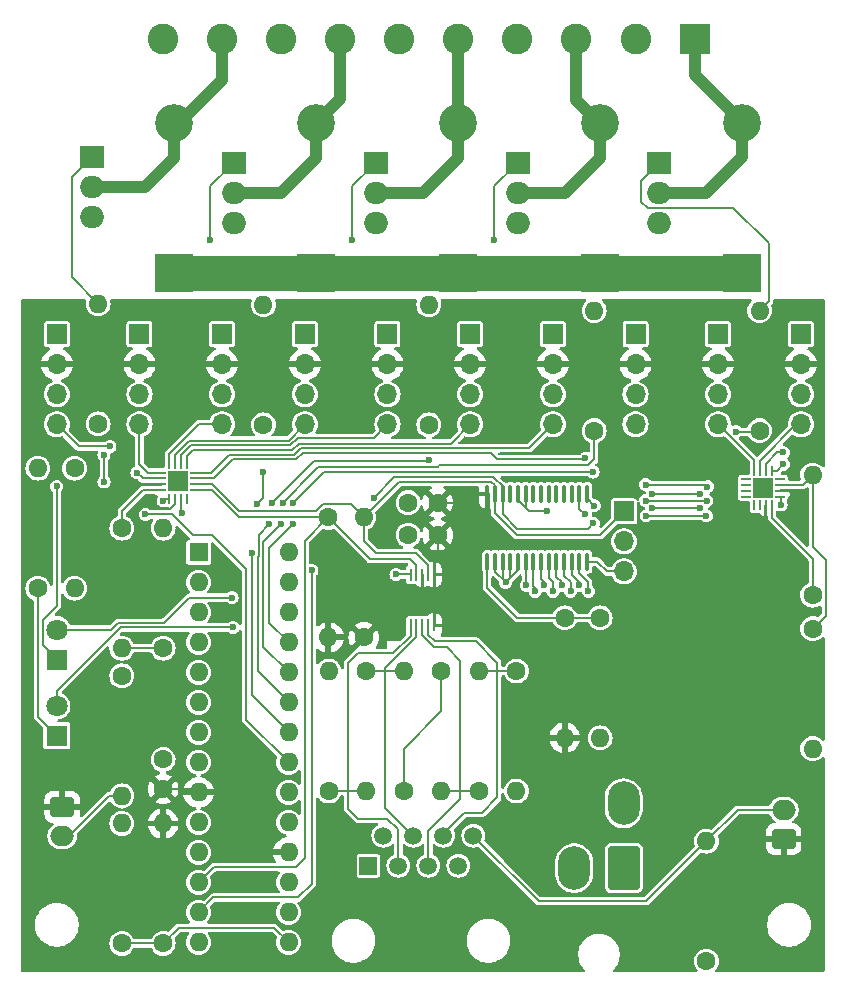
<source format=gbr>
%TF.GenerationSoftware,KiCad,Pcbnew,8.0.4*%
%TF.CreationDate,2025-03-04T01:03:36-06:00*%
%TF.ProjectId,hand_pcb,68616e64-5f70-4636-922e-6b696361645f,rev?*%
%TF.SameCoordinates,Original*%
%TF.FileFunction,Copper,L1,Top*%
%TF.FilePolarity,Positive*%
%FSLAX46Y46*%
G04 Gerber Fmt 4.6, Leading zero omitted, Abs format (unit mm)*
G04 Created by KiCad (PCBNEW 8.0.4) date 2025-03-04 01:03:36*
%MOMM*%
%LPD*%
G01*
G04 APERTURE LIST*
G04 Aperture macros list*
%AMRoundRect*
0 Rectangle with rounded corners*
0 $1 Rounding radius*
0 $2 $3 $4 $5 $6 $7 $8 $9 X,Y pos of 4 corners*
0 Add a 4 corners polygon primitive as box body*
4,1,4,$2,$3,$4,$5,$6,$7,$8,$9,$2,$3,0*
0 Add four circle primitives for the rounded corners*
1,1,$1+$1,$2,$3*
1,1,$1+$1,$4,$5*
1,1,$1+$1,$6,$7*
1,1,$1+$1,$8,$9*
0 Add four rect primitives between the rounded corners*
20,1,$1+$1,$2,$3,$4,$5,0*
20,1,$1+$1,$4,$5,$6,$7,0*
20,1,$1+$1,$6,$7,$8,$9,0*
20,1,$1+$1,$8,$9,$2,$3,0*%
G04 Aperture macros list end*
%TA.AperFunction,ComponentPad*%
%ADD10C,1.600000*%
%TD*%
%TA.AperFunction,ComponentPad*%
%ADD11O,1.600000X1.600000*%
%TD*%
%TA.AperFunction,ComponentPad*%
%ADD12RoundRect,0.250001X1.099999X1.599999X-1.099999X1.599999X-1.099999X-1.599999X1.099999X-1.599999X0*%
%TD*%
%TA.AperFunction,ComponentPad*%
%ADD13O,2.700000X3.700000*%
%TD*%
%TA.AperFunction,SMDPad,CuDef*%
%ADD14R,0.250000X1.100000*%
%TD*%
%TA.AperFunction,ComponentPad*%
%ADD15R,2.600000X2.600000*%
%TD*%
%TA.AperFunction,ComponentPad*%
%ADD16C,2.600000*%
%TD*%
%TA.AperFunction,SMDPad,CuDef*%
%ADD17RoundRect,0.062500X-0.355000X-0.062500X0.355000X-0.062500X0.355000X0.062500X-0.355000X0.062500X0*%
%TD*%
%TA.AperFunction,SMDPad,CuDef*%
%ADD18RoundRect,0.062500X-0.062500X-0.355000X0.062500X-0.355000X0.062500X0.355000X-0.062500X0.355000X0*%
%TD*%
%TA.AperFunction,HeatsinkPad*%
%ADD19R,1.680000X1.680000*%
%TD*%
%TA.AperFunction,ComponentPad*%
%ADD20R,1.700000X1.700000*%
%TD*%
%TA.AperFunction,ComponentPad*%
%ADD21O,1.700000X1.700000*%
%TD*%
%TA.AperFunction,ComponentPad*%
%ADD22RoundRect,0.250000X0.750000X-0.600000X0.750000X0.600000X-0.750000X0.600000X-0.750000X-0.600000X0*%
%TD*%
%TA.AperFunction,ComponentPad*%
%ADD23O,2.000000X1.700000*%
%TD*%
%TA.AperFunction,ComponentPad*%
%ADD24R,1.800000X1.800000*%
%TD*%
%TA.AperFunction,ComponentPad*%
%ADD25C,1.800000*%
%TD*%
%TA.AperFunction,ComponentPad*%
%ADD26R,3.200000X3.200000*%
%TD*%
%TA.AperFunction,ComponentPad*%
%ADD27O,3.200000X3.200000*%
%TD*%
%TA.AperFunction,ComponentPad*%
%ADD28R,2.000000X1.905000*%
%TD*%
%TA.AperFunction,ComponentPad*%
%ADD29O,2.000000X1.905000*%
%TD*%
%TA.AperFunction,ComponentPad*%
%ADD30R,1.600000X1.600000*%
%TD*%
%TA.AperFunction,ComponentPad*%
%ADD31RoundRect,0.250000X-0.750000X0.600000X-0.750000X-0.600000X0.750000X-0.600000X0.750000X0.600000X0*%
%TD*%
%TA.AperFunction,SMDPad,CuDef*%
%ADD32RoundRect,0.062500X-0.062500X0.355000X-0.062500X-0.355000X0.062500X-0.355000X0.062500X0.355000X0*%
%TD*%
%TA.AperFunction,SMDPad,CuDef*%
%ADD33RoundRect,0.062500X-0.355000X0.062500X-0.355000X-0.062500X0.355000X-0.062500X0.355000X0.062500X0*%
%TD*%
%TA.AperFunction,ComponentPad*%
%ADD34R,1.500000X1.500000*%
%TD*%
%TA.AperFunction,ComponentPad*%
%ADD35C,1.500000*%
%TD*%
%TA.AperFunction,SMDPad,CuDef*%
%ADD36RoundRect,0.100000X0.100000X-0.637500X0.100000X0.637500X-0.100000X0.637500X-0.100000X-0.637500X0*%
%TD*%
%TA.AperFunction,ViaPad*%
%ADD37C,0.600000*%
%TD*%
%TA.AperFunction,Conductor*%
%ADD38C,0.200000*%
%TD*%
%TA.AperFunction,Conductor*%
%ADD39C,1.000000*%
%TD*%
%TA.AperFunction,Conductor*%
%ADD40C,3.000000*%
%TD*%
G04 APERTURE END LIST*
D10*
%TO.P,R11,1*%
%TO.N,GND*%
X156500000Y-93920000D03*
D11*
%TO.P,R11,2*%
%TO.N,LIMIT_SW_L*%
X156500000Y-104080000D03*
%TD*%
D12*
%TO.P,J9,1,Pin_1*%
%TO.N,GND*%
X199002500Y-110200000D03*
D13*
%TO.P,J9,2,Pin_2*%
X194802500Y-110200000D03*
%TO.P,J9,3,Pin_3*%
%TO.N,+12V*%
X199002500Y-104700000D03*
%TO.P,J9,4,Pin_4*%
%TO.N,+5V*%
X194802500Y-104700000D03*
%TD*%
D14*
%TO.P,U3,1,V_{DD(A)}*%
%TO.N,+5V*%
X182949695Y-85350000D03*
%TO.P,U3,2,SDA*%
%TO.N,SDA*%
X182449695Y-85350000D03*
%TO.P,U3,3,EN*%
%TO.N,+5V*%
X181949695Y-85350000D03*
%TO.P,U3,4,SCL*%
%TO.N,SCL*%
X181449695Y-85350000D03*
%TO.P,U3,5,V_{SS}*%
%TO.N,GND*%
X180949695Y-85350000D03*
%TO.P,U3,6,DSCLM*%
%TO.N,DSCL-*%
X180949695Y-89650000D03*
%TO.P,U3,7,DSCLP*%
%TO.N,DSCL+*%
X181449695Y-89650000D03*
%TO.P,U3,8,DSDAP*%
%TO.N,DSDA+*%
X181949695Y-89650000D03*
%TO.P,U3,9,DSDAM*%
%TO.N,DSDA-*%
X182449695Y-89650000D03*
%TO.P,U3,10,V_{DD(B)}*%
%TO.N,+5V*%
X182949695Y-89650000D03*
%TD*%
D10*
%TO.P,R19,1*%
%TO.N,DSCL-*%
X174042500Y-103670000D03*
D11*
%TO.P,R19,2*%
%TO.N,GND*%
X174042500Y-93510000D03*
%TD*%
D15*
%TO.P,J1,1,Pin_1*%
%TO.N,Net-(D5-A)*%
X205000000Y-40000000D03*
D16*
%TO.P,J1,2,Pin_2*%
%TO.N,+12V*%
X200000000Y-40000000D03*
%TO.P,J1,3,Pin_3*%
%TO.N,Net-(D4-A)*%
X195000000Y-40000000D03*
%TO.P,J1,4,Pin_4*%
%TO.N,+12V*%
X190000000Y-40000000D03*
%TO.P,J1,5,Pin_5*%
%TO.N,Net-(D3-A)*%
X185000000Y-40000000D03*
%TO.P,J1,6,Pin_6*%
%TO.N,+12V*%
X180000000Y-40000000D03*
%TO.P,J1,7,Pin_7*%
%TO.N,Net-(D2-A)*%
X175000000Y-40000000D03*
%TO.P,J1,8,Pin_8*%
%TO.N,+12V*%
X170000000Y-40000000D03*
%TO.P,J1,9,Pin_9*%
%TO.N,Net-(D1-A)*%
X165000000Y-40000000D03*
%TO.P,J1,10,Pin_10*%
%TO.N,+12V*%
X160000000Y-40000000D03*
%TD*%
D17*
%TO.P,U5,1,AIN2*%
%TO.N,unconnected-(U5-AIN2-Pad1)*%
X209335000Y-77250000D03*
%TO.P,U5,2,AIN3*%
%TO.N,unconnected-(U5-AIN3-Pad2)*%
X209335000Y-77750000D03*
%TO.P,U5,3,AIN4*%
%TO.N,unconnected-(U5-AIN4-Pad3)*%
X209335000Y-78250000D03*
%TO.P,U5,4,AIN5*%
%TO.N,unconnected-(U5-AIN5-Pad4)*%
X209335000Y-78750000D03*
D18*
%TO.P,U5,5,AIN6*%
%TO.N,unconnected-(U5-AIN6-Pad5)*%
X210042500Y-79457500D03*
%TO.P,U5,6,AIN7*%
%TO.N,unconnected-(U5-AIN7-Pad6)*%
X210542500Y-79457500D03*
%TO.P,U5,7,AVDD*%
%TO.N,+5V*%
X211042500Y-79457500D03*
%TO.P,U5,8,DECAP*%
%TO.N,Net-(U5-DECAP)*%
X211542500Y-79457500D03*
D17*
%TO.P,U5,9,GND*%
%TO.N,GND*%
X212250000Y-78750000D03*
%TO.P,U5,10,DVDD*%
%TO.N,+5V*%
X212250000Y-78250000D03*
%TO.P,U5,11,ADDR*%
%TO.N,Net-(U5-ADDR)*%
X212250000Y-77750000D03*
%TO.P,U5,12,ALERT*%
%TO.N,unconnected-(U5-ALERT-Pad12)*%
X212250000Y-77250000D03*
D18*
%TO.P,U5,13,SCL*%
%TO.N,SCL*%
X211542500Y-76542500D03*
%TO.P,U5,14,SDA*%
%TO.N,SDA*%
X211042500Y-76542500D03*
%TO.P,U5,15,AIN0*%
%TO.N,SERVO_FB_10*%
X210542500Y-76542500D03*
%TO.P,U5,16,AIN1*%
%TO.N,SERVO_FB_9*%
X210042500Y-76542500D03*
D19*
%TO.P,U5,17*%
%TO.N,N/C*%
X210792500Y-78000000D03*
%TD*%
D20*
%TO.P,M9,1,PWM*%
%TO.N,Net-(J3-Pin_4)*%
X207000000Y-65000000D03*
D21*
%TO.P,M9,2,+*%
%TO.N,+5V*%
X207000000Y-67540000D03*
%TO.P,M9,3,-*%
%TO.N,GND*%
X207000000Y-70080000D03*
%TO.P,M9,4,FB*%
%TO.N,SERVO_FB_9*%
X207000000Y-72620000D03*
%TD*%
D22*
%TO.P,J4,1,Pin_1*%
%TO.N,+5V*%
X212550000Y-107750000D03*
D23*
%TO.P,J4,2,Pin_2*%
%TO.N,LIMIT_SW_R*%
X212550000Y-105250000D03*
%TD*%
D24*
%TO.P,D6,1,K*%
%TO.N,Net-(D6-K)*%
X151000000Y-99000000D03*
D25*
%TO.P,D6,2,A*%
%TO.N,LED1*%
X151000000Y-96460000D03*
%TD*%
D10*
%TO.P,R8,1*%
%TO.N,Net-(U1-A0)*%
X197000000Y-89000000D03*
D11*
%TO.P,R8,2*%
%TO.N,GND*%
X197000000Y-99160000D03*
%TD*%
D26*
%TO.P,D5,1,K*%
%TO.N,+12V*%
X208975556Y-59850000D03*
D27*
%TO.P,D5,2,A*%
%TO.N,Net-(D5-A)*%
X208975556Y-47150000D03*
%TD*%
D10*
%TO.P,R23,1*%
%TO.N,Net-(U4-ADDR)*%
X160000000Y-91580000D03*
D11*
%TO.P,R23,2*%
%TO.N,GND*%
X160000000Y-81420000D03*
%TD*%
D10*
%TO.P,R12,1*%
%TO.N,+5V*%
X183567500Y-93510000D03*
D11*
%TO.P,R12,2*%
%TO.N,DSDA+*%
X183567500Y-103670000D03*
%TD*%
D10*
%TO.P,R14,1*%
%TO.N,DSDA-*%
X189917500Y-93510000D03*
D11*
%TO.P,R14,2*%
%TO.N,GND*%
X189917500Y-103670000D03*
%TD*%
D28*
%TO.P,Q3,1,G*%
%TO.N,Net-(Q3-G)*%
X178000000Y-50460000D03*
D29*
%TO.P,Q3,2,D*%
%TO.N,Net-(D3-A)*%
X178000000Y-53000000D03*
%TO.P,Q3,3,S*%
%TO.N,GND*%
X178000000Y-55540000D03*
%TD*%
D10*
%TO.P,R16,1*%
%TO.N,SCL*%
X174000000Y-80500000D03*
D11*
%TO.P,R16,2*%
%TO.N,+5V*%
X174000000Y-90660000D03*
%TD*%
D10*
%TO.P,R5,1*%
%TO.N,Net-(U2-GPA2)*%
X182500000Y-72660000D03*
D11*
%TO.P,R5,2*%
%TO.N,Net-(Q3-G)*%
X182500000Y-62500000D03*
%TD*%
D10*
%TO.P,R3,1*%
%TO.N,Net-(U2-A0)*%
X156500000Y-116580000D03*
D11*
%TO.P,R3,2*%
%TO.N,GND*%
X156500000Y-106420000D03*
%TD*%
D20*
%TO.P,M4,1,PWM*%
%TO.N,Net-(J2-Pin_4)*%
X172000000Y-65000000D03*
D21*
%TO.P,M4,2,+*%
%TO.N,+5V*%
X172000000Y-67540000D03*
%TO.P,M4,3,-*%
%TO.N,GND*%
X172000000Y-70080000D03*
%TO.P,M4,4,FB*%
%TO.N,SERVO_FB_4*%
X172000000Y-72620000D03*
%TD*%
D10*
%TO.P,C3,1*%
%TO.N,+5V*%
X183250000Y-82000000D03*
%TO.P,C3,2*%
%TO.N,GND*%
X180750000Y-82000000D03*
%TD*%
D20*
%TO.P,M1,1,PWM*%
%TO.N,Net-(J2-Pin_1)*%
X151000000Y-65000000D03*
D21*
%TO.P,M1,2,+*%
%TO.N,+5V*%
X151000000Y-67540000D03*
%TO.P,M1,3,-*%
%TO.N,GND*%
X151000000Y-70080000D03*
%TO.P,M1,4,FB*%
%TO.N,SERVO_FB_1*%
X151000000Y-72620000D03*
%TD*%
D28*
%TO.P,Q1,1,G*%
%TO.N,Net-(Q1-G)*%
X153975556Y-50000000D03*
D29*
%TO.P,Q1,2,D*%
%TO.N,Net-(D1-A)*%
X153975556Y-52540000D03*
%TO.P,Q1,3,S*%
%TO.N,GND*%
X153975556Y-55080000D03*
%TD*%
D26*
%TO.P,D3,1,K*%
%TO.N,+12V*%
X184951111Y-59850000D03*
D27*
%TO.P,D3,2,A*%
%TO.N,Net-(D3-A)*%
X184951111Y-47150000D03*
%TD*%
D20*
%TO.P,M10,1,PWM*%
%TO.N,Net-(J3-Pin_5)*%
X214000000Y-65000000D03*
D21*
%TO.P,M10,2,+*%
%TO.N,+5V*%
X214000000Y-67540000D03*
%TO.P,M10,3,-*%
%TO.N,GND*%
X214000000Y-70080000D03*
%TO.P,M10,4,FB*%
%TO.N,SERVO_FB_10*%
X214000000Y-72620000D03*
%TD*%
D10*
%TO.P,R13,1*%
%TO.N,DSDA+*%
X186742500Y-103670000D03*
D11*
%TO.P,R13,2*%
%TO.N,DSDA-*%
X186742500Y-93510000D03*
%TD*%
D30*
%TO.P,U2,1,GPB0*%
%TO.N,unconnected-(U2-GPB0-Pad1)*%
X163000000Y-83460000D03*
D11*
%TO.P,U2,2,GPB1*%
%TO.N,unconnected-(U2-GPB1-Pad2)*%
X163000000Y-86000000D03*
%TO.P,U2,3,GPB2*%
%TO.N,unconnected-(U2-GPB2-Pad3)*%
X163000000Y-88540000D03*
%TO.P,U2,4,GPB3*%
%TO.N,unconnected-(U2-GPB3-Pad4)*%
X163000000Y-91080000D03*
%TO.P,U2,5,GPB4*%
%TO.N,unconnected-(U2-GPB4-Pad5)*%
X163000000Y-93620000D03*
%TO.P,U2,6,GPB5*%
%TO.N,unconnected-(U2-GPB5-Pad6)*%
X163000000Y-96160000D03*
%TO.P,U2,7,GPB6*%
%TO.N,unconnected-(U2-GPB6-Pad7)*%
X163000000Y-98700000D03*
%TO.P,U2,8,GPB7*%
%TO.N,unconnected-(U2-GPB7-Pad8)*%
X163000000Y-101240000D03*
%TO.P,U2,9,VDD*%
%TO.N,+5V*%
X163000000Y-103780000D03*
%TO.P,U2,10,VSS*%
%TO.N,GND*%
X163000000Y-106320000D03*
%TO.P,U2,11,NC*%
%TO.N,unconnected-(U2-NC-Pad11)*%
X163000000Y-108860000D03*
%TO.P,U2,12,SCK*%
%TO.N,SCL*%
X163000000Y-111400000D03*
%TO.P,U2,13,SDA*%
%TO.N,SDA*%
X163000000Y-113940000D03*
%TO.P,U2,14,NC*%
%TO.N,unconnected-(U2-NC-Pad14)*%
X163000000Y-116480000D03*
%TO.P,U2,15,A0*%
%TO.N,Net-(U2-A0)*%
X170620000Y-116480000D03*
%TO.P,U2,16,A1*%
%TO.N,GND*%
X170620000Y-113940000D03*
%TO.P,U2,17,A2*%
X170620000Y-111400000D03*
%TO.P,U2,18,~{RESET}*%
%TO.N,+5V*%
X170620000Y-108860000D03*
%TO.P,U2,19,INTB*%
%TO.N,unconnected-(U2-INTB-Pad19)*%
X170620000Y-106320000D03*
%TO.P,U2,20,INTA*%
%TO.N,unconnected-(U2-INTA-Pad20)*%
X170620000Y-103780000D03*
%TO.P,U2,21,GPA0*%
%TO.N,Net-(U2-GPA0)*%
X170620000Y-101240000D03*
%TO.P,U2,22,GPA1*%
%TO.N,Net-(U2-GPA1)*%
X170620000Y-98700000D03*
%TO.P,U2,23,GPA2*%
%TO.N,Net-(U2-GPA2)*%
X170620000Y-96160000D03*
%TO.P,U2,24,GPA3*%
%TO.N,Net-(U2-GPA3)*%
X170620000Y-93620000D03*
%TO.P,U2,25,GPA4*%
%TO.N,Net-(U2-GPA4)*%
X170620000Y-91080000D03*
%TO.P,U2,26,GPA5*%
%TO.N,LED1*%
X170620000Y-88540000D03*
%TO.P,U2,27,GPA6*%
%TO.N,LED2*%
X170620000Y-86000000D03*
%TO.P,U2,28,GPA7*%
%TO.N,unconnected-(U2-GPA7-Pad28)*%
X170620000Y-83460000D03*
%TD*%
D28*
%TO.P,Q2,1,G*%
%TO.N,Net-(Q2-G)*%
X165987778Y-50460000D03*
D29*
%TO.P,Q2,2,D*%
%TO.N,Net-(D2-A)*%
X165987778Y-53000000D03*
%TO.P,Q2,3,S*%
%TO.N,GND*%
X165987778Y-55540000D03*
%TD*%
D20*
%TO.P,M7,1,PWM*%
%TO.N,Net-(J3-Pin_2)*%
X193000000Y-65000000D03*
D21*
%TO.P,M7,2,+*%
%TO.N,+5V*%
X193000000Y-67540000D03*
%TO.P,M7,3,-*%
%TO.N,GND*%
X193000000Y-70080000D03*
%TO.P,M7,4,FB*%
%TO.N,SERVO_FB_7*%
X193000000Y-72620000D03*
%TD*%
D24*
%TO.P,D7,1,K*%
%TO.N,Net-(D7-K)*%
X151000000Y-92540000D03*
D25*
%TO.P,D7,2,A*%
%TO.N,LED2*%
X151000000Y-90000000D03*
%TD*%
D20*
%TO.P,M5,1,PWM*%
%TO.N,Net-(J2-Pin_5)*%
X179000000Y-65000000D03*
D21*
%TO.P,M5,2,+*%
%TO.N,+5V*%
X179000000Y-67540000D03*
%TO.P,M5,3,-*%
%TO.N,GND*%
X179000000Y-70080000D03*
%TO.P,M5,4,FB*%
%TO.N,SERVO_FB_5*%
X179000000Y-72620000D03*
%TD*%
D28*
%TO.P,Q4,1,G*%
%TO.N,Net-(Q4-G)*%
X190012222Y-50460000D03*
D29*
%TO.P,Q4,2,D*%
%TO.N,Net-(D4-A)*%
X190012222Y-53000000D03*
%TO.P,Q4,3,S*%
%TO.N,GND*%
X190012222Y-55540000D03*
%TD*%
D26*
%TO.P,D2,1,K*%
%TO.N,+12V*%
X172938889Y-59850000D03*
D27*
%TO.P,D2,2,A*%
%TO.N,Net-(D2-A)*%
X172938889Y-47150000D03*
%TD*%
D26*
%TO.P,D4,1,K*%
%TO.N,+12V*%
X196963333Y-59850000D03*
D27*
%TO.P,D4,2,A*%
%TO.N,Net-(D4-A)*%
X196963333Y-47150000D03*
%TD*%
D10*
%TO.P,R9,1*%
%TO.N,Net-(U1-A0)*%
X194000000Y-89000000D03*
D11*
%TO.P,R9,2*%
%TO.N,+5V*%
X194000000Y-99160000D03*
%TD*%
D10*
%TO.P,C1,1*%
%TO.N,+5V*%
X160000000Y-103500000D03*
%TO.P,C1,2*%
%TO.N,GND*%
X160000000Y-101000000D03*
%TD*%
%TO.P,R21,1*%
%TO.N,Net-(D7-K)*%
X152500000Y-76340000D03*
D11*
%TO.P,R21,2*%
%TO.N,GND*%
X152500000Y-86500000D03*
%TD*%
D31*
%TO.P,J5,1,Pin_1*%
%TO.N,+5V*%
X151450000Y-105000000D03*
D23*
%TO.P,J5,2,Pin_2*%
%TO.N,LIMIT_SW_L*%
X151450000Y-107500000D03*
%TD*%
D32*
%TO.P,U4,1,AIN2*%
%TO.N,SERVO_FB_6*%
X162000000Y-76000000D03*
%TO.P,U4,2,AIN3*%
%TO.N,SERVO_FB_5*%
X161500000Y-76000000D03*
%TO.P,U4,3,AIN4*%
%TO.N,SERVO_FB_4*%
X161000000Y-76000000D03*
%TO.P,U4,4,AIN5*%
%TO.N,SERVO_FB_3*%
X160500000Y-76000000D03*
D33*
%TO.P,U4,5,AIN6*%
%TO.N,SERVO_FB_2*%
X159792500Y-76707500D03*
%TO.P,U4,6,AIN7*%
%TO.N,SERVO_FB_1*%
X159792500Y-77207500D03*
%TO.P,U4,7,AVDD*%
%TO.N,+5V*%
X159792500Y-77707500D03*
%TO.P,U4,8,DECAP*%
%TO.N,Net-(U4-DECAP)*%
X159792500Y-78207500D03*
D32*
%TO.P,U4,9,GND*%
%TO.N,GND*%
X160500000Y-78915000D03*
%TO.P,U4,10,DVDD*%
%TO.N,+5V*%
X161000000Y-78915000D03*
%TO.P,U4,11,ADDR*%
%TO.N,Net-(U4-ADDR)*%
X161500000Y-78915000D03*
%TO.P,U4,12,ALERT*%
%TO.N,unconnected-(U4-ALERT-Pad12)*%
X162000000Y-78915000D03*
D33*
%TO.P,U4,13,SCL*%
%TO.N,SCL*%
X162707500Y-78207500D03*
%TO.P,U4,14,SDA*%
%TO.N,SDA*%
X162707500Y-77707500D03*
%TO.P,U4,15,AIN0*%
%TO.N,SERVO_FB_8*%
X162707500Y-77207500D03*
%TO.P,U4,16,AIN1*%
%TO.N,SERVO_FB_7*%
X162707500Y-76707500D03*
D19*
%TO.P,U4,17*%
%TO.N,N/C*%
X161250000Y-77457500D03*
%TD*%
D20*
%TO.P,M3,1,PWM*%
%TO.N,Net-(J2-Pin_3)*%
X165000000Y-65000000D03*
D21*
%TO.P,M3,2,+*%
%TO.N,+5V*%
X165000000Y-67540000D03*
%TO.P,M3,3,-*%
%TO.N,GND*%
X165000000Y-70080000D03*
%TO.P,M3,4,FB*%
%TO.N,SERVO_FB_3*%
X165000000Y-72620000D03*
%TD*%
D10*
%TO.P,R15,1*%
%TO.N,+5V*%
X177000000Y-90660000D03*
D11*
%TO.P,R15,2*%
%TO.N,SDA*%
X177000000Y-80500000D03*
%TD*%
D10*
%TO.P,R10,1*%
%TO.N,GND*%
X206000000Y-118080000D03*
D11*
%TO.P,R10,2*%
%TO.N,LIMIT_SW_R*%
X206000000Y-107920000D03*
%TD*%
D26*
%TO.P,D1,1,K*%
%TO.N,+12V*%
X160926667Y-59850000D03*
D27*
%TO.P,D1,2,A*%
%TO.N,Net-(D1-A)*%
X160926667Y-47150000D03*
%TD*%
D28*
%TO.P,Q5,1,G*%
%TO.N,Net-(Q5-G)*%
X202024444Y-50460000D03*
D29*
%TO.P,Q5,2,D*%
%TO.N,Net-(D5-A)*%
X202024444Y-53000000D03*
%TO.P,Q5,3,S*%
%TO.N,GND*%
X202024444Y-55540000D03*
%TD*%
D10*
%TO.P,R7,1*%
%TO.N,Net-(U2-GPA4)*%
X210500000Y-73160000D03*
D11*
%TO.P,R7,2*%
%TO.N,Net-(Q5-G)*%
X210500000Y-63000000D03*
%TD*%
D10*
%TO.P,R17,1*%
%TO.N,+5V*%
X180392500Y-103670000D03*
D11*
%TO.P,R17,2*%
%TO.N,DSCL+*%
X180392500Y-93510000D03*
%TD*%
D34*
%TO.P,J10,1*%
%TO.N,LIMIT_SW_L*%
X177380000Y-110000000D03*
D35*
%TO.P,J10,2*%
%TO.N,GND*%
X178650000Y-107460000D03*
%TO.P,J10,3*%
%TO.N,DSCL-*%
X179920000Y-110000000D03*
%TO.P,J10,4*%
%TO.N,DSCL+*%
X181190000Y-107460000D03*
%TO.P,J10,5*%
%TO.N,DSDA+*%
X182460000Y-110000000D03*
%TO.P,J10,6*%
%TO.N,DSDA-*%
X183730000Y-107460000D03*
%TO.P,J10,7*%
%TO.N,GND*%
X185000000Y-110000000D03*
%TO.P,J10,8*%
%TO.N,LIMIT_SW_R*%
X186270000Y-107460000D03*
%TD*%
D10*
%TO.P,C2,1*%
%TO.N,+5V*%
X183250000Y-79250000D03*
%TO.P,C2,2*%
%TO.N,GND*%
X180750000Y-79250000D03*
%TD*%
%TO.P,R4,1*%
%TO.N,Net-(U2-A0)*%
X160000000Y-116580000D03*
D11*
%TO.P,R4,2*%
%TO.N,+5V*%
X160000000Y-106420000D03*
%TD*%
D10*
%TO.P,R25,1*%
%TO.N,Net-(U5-ADDR)*%
X215000000Y-89920000D03*
D11*
%TO.P,R25,2*%
%TO.N,GND*%
X215000000Y-100080000D03*
%TD*%
D36*
%TO.P,U1,1,A0*%
%TO.N,Net-(U1-A0)*%
X187450000Y-84250000D03*
%TO.P,U1,2,A1*%
%TO.N,GND*%
X188100000Y-84250000D03*
%TO.P,U1,3,A2*%
X188750000Y-84250000D03*
%TO.P,U1,4,A3*%
X189400000Y-84250000D03*
%TO.P,U1,5,A4*%
X190050000Y-84250000D03*
%TO.P,U1,6,LED0*%
%TO.N,Net-(J2-Pin_1)*%
X190700000Y-84250000D03*
%TO.P,U1,7,LED1*%
%TO.N,Net-(J2-Pin_2)*%
X191350000Y-84250000D03*
%TO.P,U1,8,LED2*%
%TO.N,Net-(J2-Pin_3)*%
X192000000Y-84250000D03*
%TO.P,U1,9,LED3*%
%TO.N,Net-(J2-Pin_4)*%
X192650000Y-84250000D03*
%TO.P,U1,10,LED4*%
%TO.N,Net-(J2-Pin_5)*%
X193300000Y-84250000D03*
%TO.P,U1,11,LED5*%
%TO.N,Net-(J3-Pin_1)*%
X193950000Y-84250000D03*
%TO.P,U1,12,LED6*%
%TO.N,Net-(J3-Pin_2)*%
X194600000Y-84250000D03*
%TO.P,U1,13,LED7*%
%TO.N,Net-(J3-Pin_3)*%
X195250000Y-84250000D03*
%TO.P,U1,14,VSS*%
%TO.N,GND*%
X195900000Y-84250000D03*
%TO.P,U1,15,LED8*%
%TO.N,Net-(J3-Pin_4)*%
X195900000Y-78525000D03*
%TO.P,U1,16,LED9*%
%TO.N,Net-(J3-Pin_5)*%
X195250000Y-78525000D03*
%TO.P,U1,17,LED10*%
%TO.N,unconnected-(U1-LED10-Pad17)*%
X194600000Y-78525000D03*
%TO.P,U1,18,LED11*%
%TO.N,unconnected-(U1-LED11-Pad18)*%
X193950000Y-78525000D03*
%TO.P,U1,19,LED12*%
%TO.N,unconnected-(U1-LED12-Pad19)*%
X193300000Y-78525000D03*
%TO.P,U1,20,LED13*%
%TO.N,unconnected-(U1-LED13-Pad20)*%
X192650000Y-78525000D03*
%TO.P,U1,21,LED14*%
%TO.N,unconnected-(U1-LED14-Pad21)*%
X192000000Y-78525000D03*
%TO.P,U1,22,LED15*%
%TO.N,unconnected-(U1-LED15-Pad22)*%
X191350000Y-78525000D03*
%TO.P,U1,23,~{OE}*%
%TO.N,GND*%
X190700000Y-78525000D03*
%TO.P,U1,24,A5*%
X190050000Y-78525000D03*
%TO.P,U1,25,EXTCLK*%
%TO.N,unconnected-(U1-EXTCLK-Pad25)*%
X189400000Y-78525000D03*
%TO.P,U1,26,SCL*%
%TO.N,SCL*%
X188750000Y-78525000D03*
%TO.P,U1,27,SDA*%
%TO.N,SDA*%
X188100000Y-78525000D03*
%TO.P,U1,28,VDD*%
%TO.N,+5V*%
X187450000Y-78525000D03*
%TD*%
D10*
%TO.P,R18,1*%
%TO.N,DSCL+*%
X177217500Y-93510000D03*
D11*
%TO.P,R18,2*%
%TO.N,DSCL-*%
X177217500Y-103670000D03*
%TD*%
D20*
%TO.P,M6,1,PWM*%
%TO.N,Net-(J3-Pin_1)*%
X186000000Y-65000000D03*
D21*
%TO.P,M6,2,+*%
%TO.N,+5V*%
X186000000Y-67540000D03*
%TO.P,M6,3,-*%
%TO.N,GND*%
X186000000Y-70080000D03*
%TO.P,M6,4,FB*%
%TO.N,SERVO_FB_6*%
X186000000Y-72620000D03*
%TD*%
D20*
%TO.P,M8,1,PWM*%
%TO.N,Net-(J3-Pin_3)*%
X200000000Y-65000000D03*
D21*
%TO.P,M8,2,+*%
%TO.N,+5V*%
X200000000Y-67540000D03*
%TO.P,M8,3,-*%
%TO.N,GND*%
X200000000Y-70080000D03*
%TO.P,M8,4,FB*%
%TO.N,SERVO_FB_8*%
X200000000Y-72620000D03*
%TD*%
D10*
%TO.P,R20,1*%
%TO.N,Net-(D6-K)*%
X149394119Y-86500000D03*
D11*
%TO.P,R20,2*%
%TO.N,GND*%
X149394119Y-76340000D03*
%TD*%
D10*
%TO.P,R22,1*%
%TO.N,Net-(U4-DECAP)*%
X156500000Y-81420000D03*
D11*
%TO.P,R22,2*%
%TO.N,Net-(U4-ADDR)*%
X156500000Y-91580000D03*
%TD*%
D10*
%TO.P,R1,1*%
%TO.N,Net-(U2-GPA0)*%
X154500000Y-72580000D03*
D11*
%TO.P,R1,2*%
%TO.N,Net-(Q1-G)*%
X154500000Y-62420000D03*
%TD*%
D10*
%TO.P,R24,1*%
%TO.N,Net-(U5-DECAP)*%
X215000000Y-87080000D03*
D11*
%TO.P,R24,2*%
%TO.N,Net-(U5-ADDR)*%
X215000000Y-76920000D03*
%TD*%
D10*
%TO.P,R6,1*%
%TO.N,Net-(U2-GPA3)*%
X196500000Y-73160000D03*
D11*
%TO.P,R6,2*%
%TO.N,Net-(Q4-G)*%
X196500000Y-63000000D03*
%TD*%
D20*
%TO.P,M2,1,PWM*%
%TO.N,Net-(J2-Pin_2)*%
X158000000Y-65000000D03*
D21*
%TO.P,M2,2,+*%
%TO.N,+5V*%
X158000000Y-67540000D03*
%TO.P,M2,3,-*%
%TO.N,GND*%
X158000000Y-70080000D03*
%TO.P,M2,4,FB*%
%TO.N,SERVO_FB_2*%
X158000000Y-72620000D03*
%TD*%
D20*
%TO.P,J7,1,Pin_1*%
%TO.N,SDA*%
X199000000Y-80000000D03*
D21*
%TO.P,J7,2,Pin_2*%
%TO.N,SCL*%
X199000000Y-82540000D03*
%TO.P,J7,3,Pin_3*%
%TO.N,GND*%
X199000000Y-85080000D03*
%TD*%
D10*
%TO.P,R2,1*%
%TO.N,Net-(U2-GPA1)*%
X168500000Y-72660000D03*
D11*
%TO.P,R2,2*%
%TO.N,Net-(Q2-G)*%
X168500000Y-62500000D03*
%TD*%
D37*
%TO.N,GND*%
X179719147Y-85336672D03*
X192500000Y-80000000D03*
X189000000Y-86000000D03*
X160000000Y-79100000D03*
X212324753Y-79447714D03*
%TO.N,+5V*%
X213292211Y-78552833D03*
X213290237Y-76841500D03*
X185000000Y-90000000D03*
%TO.N,+12V*%
X203496853Y-59821076D03*
X203496853Y-60821076D03*
X203496853Y-58821076D03*
X202496853Y-59821076D03*
X202496853Y-58821076D03*
X204496853Y-58821076D03*
X204496853Y-60821076D03*
X204496853Y-59821076D03*
X202496853Y-60821076D03*
%TO.N,LED1*%
X165928921Y-89822303D03*
%TO.N,Net-(D7-K)*%
X151000000Y-77885484D03*
%TO.N,LED2*%
X165831188Y-87290129D03*
%TO.N,Net-(J2-Pin_3)*%
X192250000Y-86250000D03*
%TO.N,Net-(J2-Pin_5)*%
X193750000Y-86250000D03*
%TO.N,Net-(J2-Pin_2)*%
X191500000Y-86750000D03*
%TO.N,Net-(J2-Pin_1)*%
X190750000Y-86250000D03*
%TO.N,Net-(J2-Pin_4)*%
X193000000Y-86750000D03*
%TO.N,Net-(J3-Pin_5)*%
X195741051Y-80250000D03*
X206029154Y-79100000D03*
X200865912Y-79076137D03*
%TO.N,Net-(J3-Pin_2)*%
X195250000Y-86250000D03*
%TO.N,Net-(J3-Pin_1)*%
X194500000Y-86750000D03*
%TO.N,Net-(J3-Pin_3)*%
X196000000Y-86750000D03*
%TO.N,Net-(J3-Pin_4)*%
X205500000Y-78500000D03*
X201420951Y-78500000D03*
X196500000Y-79500000D03*
%TO.N,SDA*%
X172600000Y-85000000D03*
X212500000Y-75000000D03*
X205500000Y-79700000D03*
X201366711Y-79700000D03*
%TO.N,SCL*%
X177825735Y-78825735D03*
X196439744Y-81000000D03*
X206000000Y-80369689D03*
X200899305Y-80369689D03*
X212500000Y-76000000D03*
%TO.N,SERVO_FB_1*%
X157793750Y-76706250D03*
X155500000Y-74500000D03*
%TO.N,SERVO_FB_8*%
X195750000Y-75500000D03*
%TO.N,Net-(Q2-G)*%
X164000000Y-57000000D03*
%TO.N,Net-(Q3-G)*%
X176000000Y-57000000D03*
%TO.N,Net-(Q4-G)*%
X188000000Y-57000000D03*
%TO.N,Net-(U2-GPA0)*%
X155000000Y-77500000D03*
X154987588Y-75208631D03*
X158500000Y-80250000D03*
%TO.N,Net-(U2-GPA1)*%
X167973803Y-79358919D03*
X167500000Y-83500000D03*
X168500000Y-76696677D03*
%TO.N,Net-(U2-GPA2)*%
X169240052Y-79259948D03*
X169000000Y-81100000D03*
X182500000Y-75660921D03*
%TO.N,Net-(U2-GPA3)*%
X170000000Y-81100000D03*
X170124387Y-79250000D03*
%TO.N,Net-(U2-GPA4)*%
X171000000Y-79257040D03*
X206090073Y-77894607D03*
X196401136Y-76667276D03*
X208500000Y-73250000D03*
X200849595Y-77722303D03*
X171000000Y-81100000D03*
%TO.N,Net-(U4-ADDR)*%
X161583180Y-80166820D03*
%TD*%
D38*
%TO.N,GND*%
X190050000Y-84950000D02*
X189400000Y-85600000D01*
X160000000Y-79100000D02*
X160185000Y-78915000D01*
X189400000Y-84250000D02*
X189400000Y-85600000D01*
X190050000Y-84250000D02*
X190050000Y-84950000D01*
X197580000Y-85080000D02*
X199000000Y-85080000D01*
X189000000Y-86000000D02*
X188100000Y-85100000D01*
X212324753Y-78824753D02*
X212250000Y-78750000D01*
X160185000Y-78915000D02*
X160500000Y-78915000D01*
X189400000Y-85600000D02*
X189000000Y-86000000D01*
X188750000Y-85750000D02*
X189000000Y-86000000D01*
X195900000Y-84250000D02*
X196750000Y-84250000D01*
X190050000Y-79050000D02*
X190750000Y-79750000D01*
X212324753Y-79447714D02*
X212324753Y-78824753D01*
X188100000Y-85100000D02*
X188100000Y-84250000D01*
X191000000Y-80000000D02*
X190750000Y-79750000D01*
X179719147Y-85336672D02*
X180936367Y-85336672D01*
X180936367Y-85336672D02*
X180949695Y-85350000D01*
X190700000Y-79700000D02*
X190750000Y-79750000D01*
X190050000Y-78525000D02*
X190050000Y-79050000D01*
X196750000Y-84250000D02*
X197580000Y-85080000D01*
X188750000Y-84250000D02*
X188750000Y-85750000D01*
X192500000Y-80000000D02*
X191000000Y-80000000D01*
X190700000Y-78525000D02*
X190700000Y-79700000D01*
%TO.N,+5V*%
X183250000Y-82000000D02*
X183250000Y-83750000D01*
X183250000Y-79250000D02*
X185750000Y-79250000D01*
X161000000Y-78915000D02*
X161000000Y-79346886D01*
X185750000Y-79250000D02*
X186475000Y-78525000D01*
X161000000Y-79346886D02*
X160586090Y-79760796D01*
X183567500Y-93510000D02*
X183567500Y-96932500D01*
X162720000Y-103500000D02*
X163000000Y-103780000D01*
X183567500Y-96932500D02*
X180392500Y-100107500D01*
X213292211Y-78552833D02*
X212989378Y-78250000D01*
X160586090Y-79760796D02*
X160230995Y-79760796D01*
X212989378Y-78250000D02*
X212250000Y-78250000D01*
X182949695Y-84050305D02*
X182949695Y-85350000D01*
X183250000Y-83750000D02*
X182949695Y-84050305D01*
X160000000Y-103500000D02*
X162720000Y-103500000D01*
X186475000Y-78525000D02*
X187450000Y-78525000D01*
X180392500Y-100107500D02*
X180392500Y-103670000D01*
D39*
%TO.N,Net-(D1-A)*%
X165000000Y-43500000D02*
X160926667Y-47573333D01*
X160926667Y-47573333D02*
X160926667Y-50073333D01*
X158460000Y-52540000D02*
X153975556Y-52540000D01*
X165000000Y-40000000D02*
X165000000Y-43500000D01*
X160926667Y-50073333D02*
X158460000Y-52540000D01*
D40*
%TO.N,+12V*%
X172938889Y-59850000D02*
X160926667Y-59850000D01*
X203467929Y-59850000D02*
X196963333Y-59850000D01*
D38*
X203496853Y-59821076D02*
X203467929Y-59850000D01*
D40*
X184951111Y-59850000D02*
X172938889Y-59850000D01*
X196963333Y-59850000D02*
X184951111Y-59850000D01*
D38*
X203496853Y-59821076D02*
X203525777Y-59850000D01*
D40*
X203525777Y-59850000D02*
X208975556Y-59850000D01*
D39*
%TO.N,Net-(D2-A)*%
X172938889Y-47150000D02*
X172938889Y-50061111D01*
X172938889Y-50061111D02*
X170000000Y-53000000D01*
X175000000Y-45088889D02*
X172938889Y-47150000D01*
X170000000Y-53000000D02*
X165987778Y-53000000D01*
X175000000Y-40000000D02*
X175000000Y-45088889D01*
%TO.N,Net-(D3-A)*%
X184951111Y-50048889D02*
X184951111Y-46650000D01*
X185000000Y-40000000D02*
X185000000Y-46601111D01*
X185000000Y-46601111D02*
X184951111Y-46650000D01*
X182000000Y-53000000D02*
X184951111Y-50048889D01*
X178000000Y-53000000D02*
X182000000Y-53000000D01*
%TO.N,Net-(D4-A)*%
X195000000Y-45186667D02*
X196963333Y-47150000D01*
X196963333Y-47150000D02*
X196963333Y-50036667D01*
X196963333Y-50036667D02*
X194000000Y-53000000D01*
X194000000Y-53000000D02*
X190012222Y-53000000D01*
X195000000Y-40000000D02*
X195000000Y-45186667D01*
%TO.N,Net-(D5-A)*%
X208975556Y-47062778D02*
X208975556Y-49230912D01*
X205000000Y-43087222D02*
X208975556Y-47062778D01*
X206000000Y-53000000D02*
X202024444Y-53000000D01*
X208976307Y-49231663D02*
X208976307Y-50023693D01*
X208976307Y-50023693D02*
X206000000Y-53000000D01*
X205000000Y-40000000D02*
X205000000Y-43087222D01*
X208975556Y-49230912D02*
X208976307Y-49231663D01*
D38*
%TO.N,Net-(D6-K)*%
X149394119Y-97394119D02*
X151000000Y-99000000D01*
X149394119Y-86500000D02*
X149394119Y-97394119D01*
%TO.N,LED1*%
X151000000Y-95171896D02*
X151000000Y-96460000D01*
X156354707Y-89817189D02*
X156335948Y-89835948D01*
X165928921Y-89822303D02*
X156349593Y-89822303D01*
X156349593Y-89822303D02*
X156335948Y-89835948D01*
X165928921Y-89822303D02*
X165920036Y-89822303D01*
X156335948Y-89835948D02*
X151000000Y-95171896D01*
%TO.N,Net-(D7-K)*%
X149800000Y-89200000D02*
X151000000Y-88000000D01*
X151000000Y-88000000D02*
X151000000Y-77885484D01*
X151000000Y-77885484D02*
X151000000Y-77840000D01*
X151000000Y-92540000D02*
X149800000Y-91340000D01*
X149800000Y-91340000D02*
X149800000Y-89200000D01*
%TO.N,LED2*%
X155606210Y-90000000D02*
X151000000Y-90000000D01*
X160082811Y-89417189D02*
X156189021Y-89417189D01*
X165831188Y-87290129D02*
X165813418Y-87307899D01*
X165813418Y-87307899D02*
X165786764Y-87307899D01*
X162209871Y-87290129D02*
X160082811Y-89417189D01*
X165831188Y-87290129D02*
X162209871Y-87290129D01*
X156189021Y-89417189D02*
X155606210Y-90000000D01*
%TO.N,Net-(J2-Pin_3)*%
X192000000Y-85750000D02*
X192000000Y-84250000D01*
X192250000Y-86250000D02*
X192250000Y-86000000D01*
X192250000Y-86000000D02*
X192000000Y-85750000D01*
%TO.N,Net-(J2-Pin_5)*%
X193750000Y-86250000D02*
X193750000Y-85968749D01*
X193300000Y-85518749D02*
X193300000Y-84250000D01*
X193750000Y-85968749D02*
X193300000Y-85518749D01*
%TO.N,Net-(J2-Pin_2)*%
X191500000Y-86750000D02*
X191500000Y-86500000D01*
X191350000Y-86350000D02*
X191350000Y-84250000D01*
X191500000Y-86500000D02*
X191350000Y-86350000D01*
%TO.N,Net-(J2-Pin_1)*%
X190750000Y-86250000D02*
X190700000Y-86200000D01*
X190700000Y-86200000D02*
X190700000Y-84250000D01*
%TO.N,Net-(J2-Pin_4)*%
X193000000Y-86750000D02*
X193000000Y-86000000D01*
X192650000Y-85650000D02*
X192650000Y-84250000D01*
X193000000Y-86000000D02*
X192650000Y-85650000D01*
%TO.N,Net-(J3-Pin_5)*%
X195741051Y-80250000D02*
X195250000Y-79758949D01*
X195250000Y-79758949D02*
X195250000Y-78525000D01*
X200889775Y-79100000D02*
X200865912Y-79076137D01*
X206029154Y-79100000D02*
X200889775Y-79100000D01*
%TO.N,Net-(J3-Pin_2)*%
X194600000Y-85350000D02*
X194600000Y-84250000D01*
X195250000Y-86000000D02*
X194600000Y-85350000D01*
X195250000Y-86250000D02*
X195250000Y-86000000D01*
%TO.N,Net-(J3-Pin_1)*%
X194500000Y-86000000D02*
X193950000Y-85450000D01*
X194500000Y-86750000D02*
X194500000Y-86000000D01*
X193950000Y-85450000D02*
X193950000Y-84250000D01*
%TO.N,Net-(J3-Pin_3)*%
X195250000Y-85250000D02*
X195250000Y-84250000D01*
X196000000Y-86750000D02*
X196000000Y-86000000D01*
X196000000Y-86000000D02*
X195250000Y-85250000D01*
%TO.N,Net-(J3-Pin_4)*%
X195900000Y-78900000D02*
X196500000Y-79500000D01*
X195900000Y-78525000D02*
X195900000Y-78900000D01*
X201420951Y-78500000D02*
X205500000Y-78500000D01*
%TO.N,LIMIT_SW_R*%
X206000000Y-107920000D02*
X200920000Y-113000000D01*
X200920000Y-113000000D02*
X191810000Y-113000000D01*
X212550000Y-105250000D02*
X208670000Y-105250000D01*
X191810000Y-113000000D02*
X186270000Y-107460000D01*
X208670000Y-105250000D02*
X206000000Y-107920000D01*
%TO.N,LIMIT_SW_L*%
X155420000Y-104080000D02*
X152000000Y-107500000D01*
X156500000Y-104080000D02*
X155420000Y-104080000D01*
X152000000Y-107500000D02*
X151450000Y-107500000D01*
%TO.N,DSDA-*%
X182449695Y-90425000D02*
X183024695Y-91000000D01*
X186500000Y-91000000D02*
X188301216Y-92801216D01*
X189917500Y-93510000D02*
X188301216Y-93510000D01*
X185500000Y-105500000D02*
X187000000Y-105500000D01*
X183730000Y-107270000D02*
X185500000Y-105500000D01*
X183730000Y-107460000D02*
X183730000Y-107270000D01*
X187000000Y-105500000D02*
X188301216Y-104198784D01*
X182449695Y-89650000D02*
X182449695Y-90425000D01*
X183024695Y-91000000D02*
X186500000Y-91000000D01*
X188301216Y-93510000D02*
X186742500Y-93510000D01*
X188301216Y-92801216D02*
X188301216Y-93510000D01*
X188301216Y-104198784D02*
X188301216Y-93510000D01*
%TO.N,DSCL-*%
X179000000Y-106000000D02*
X176500000Y-106000000D01*
X179920000Y-106920000D02*
X179000000Y-106000000D01*
X179920000Y-110000000D02*
X179920000Y-106920000D01*
X175662500Y-103670000D02*
X175662500Y-92837500D01*
X175662500Y-92837500D02*
X176500000Y-92000000D01*
X175662500Y-103670000D02*
X174042500Y-103670000D01*
X176500000Y-92000000D02*
X179500000Y-92000000D01*
X175658754Y-103673746D02*
X175662500Y-103670000D01*
X175658754Y-105158754D02*
X175658754Y-103673746D01*
X179500000Y-92000000D02*
X180949695Y-90550305D01*
X176500000Y-106000000D02*
X175658754Y-105158754D01*
X180949695Y-90550305D02*
X180949695Y-89650000D01*
X177217500Y-103670000D02*
X175662500Y-103670000D01*
%TO.N,DSDA+*%
X181949695Y-89650000D02*
X181949695Y-90490686D01*
X185162500Y-103670000D02*
X183567500Y-103670000D01*
X182460000Y-107040000D02*
X185162500Y-104337500D01*
X185162500Y-92662500D02*
X185162500Y-103670000D01*
X182460000Y-110000000D02*
X182460000Y-107040000D01*
X184000000Y-91500000D02*
X185162500Y-92662500D01*
X186742500Y-103670000D02*
X185162500Y-103670000D01*
X182959009Y-91500000D02*
X184000000Y-91500000D01*
X181949695Y-90490686D02*
X182959009Y-91500000D01*
X185162500Y-104337500D02*
X185162500Y-103670000D01*
%TO.N,DSCL+*%
X178806276Y-93259410D02*
X178806276Y-93510000D01*
X177217500Y-93510000D02*
X178806276Y-93510000D01*
X181449695Y-90615991D02*
X178806276Y-93259410D01*
X181190000Y-107460000D02*
X178806276Y-105076276D01*
X178912500Y-93510000D02*
X180392500Y-93510000D01*
X181449695Y-89650000D02*
X181449695Y-90615991D01*
X178806276Y-105076276D02*
X178806276Y-93510000D01*
X178806276Y-93510000D02*
X178912500Y-93510000D01*
%TO.N,SDA*%
X166465943Y-80000000D02*
X172944365Y-80000000D01*
X177000000Y-80500000D02*
X180012500Y-77487500D01*
X178000000Y-83500000D02*
X181374695Y-83500000D01*
X173544365Y-79400000D02*
X175900000Y-79400000D01*
X187799999Y-77487500D02*
X188100000Y-77787501D01*
X211042500Y-75957500D02*
X211042500Y-76542500D01*
X212000000Y-75000000D02*
X211042500Y-75957500D01*
X164173443Y-77707500D02*
X166465943Y-80000000D01*
X175900000Y-79400000D02*
X177000000Y-80500000D01*
X171433363Y-112679231D02*
X164260769Y-112679231D01*
X177000000Y-80500000D02*
X177000000Y-82500000D01*
X180012500Y-77487500D02*
X187799999Y-77487500D01*
X188100000Y-78525000D02*
X188100000Y-80165686D01*
X164260769Y-112679231D02*
X163000000Y-113940000D01*
X181374695Y-83500000D02*
X182449695Y-84575000D01*
X188100000Y-77787501D02*
X188100000Y-78525000D01*
X172600000Y-85000000D02*
X172600000Y-111512594D01*
X172944365Y-80000000D02*
X173544365Y-79400000D01*
X212500000Y-75000000D02*
X212000000Y-75000000D01*
X162707500Y-77707500D02*
X164173443Y-77707500D01*
X188100000Y-80165686D02*
X189934314Y-82000000D01*
X177000000Y-82500000D02*
X178000000Y-83500000D01*
X182449695Y-84575000D02*
X182449695Y-85350000D01*
X189934314Y-82000000D02*
X197000000Y-82000000D01*
X172600000Y-111512594D02*
X171433363Y-112679231D01*
X201366711Y-79700000D02*
X205500000Y-79700000D01*
X197000000Y-82000000D02*
X199000000Y-80000000D01*
%TO.N,SCL*%
X164107757Y-78207500D02*
X162707500Y-78207500D01*
X174000000Y-80500000D02*
X172000000Y-82500000D01*
X196439744Y-81000000D02*
X195939744Y-81500000D01*
X195939744Y-81500000D02*
X190000000Y-81500000D01*
X177500000Y-84000000D02*
X174000000Y-80500000D01*
X187968456Y-77087500D02*
X188750000Y-77869044D01*
X172000000Y-82500000D02*
X172000000Y-109341095D01*
X172000000Y-109341095D02*
X171216708Y-110124387D01*
X166400257Y-80500000D02*
X164107757Y-78207500D01*
X181449695Y-85350000D02*
X181449695Y-84575000D01*
X179563970Y-77087500D02*
X187968456Y-77087500D01*
X211542500Y-76542500D02*
X211957500Y-76542500D01*
X190000000Y-81500000D02*
X188750000Y-80250000D01*
X177825735Y-78825735D02*
X179563970Y-77087500D01*
X164275613Y-110124387D02*
X163000000Y-111400000D01*
X188750000Y-77869044D02*
X188750000Y-78525000D01*
X206000000Y-80369689D02*
X200899305Y-80369689D01*
X181449695Y-84575000D02*
X180874695Y-84000000D01*
X188750000Y-80250000D02*
X188750000Y-78525000D01*
X171216708Y-110124387D02*
X164275613Y-110124387D01*
X174000000Y-80500000D02*
X166400257Y-80500000D01*
X180874695Y-84000000D02*
X177500000Y-84000000D01*
X211957500Y-76542500D02*
X212500000Y-76000000D01*
%TO.N,SERVO_FB_1*%
X155587500Y-74500000D02*
X155500000Y-74500000D01*
X155500000Y-74500000D02*
X152880000Y-74500000D01*
X152880000Y-74500000D02*
X151000000Y-72620000D01*
X157793750Y-76706250D02*
X158295000Y-77207500D01*
X158295000Y-77207500D02*
X159792500Y-77207500D01*
%TO.N,SERVO_FB_2*%
X158000000Y-72620000D02*
X158000000Y-76000000D01*
X158707500Y-76707500D02*
X159792500Y-76707500D01*
X158000000Y-76000000D02*
X158707500Y-76707500D01*
%TO.N,SERVO_FB_3*%
X160500000Y-76000000D02*
X160500000Y-75118628D01*
X162998628Y-72620000D02*
X165000000Y-72620000D01*
X160500000Y-75118628D02*
X162998628Y-72620000D01*
%TO.N,SERVO_FB_4*%
X161000000Y-76000000D02*
X161000000Y-75184314D01*
X162184314Y-74000000D02*
X170620000Y-74000000D01*
X161000000Y-75184314D02*
X162184314Y-74000000D01*
X170620000Y-74000000D02*
X172000000Y-72620000D01*
%TO.N,SERVO_FB_5*%
X177850000Y-73770000D02*
X179000000Y-72620000D01*
X161500000Y-75250000D02*
X162350000Y-74400000D01*
X162350000Y-74400000D02*
X170785686Y-74400000D01*
X161500000Y-76000000D02*
X161500000Y-75250000D01*
X171415686Y-73770000D02*
X177850000Y-73770000D01*
X170785686Y-74400000D02*
X171415686Y-73770000D01*
%TO.N,SERVO_FB_6*%
X171501372Y-74250000D02*
X170951372Y-74800000D01*
X186000000Y-72620000D02*
X184370000Y-74250000D01*
X184370000Y-74250000D02*
X171501372Y-74250000D01*
X162515686Y-74800000D02*
X162000000Y-75315686D01*
X170951372Y-74800000D02*
X162515686Y-74800000D01*
X162000000Y-75315686D02*
X162000000Y-76000000D01*
%TO.N,SERVO_FB_7*%
X171117058Y-75200000D02*
X171667058Y-74650000D01*
X165550000Y-75200000D02*
X171117058Y-75200000D01*
X171667058Y-74650000D02*
X190970000Y-74650000D01*
X162707500Y-76707500D02*
X164042500Y-76707500D01*
X190970000Y-74650000D02*
X193000000Y-72620000D01*
X164042500Y-76707500D02*
X165550000Y-75200000D01*
%TO.N,SERVO_FB_8*%
X171282744Y-75600000D02*
X165900000Y-75600000D01*
X188300686Y-75600000D02*
X187750686Y-75050000D01*
X165900000Y-75600000D02*
X164292500Y-77207500D01*
X195750000Y-75500000D02*
X195650000Y-75600000D01*
X195650000Y-75600000D02*
X188300686Y-75600000D01*
X171832744Y-75050000D02*
X171282744Y-75600000D01*
X187750686Y-75050000D02*
X171832744Y-75050000D01*
X164292500Y-77207500D02*
X162707500Y-77207500D01*
%TO.N,SERVO_FB_9*%
X210042500Y-76542500D02*
X210042500Y-75662500D01*
X210042500Y-75662500D02*
X207000000Y-72620000D01*
%TO.N,SERVO_FB_10*%
X210542500Y-76542500D02*
X210542500Y-75697180D01*
X213619680Y-72620000D02*
X214000000Y-72620000D01*
X210542500Y-75697180D02*
X213619680Y-72620000D01*
%TO.N,Net-(Q1-G)*%
X152267661Y-60187661D02*
X152267661Y-51707895D01*
X152267661Y-51707895D02*
X153975556Y-50000000D01*
X154500000Y-62420000D02*
X152267661Y-60187661D01*
%TO.N,Net-(Q2-G)*%
X164000000Y-57000000D02*
X164000000Y-52447778D01*
X164000000Y-52447778D02*
X165987778Y-50460000D01*
%TO.N,Net-(Q3-G)*%
X176000000Y-57000000D02*
X176000000Y-52460000D01*
X176000000Y-52460000D02*
X178000000Y-50460000D01*
%TO.N,Net-(Q4-G)*%
X188000000Y-52472222D02*
X188000000Y-55000000D01*
X190012222Y-50460000D02*
X188000000Y-52472222D01*
X188000000Y-55000000D02*
X188000000Y-57000000D01*
%TO.N,Net-(Q5-G)*%
X200500000Y-51984444D02*
X200500000Y-53764095D01*
X201023405Y-54287500D02*
X208287500Y-54287500D01*
X211299999Y-57299999D02*
X211299999Y-62200001D01*
X202024444Y-50460000D02*
X200500000Y-51984444D01*
X200500000Y-53764095D02*
X201023405Y-54287500D01*
X208287500Y-54287500D02*
X211299999Y-57299999D01*
X211299999Y-62200001D02*
X210500000Y-63000000D01*
%TO.N,Net-(U2-GPA0)*%
X167000000Y-97620000D02*
X170620000Y-101240000D01*
X154987588Y-77487588D02*
X154987588Y-75208631D01*
X160750000Y-80250000D02*
X162500000Y-82000000D01*
X158500000Y-80250000D02*
X160750000Y-80250000D01*
X162500000Y-82000000D02*
X164120000Y-82000000D01*
X167000000Y-84880000D02*
X167000000Y-97620000D01*
X155000000Y-77500000D02*
X154987588Y-77487588D01*
X164120000Y-82000000D02*
X167000000Y-84880000D01*
%TO.N,Net-(U2-GPA1)*%
X167500000Y-95580000D02*
X170620000Y-98700000D01*
X167500000Y-83500000D02*
X167500000Y-95580000D01*
X168500000Y-76696677D02*
X168500000Y-78832722D01*
X168500000Y-78832722D02*
X167973803Y-79358919D01*
%TO.N,Net-(U2-A0)*%
X156500000Y-116580000D02*
X160000000Y-116580000D01*
X169379391Y-115239391D02*
X161340609Y-115239391D01*
X170620000Y-116480000D02*
X169379391Y-115239391D01*
X161340609Y-115239391D02*
X160000000Y-116580000D01*
%TO.N,Net-(U2-GPA2)*%
X182410921Y-75750000D02*
X172750000Y-75750000D01*
X168100000Y-82000000D02*
X168100000Y-83748529D01*
X168100000Y-83748529D02*
X168000000Y-83848529D01*
X168000000Y-83848529D02*
X168000000Y-93540000D01*
X169000000Y-81100000D02*
X168100000Y-82000000D01*
X168000000Y-93540000D02*
X170620000Y-96160000D01*
X182500000Y-75660921D02*
X182410921Y-75750000D01*
X172750000Y-75750000D02*
X169240052Y-79259948D01*
%TO.N,Net-(U2-GPA3)*%
X196500000Y-75598529D02*
X196500000Y-72580000D01*
X173112716Y-76260921D02*
X183239079Y-76260921D01*
X170124387Y-79250000D02*
X172759962Y-76614425D01*
X183239079Y-76260921D02*
X183400000Y-76100000D01*
X170000000Y-81100000D02*
X168500000Y-82600000D01*
X168500000Y-91500000D02*
X170620000Y-93620000D01*
X172759962Y-76613675D02*
X173112716Y-76260921D01*
X183400000Y-76100000D02*
X195998529Y-76100000D01*
X168500000Y-82600000D02*
X168500000Y-91500000D01*
X172759962Y-76614425D02*
X172759962Y-76613675D01*
X195998529Y-76100000D02*
X196500000Y-75598529D01*
%TO.N,Net-(U2-GPA4)*%
X209830000Y-73250000D02*
X208500000Y-73250000D01*
X173589079Y-76660921D02*
X171000000Y-79250000D01*
X200877292Y-77750000D02*
X205945466Y-77750000D01*
X205945466Y-77750000D02*
X205500000Y-77750000D01*
X171000000Y-81100000D02*
X169000000Y-83100000D01*
X200849595Y-77722303D02*
X200821898Y-77750000D01*
X200849595Y-77722303D02*
X200877292Y-77750000D01*
X171000000Y-79250000D02*
X171000000Y-79257040D01*
X169000000Y-89460000D02*
X170620000Y-91080000D01*
X206090073Y-77894607D02*
X205945466Y-77750000D01*
X196410921Y-76660921D02*
X173589079Y-76660921D01*
X169000000Y-83100000D02*
X169000000Y-89460000D01*
%TO.N,Net-(U1-A0)*%
X187450000Y-86450000D02*
X187450000Y-84250000D01*
X190000000Y-89000000D02*
X187450000Y-86450000D01*
X194000000Y-89000000D02*
X197000000Y-89000000D01*
X194000000Y-89000000D02*
X190000000Y-89000000D01*
%TO.N,Net-(U4-ADDR)*%
X156500000Y-91580000D02*
X160000000Y-91580000D01*
X161500000Y-80083640D02*
X161500000Y-78915000D01*
X161583180Y-80166820D02*
X161500000Y-80083640D01*
%TO.N,Net-(U4-DECAP)*%
X156500000Y-80000000D02*
X158292500Y-78207500D01*
X158292500Y-78207500D02*
X159792500Y-78207500D01*
X156500000Y-81420000D02*
X156500000Y-80000000D01*
%TO.N,Net-(U5-DECAP)*%
X211542500Y-80542500D02*
X215000000Y-84000000D01*
X211542500Y-79457500D02*
X211542500Y-80542500D01*
X215000000Y-84000000D02*
X215000000Y-87080000D01*
%TO.N,Net-(U5-ADDR)*%
X215000000Y-76920000D02*
X215000000Y-83000000D01*
X214170000Y-77750000D02*
X215000000Y-76920000D01*
X216100000Y-88820000D02*
X215000000Y-89920000D01*
X212250000Y-77750000D02*
X214170000Y-77750000D01*
X216100000Y-84100000D02*
X216100000Y-88820000D01*
X215000000Y-83000000D02*
X216100000Y-84100000D01*
%TD*%
%TA.AperFunction,Conductor*%
%TO.N,+5V*%
G36*
X182709692Y-77857685D02*
G01*
X182755447Y-77910489D01*
X182765391Y-77979647D01*
X182736366Y-78043203D01*
X182695058Y-78074382D01*
X182597516Y-78119866D01*
X182597512Y-78119868D01*
X182524526Y-78170973D01*
X182524526Y-78170974D01*
X183203553Y-78850000D01*
X183197339Y-78850000D01*
X183095606Y-78877259D01*
X183004394Y-78929920D01*
X182929920Y-79004394D01*
X182877259Y-79095606D01*
X182850000Y-79197339D01*
X182850000Y-79203552D01*
X182170974Y-78524526D01*
X182170973Y-78524526D01*
X182119868Y-78597512D01*
X182119866Y-78597516D01*
X182023736Y-78803669D01*
X182023731Y-78803680D01*
X181990087Y-78929241D01*
X181953722Y-78988901D01*
X181890874Y-79019430D01*
X181821499Y-79011135D01*
X181767621Y-78966650D01*
X181751652Y-78933144D01*
X181725232Y-78846046D01*
X181627685Y-78663550D01*
X181556653Y-78576997D01*
X181496410Y-78503589D01*
X181363799Y-78394760D01*
X181336450Y-78372315D01*
X181153954Y-78274768D01*
X180955934Y-78214700D01*
X180955932Y-78214699D01*
X180955934Y-78214699D01*
X180750000Y-78194417D01*
X180544067Y-78214699D01*
X180346043Y-78274769D01*
X180279337Y-78310425D01*
X180163550Y-78372315D01*
X180163548Y-78372316D01*
X180163547Y-78372317D01*
X180003589Y-78503589D01*
X179872317Y-78663547D01*
X179872315Y-78663550D01*
X179850321Y-78704698D01*
X179774769Y-78846043D01*
X179714699Y-79044067D01*
X179694417Y-79250000D01*
X179714699Y-79455932D01*
X179739213Y-79536745D01*
X179774768Y-79653954D01*
X179872315Y-79836450D01*
X179895509Y-79864712D01*
X180003589Y-79996410D01*
X180069269Y-80050311D01*
X180163550Y-80127685D01*
X180346046Y-80225232D01*
X180544066Y-80285300D01*
X180544065Y-80285300D01*
X180562529Y-80287118D01*
X180750000Y-80305583D01*
X180955934Y-80285300D01*
X181153954Y-80225232D01*
X181336450Y-80127685D01*
X181496410Y-79996410D01*
X181627685Y-79836450D01*
X181725232Y-79653954D01*
X181751652Y-79566855D01*
X181789948Y-79508419D01*
X181853760Y-79479962D01*
X181922827Y-79490521D01*
X181975221Y-79536745D01*
X181990087Y-79570758D01*
X182023731Y-79696319D01*
X182023735Y-79696331D01*
X182119863Y-79902478D01*
X182170974Y-79975472D01*
X182850000Y-79296446D01*
X182850000Y-79302661D01*
X182877259Y-79404394D01*
X182929920Y-79495606D01*
X183004394Y-79570080D01*
X183095606Y-79622741D01*
X183197339Y-79650000D01*
X183203553Y-79650000D01*
X182524526Y-80329025D01*
X182597513Y-80380132D01*
X182597521Y-80380136D01*
X182803668Y-80476264D01*
X182803679Y-80476268D01*
X182911747Y-80505225D01*
X182971407Y-80541590D01*
X183001936Y-80604437D01*
X182993641Y-80673813D01*
X182949156Y-80727691D01*
X182911747Y-80744775D01*
X182803679Y-80773731D01*
X182803673Y-80773734D01*
X182597516Y-80869866D01*
X182597512Y-80869868D01*
X182524526Y-80920973D01*
X182524526Y-80920974D01*
X183203553Y-81600000D01*
X183197339Y-81600000D01*
X183095606Y-81627259D01*
X183004394Y-81679920D01*
X182929920Y-81754394D01*
X182877259Y-81845606D01*
X182850000Y-81947339D01*
X182850000Y-81953552D01*
X182170974Y-81274526D01*
X182170973Y-81274526D01*
X182119868Y-81347512D01*
X182119866Y-81347516D01*
X182023734Y-81553673D01*
X182023731Y-81553680D01*
X181990087Y-81679241D01*
X181953722Y-81738901D01*
X181890874Y-81769430D01*
X181821499Y-81761135D01*
X181767621Y-81716650D01*
X181751652Y-81683144D01*
X181725232Y-81596046D01*
X181627685Y-81413550D01*
X181524011Y-81287222D01*
X181496410Y-81253589D01*
X181362519Y-81143709D01*
X181336450Y-81122315D01*
X181153954Y-81024768D01*
X180955934Y-80964700D01*
X180955932Y-80964699D01*
X180955934Y-80964699D01*
X180750000Y-80944417D01*
X180544067Y-80964699D01*
X180346043Y-81024769D01*
X180275653Y-81062394D01*
X180163550Y-81122315D01*
X180163548Y-81122316D01*
X180163547Y-81122317D01*
X180003589Y-81253589D01*
X179872317Y-81413547D01*
X179872315Y-81413550D01*
X179842800Y-81468768D01*
X179774769Y-81596043D01*
X179714699Y-81794067D01*
X179694417Y-82000000D01*
X179714699Y-82205932D01*
X179726734Y-82245606D01*
X179774768Y-82403954D01*
X179872315Y-82586450D01*
X179872317Y-82586452D01*
X180003589Y-82746410D01*
X180073101Y-82803456D01*
X180163550Y-82877685D01*
X180235498Y-82916142D01*
X180285342Y-82965105D01*
X180300802Y-83033243D01*
X180276970Y-83098922D01*
X180221412Y-83141291D01*
X180177044Y-83149500D01*
X178196544Y-83149500D01*
X178129505Y-83129815D01*
X178108863Y-83113181D01*
X177386819Y-82391137D01*
X177353334Y-82329814D01*
X177350500Y-82303456D01*
X177350500Y-81578126D01*
X177370185Y-81511087D01*
X177416044Y-81468769D01*
X177586450Y-81377685D01*
X177746410Y-81246410D01*
X177877685Y-81086450D01*
X177975232Y-80903954D01*
X178035300Y-80705934D01*
X178055583Y-80500000D01*
X178035300Y-80294066D01*
X177979210Y-80109163D01*
X177978588Y-80039298D01*
X178010189Y-79985491D01*
X180121362Y-77874319D01*
X180182685Y-77840834D01*
X180209043Y-77838000D01*
X182642653Y-77838000D01*
X182709692Y-77857685D01*
G37*
%TD.AperFunction*%
%TA.AperFunction,Conductor*%
G36*
X153429480Y-62019685D02*
G01*
X153475235Y-62072489D01*
X153485179Y-62141647D01*
X153481102Y-62159994D01*
X153464699Y-62214066D01*
X153444417Y-62420000D01*
X153464699Y-62625932D01*
X153464700Y-62625934D01*
X153524768Y-62823954D01*
X153622315Y-63006450D01*
X153622317Y-63006452D01*
X153753589Y-63166410D01*
X153801750Y-63205934D01*
X153913550Y-63297685D01*
X154096046Y-63395232D01*
X154294066Y-63455300D01*
X154294065Y-63455300D01*
X154312529Y-63457118D01*
X154500000Y-63475583D01*
X154705934Y-63455300D01*
X154903954Y-63395232D01*
X155086450Y-63297685D01*
X155246410Y-63166410D01*
X155377685Y-63006450D01*
X155475232Y-62823954D01*
X155535300Y-62625934D01*
X155555583Y-62420000D01*
X155535300Y-62214066D01*
X155518898Y-62159994D01*
X155518275Y-62090128D01*
X155555524Y-62031015D01*
X155618818Y-62001424D01*
X155637559Y-62000000D01*
X167386709Y-62000000D01*
X167453748Y-62019685D01*
X167499503Y-62072489D01*
X167509447Y-62141647D01*
X167505370Y-62159995D01*
X167464699Y-62294067D01*
X167444417Y-62500000D01*
X167464699Y-62705932D01*
X167494734Y-62804944D01*
X167524768Y-62903954D01*
X167622315Y-63086450D01*
X167622317Y-63086452D01*
X167753589Y-63246410D01*
X167816065Y-63297682D01*
X167913550Y-63377685D01*
X168096046Y-63475232D01*
X168294066Y-63535300D01*
X168294065Y-63535300D01*
X168312529Y-63537118D01*
X168500000Y-63555583D01*
X168705934Y-63535300D01*
X168903954Y-63475232D01*
X169086450Y-63377685D01*
X169246410Y-63246410D01*
X169377685Y-63086450D01*
X169475232Y-62903954D01*
X169535300Y-62705934D01*
X169555583Y-62500000D01*
X169535300Y-62294066D01*
X169494629Y-62159993D01*
X169494007Y-62090128D01*
X169531255Y-62031015D01*
X169594549Y-62001425D01*
X169613291Y-62000000D01*
X181386709Y-62000000D01*
X181453748Y-62019685D01*
X181499503Y-62072489D01*
X181509447Y-62141647D01*
X181505370Y-62159995D01*
X181464699Y-62294067D01*
X181444417Y-62500000D01*
X181464699Y-62705932D01*
X181494734Y-62804944D01*
X181524768Y-62903954D01*
X181622315Y-63086450D01*
X181622317Y-63086452D01*
X181753589Y-63246410D01*
X181816065Y-63297682D01*
X181913550Y-63377685D01*
X182096046Y-63475232D01*
X182294066Y-63535300D01*
X182294065Y-63535300D01*
X182312529Y-63537118D01*
X182500000Y-63555583D01*
X182705934Y-63535300D01*
X182903954Y-63475232D01*
X183086450Y-63377685D01*
X183246410Y-63246410D01*
X183377685Y-63086450D01*
X183475232Y-62903954D01*
X183535300Y-62705934D01*
X183555583Y-62500000D01*
X183535300Y-62294066D01*
X183494629Y-62159993D01*
X183494007Y-62090128D01*
X183531255Y-62031015D01*
X183594549Y-62001425D01*
X183613291Y-62000000D01*
X195716033Y-62000000D01*
X195783072Y-62019685D01*
X195828827Y-62072489D01*
X195838771Y-62141647D01*
X195809746Y-62205203D01*
X195794698Y-62219853D01*
X195753590Y-62253589D01*
X195622317Y-62413547D01*
X195622315Y-62413550D01*
X195583862Y-62485489D01*
X195524769Y-62596043D01*
X195464699Y-62794067D01*
X195444417Y-63000000D01*
X195464699Y-63205932D01*
X195464700Y-63205934D01*
X195524768Y-63403954D01*
X195622315Y-63586450D01*
X195622317Y-63586452D01*
X195753589Y-63746410D01*
X195850209Y-63825702D01*
X195913550Y-63877685D01*
X196096046Y-63975232D01*
X196294066Y-64035300D01*
X196294065Y-64035300D01*
X196312529Y-64037118D01*
X196500000Y-64055583D01*
X196705934Y-64035300D01*
X196903954Y-63975232D01*
X197086450Y-63877685D01*
X197246410Y-63746410D01*
X197377685Y-63586450D01*
X197475232Y-63403954D01*
X197535300Y-63205934D01*
X197555583Y-63000000D01*
X197535300Y-62794066D01*
X197475232Y-62596046D01*
X197377685Y-62413550D01*
X197246410Y-62253590D01*
X197246409Y-62253589D01*
X197205302Y-62219853D01*
X197165968Y-62162108D01*
X197164097Y-62092263D01*
X197200284Y-62032495D01*
X197263040Y-62001779D01*
X197283967Y-62000000D01*
X209716033Y-62000000D01*
X209783072Y-62019685D01*
X209828827Y-62072489D01*
X209838771Y-62141647D01*
X209809746Y-62205203D01*
X209794698Y-62219853D01*
X209753590Y-62253589D01*
X209622317Y-62413547D01*
X209622315Y-62413550D01*
X209583862Y-62485489D01*
X209524769Y-62596043D01*
X209464699Y-62794067D01*
X209444417Y-63000000D01*
X209464699Y-63205932D01*
X209464700Y-63205934D01*
X209524768Y-63403954D01*
X209622315Y-63586450D01*
X209622317Y-63586452D01*
X209753589Y-63746410D01*
X209850209Y-63825702D01*
X209913550Y-63877685D01*
X210096046Y-63975232D01*
X210294066Y-64035300D01*
X210294065Y-64035300D01*
X210312529Y-64037118D01*
X210500000Y-64055583D01*
X210705934Y-64035300D01*
X210903954Y-63975232D01*
X211086450Y-63877685D01*
X211246410Y-63746410D01*
X211377685Y-63586450D01*
X211475232Y-63403954D01*
X211535300Y-63205934D01*
X211555583Y-63000000D01*
X211535300Y-62794066D01*
X211479210Y-62609163D01*
X211478588Y-62539299D01*
X211510191Y-62485489D01*
X211580468Y-62415213D01*
X211626613Y-62335289D01*
X211650499Y-62246145D01*
X211650499Y-62124000D01*
X211670184Y-62056961D01*
X211722988Y-62011206D01*
X211774499Y-62000000D01*
X215876000Y-62000000D01*
X215943039Y-62019685D01*
X215988794Y-62072489D01*
X216000000Y-62124000D01*
X216000000Y-76136033D01*
X215980315Y-76203072D01*
X215927511Y-76248827D01*
X215858353Y-76258771D01*
X215794797Y-76229746D01*
X215780147Y-76214698D01*
X215746410Y-76173590D01*
X215718666Y-76150821D01*
X215586450Y-76042315D01*
X215403954Y-75944768D01*
X215205934Y-75884700D01*
X215205932Y-75884699D01*
X215205934Y-75884699D01*
X215000000Y-75864417D01*
X214794067Y-75884699D01*
X214596043Y-75944769D01*
X214492717Y-75999999D01*
X214413550Y-76042315D01*
X214413548Y-76042316D01*
X214413547Y-76042317D01*
X214253589Y-76173589D01*
X214123587Y-76332000D01*
X214122315Y-76333550D01*
X214109781Y-76357000D01*
X214024769Y-76516043D01*
X213964699Y-76714067D01*
X213944417Y-76920000D01*
X213964699Y-77125932D01*
X213999151Y-77239505D01*
X213999774Y-77309372D01*
X213962525Y-77368485D01*
X213899231Y-77398076D01*
X213880490Y-77399500D01*
X213042000Y-77399500D01*
X212974961Y-77379815D01*
X212929206Y-77327011D01*
X212918000Y-77275501D01*
X212917999Y-77150819D01*
X212913380Y-77115730D01*
X212911999Y-77105240D01*
X212865350Y-77005201D01*
X212787299Y-76927150D01*
X212687260Y-76880501D01*
X212687258Y-76880500D01*
X212641688Y-76874501D01*
X212641685Y-76874500D01*
X212641679Y-76874500D01*
X212641672Y-76874500D01*
X212420543Y-76874500D01*
X212353504Y-76854815D01*
X212307749Y-76802011D01*
X212297805Y-76732853D01*
X212326830Y-76669297D01*
X212332841Y-76662839D01*
X212404124Y-76591556D01*
X212465443Y-76558074D01*
X212491871Y-76557144D01*
X212491871Y-76555250D01*
X212500000Y-76555250D01*
X212643709Y-76536330D01*
X212777625Y-76480861D01*
X212892621Y-76392621D01*
X212980861Y-76277625D01*
X213036330Y-76143709D01*
X213055250Y-76000000D01*
X213036330Y-75856291D01*
X212992096Y-75749500D01*
X212980862Y-75722377D01*
X212980861Y-75722376D01*
X212980861Y-75722375D01*
X212892621Y-75607379D01*
X212880886Y-75598374D01*
X212839685Y-75541950D01*
X212835529Y-75472204D01*
X212869740Y-75411283D01*
X212880876Y-75401632D01*
X212892621Y-75392621D01*
X212980861Y-75277625D01*
X213036330Y-75143709D01*
X213055250Y-75000000D01*
X213054833Y-74996836D01*
X213052171Y-74976612D01*
X213036330Y-74856291D01*
X212980861Y-74722375D01*
X212892621Y-74607379D01*
X212777625Y-74519139D01*
X212777624Y-74519138D01*
X212777622Y-74519137D01*
X212643712Y-74463671D01*
X212643710Y-74463670D01*
X212643709Y-74463670D01*
X212630712Y-74461958D01*
X212564264Y-74453210D01*
X212500368Y-74424942D01*
X212461897Y-74366617D01*
X212461067Y-74296753D01*
X212492768Y-74242592D01*
X213202392Y-73532968D01*
X213263713Y-73499485D01*
X213333405Y-73504469D01*
X213355340Y-73515219D01*
X213507363Y-73609348D01*
X213697544Y-73683024D01*
X213898024Y-73720500D01*
X213898026Y-73720500D01*
X214101974Y-73720500D01*
X214101976Y-73720500D01*
X214302456Y-73683024D01*
X214492637Y-73609348D01*
X214666041Y-73501981D01*
X214816764Y-73364579D01*
X214939673Y-73201821D01*
X215030582Y-73019250D01*
X215086397Y-72823083D01*
X215105215Y-72620000D01*
X215086397Y-72416917D01*
X215030582Y-72220750D01*
X215020634Y-72200772D01*
X214972655Y-72104417D01*
X214939673Y-72038179D01*
X214816764Y-71875421D01*
X214816762Y-71875418D01*
X214666041Y-71738019D01*
X214666039Y-71738017D01*
X214492642Y-71630655D01*
X214492635Y-71630651D01*
X214397546Y-71593814D01*
X214302456Y-71556976D01*
X214101976Y-71519500D01*
X213898024Y-71519500D01*
X213697544Y-71556976D01*
X213697541Y-71556976D01*
X213697541Y-71556977D01*
X213507364Y-71630651D01*
X213507357Y-71630655D01*
X213333960Y-71738017D01*
X213333958Y-71738019D01*
X213183237Y-71875418D01*
X213060327Y-72038178D01*
X212969422Y-72220739D01*
X212969417Y-72220752D01*
X212913602Y-72416917D01*
X212894785Y-72619999D01*
X212894785Y-72620000D01*
X212908852Y-72771812D01*
X212895437Y-72840382D01*
X212873062Y-72870934D01*
X210397520Y-75346476D01*
X210336197Y-75379961D01*
X210266505Y-75374977D01*
X210222158Y-75346476D01*
X208780803Y-73905121D01*
X208747318Y-73843798D01*
X208752302Y-73774106D01*
X208792996Y-73719065D01*
X208892621Y-73642621D01*
X208892622Y-73642619D01*
X208892624Y-73642618D01*
X208898372Y-73636871D01*
X208900888Y-73639387D01*
X208944183Y-73607797D01*
X208986092Y-73600500D01*
X209469980Y-73600500D01*
X209537019Y-73620185D01*
X209579336Y-73666044D01*
X209622315Y-73746450D01*
X209631673Y-73757853D01*
X209753589Y-73906410D01*
X209823362Y-73963670D01*
X209913550Y-74037685D01*
X210096046Y-74135232D01*
X210294066Y-74195300D01*
X210294065Y-74195300D01*
X210312529Y-74197118D01*
X210500000Y-74215583D01*
X210705934Y-74195300D01*
X210903954Y-74135232D01*
X211086450Y-74037685D01*
X211246410Y-73906410D01*
X211377685Y-73746450D01*
X211475232Y-73563954D01*
X211535300Y-73365934D01*
X211555583Y-73160000D01*
X211535300Y-72954066D01*
X211475232Y-72756046D01*
X211377685Y-72573550D01*
X211325702Y-72510209D01*
X211246410Y-72413589D01*
X211086452Y-72282317D01*
X211086453Y-72282317D01*
X211086450Y-72282315D01*
X210903954Y-72184768D01*
X210705934Y-72124700D01*
X210705932Y-72124699D01*
X210705934Y-72124699D01*
X210500000Y-72104417D01*
X210294067Y-72124699D01*
X210096043Y-72184769D01*
X210028729Y-72220750D01*
X209913550Y-72282315D01*
X209913548Y-72282316D01*
X209913547Y-72282317D01*
X209753589Y-72413589D01*
X209622317Y-72573547D01*
X209622315Y-72573550D01*
X209597488Y-72619998D01*
X209524767Y-72756046D01*
X209507947Y-72811496D01*
X209469650Y-72869934D01*
X209405838Y-72898391D01*
X209389287Y-72899500D01*
X208986092Y-72899500D01*
X208919053Y-72879815D01*
X208899587Y-72861913D01*
X208898372Y-72863129D01*
X208892627Y-72857384D01*
X208892621Y-72857379D01*
X208777625Y-72769139D01*
X208777624Y-72769138D01*
X208777622Y-72769137D01*
X208643712Y-72713671D01*
X208643710Y-72713670D01*
X208643709Y-72713670D01*
X208571854Y-72704210D01*
X208500001Y-72694750D01*
X208499999Y-72694750D01*
X208356291Y-72713670D01*
X208276053Y-72746905D01*
X208206584Y-72754373D01*
X208144105Y-72723097D01*
X208108453Y-72663008D01*
X208105514Y-72625733D01*
X208105215Y-72625733D01*
X208105215Y-72621945D01*
X208105132Y-72620893D01*
X208105215Y-72620000D01*
X208086397Y-72416917D01*
X208030582Y-72220750D01*
X208020634Y-72200772D01*
X207972655Y-72104417D01*
X207939673Y-72038179D01*
X207816764Y-71875421D01*
X207816762Y-71875418D01*
X207666041Y-71738019D01*
X207666039Y-71738017D01*
X207492642Y-71630655D01*
X207492635Y-71630651D01*
X207397546Y-71593814D01*
X207302456Y-71556976D01*
X207101976Y-71519500D01*
X206898024Y-71519500D01*
X206697544Y-71556976D01*
X206697541Y-71556976D01*
X206697541Y-71556977D01*
X206507364Y-71630651D01*
X206507357Y-71630655D01*
X206333960Y-71738017D01*
X206333958Y-71738019D01*
X206183237Y-71875418D01*
X206060327Y-72038178D01*
X205969422Y-72220739D01*
X205969417Y-72220752D01*
X205913602Y-72416917D01*
X205894785Y-72619999D01*
X205894785Y-72620000D01*
X205913602Y-72823082D01*
X205969417Y-73019247D01*
X205969422Y-73019260D01*
X206060327Y-73201821D01*
X206183237Y-73364581D01*
X206333958Y-73501980D01*
X206333960Y-73501982D01*
X206355347Y-73515224D01*
X206507363Y-73609348D01*
X206697544Y-73683024D01*
X206898024Y-73720500D01*
X206898026Y-73720500D01*
X207101974Y-73720500D01*
X207101976Y-73720500D01*
X207302456Y-73683024D01*
X207418037Y-73638247D01*
X207487658Y-73632385D01*
X207549399Y-73665094D01*
X207550511Y-73666193D01*
X209655681Y-75771363D01*
X209689166Y-75832686D01*
X209692000Y-75859044D01*
X209692000Y-76037006D01*
X209680382Y-76089411D01*
X209673002Y-76105236D01*
X209673000Y-76105244D01*
X209667001Y-76150811D01*
X209667000Y-76150827D01*
X209667000Y-76750500D01*
X209647315Y-76817539D01*
X209594511Y-76863294D01*
X209543000Y-76874500D01*
X208943319Y-76874500D01*
X208897743Y-76880500D01*
X208897736Y-76880502D01*
X208797700Y-76927150D01*
X208719650Y-77005200D01*
X208673000Y-77105241D01*
X208667001Y-77150811D01*
X208667000Y-77150827D01*
X208667000Y-77349180D01*
X208673000Y-77394756D01*
X208673003Y-77394766D01*
X208697638Y-77447596D01*
X208708130Y-77516673D01*
X208697639Y-77552403D01*
X208674194Y-77602683D01*
X208673000Y-77605243D01*
X208667001Y-77650811D01*
X208667000Y-77650827D01*
X208667000Y-77849180D01*
X208673000Y-77894756D01*
X208673003Y-77894766D01*
X208697638Y-77947596D01*
X208708130Y-78016673D01*
X208697639Y-78052403D01*
X208675212Y-78100500D01*
X208673000Y-78105243D01*
X208667001Y-78150811D01*
X208667000Y-78150827D01*
X208667000Y-78349180D01*
X208673000Y-78394756D01*
X208673003Y-78394766D01*
X208697638Y-78447596D01*
X208708130Y-78516673D01*
X208697639Y-78552403D01*
X208676601Y-78597521D01*
X208673000Y-78605243D01*
X208667001Y-78650811D01*
X208667000Y-78650827D01*
X208667000Y-78849180D01*
X208673000Y-78894756D01*
X208673002Y-78894763D01*
X208701693Y-78956291D01*
X208719650Y-78994799D01*
X208797701Y-79072850D01*
X208897740Y-79119499D01*
X208943321Y-79125500D01*
X209543000Y-79125499D01*
X209610039Y-79145183D01*
X209655794Y-79197987D01*
X209667000Y-79249499D01*
X209667000Y-79849180D01*
X209673000Y-79894756D01*
X209673002Y-79894763D01*
X209709194Y-79972377D01*
X209719650Y-79994799D01*
X209797701Y-80072850D01*
X209897740Y-80119499D01*
X209943321Y-80125500D01*
X210141678Y-80125499D01*
X210141680Y-80125499D01*
X210156872Y-80123499D01*
X210187260Y-80119499D01*
X210240097Y-80094860D01*
X210309171Y-80084369D01*
X210344901Y-80094859D01*
X210397740Y-80119499D01*
X210443321Y-80125500D01*
X210449998Y-80125499D01*
X210517037Y-80145177D01*
X210548383Y-80174013D01*
X210578818Y-80213678D01*
X210696324Y-80303843D01*
X210833157Y-80360521D01*
X210833165Y-80360523D01*
X210917498Y-80371625D01*
X210917500Y-80371624D01*
X210917500Y-79860868D01*
X210917765Y-79852759D01*
X210917997Y-79849199D01*
X210918000Y-79849179D01*
X210917999Y-79456498D01*
X210937683Y-79389461D01*
X210990487Y-79343706D01*
X211041999Y-79332500D01*
X211043000Y-79332500D01*
X211110039Y-79352185D01*
X211155794Y-79404989D01*
X211167000Y-79456500D01*
X211167000Y-79849186D01*
X211167234Y-79852741D01*
X211167500Y-79860851D01*
X211167500Y-80384036D01*
X211187183Y-80415068D01*
X211192000Y-80449294D01*
X211192000Y-80588644D01*
X211214761Y-80673590D01*
X211215886Y-80677788D01*
X211262030Y-80757712D01*
X212952487Y-82448169D01*
X214613181Y-84108862D01*
X214646666Y-84170185D01*
X214649500Y-84196543D01*
X214649500Y-86001873D01*
X214629815Y-86068912D01*
X214583954Y-86111231D01*
X214516883Y-86147082D01*
X214413550Y-86202315D01*
X214413548Y-86202316D01*
X214413547Y-86202317D01*
X214253589Y-86333589D01*
X214122317Y-86493547D01*
X214122315Y-86493550D01*
X214089335Y-86555250D01*
X214024769Y-86676043D01*
X213964699Y-86874067D01*
X213944417Y-87080000D01*
X213964699Y-87285932D01*
X213970559Y-87305250D01*
X214024768Y-87483954D01*
X214122315Y-87666450D01*
X214122317Y-87666452D01*
X214253589Y-87826410D01*
X214349076Y-87904773D01*
X214413550Y-87957685D01*
X214596046Y-88055232D01*
X214794066Y-88115300D01*
X214794065Y-88115300D01*
X214812529Y-88117118D01*
X215000000Y-88135583D01*
X215205934Y-88115300D01*
X215403954Y-88055232D01*
X215567048Y-87968055D01*
X215635449Y-87953814D01*
X215700693Y-87978814D01*
X215742064Y-88035118D01*
X215749500Y-88077414D01*
X215749500Y-88623455D01*
X215729815Y-88690494D01*
X215713181Y-88711136D01*
X215514508Y-88909808D01*
X215453185Y-88943293D01*
X215390833Y-88940788D01*
X215205934Y-88884700D01*
X215205932Y-88884699D01*
X215205934Y-88884699D01*
X215000000Y-88864417D01*
X214794067Y-88884699D01*
X214679677Y-88919399D01*
X214598730Y-88943954D01*
X214596043Y-88944769D01*
X214506522Y-88992620D01*
X214413550Y-89042315D01*
X214413548Y-89042316D01*
X214413547Y-89042317D01*
X214253589Y-89173589D01*
X214122317Y-89333547D01*
X214122315Y-89333550D01*
X214084683Y-89403954D01*
X214024769Y-89516043D01*
X213964699Y-89714067D01*
X213944417Y-89920000D01*
X213964699Y-90125932D01*
X213994652Y-90224674D01*
X214024768Y-90323954D01*
X214122315Y-90506450D01*
X214137060Y-90524417D01*
X214253589Y-90666410D01*
X214350209Y-90745702D01*
X214413550Y-90797685D01*
X214596046Y-90895232D01*
X214794066Y-90955300D01*
X214794065Y-90955300D01*
X214812529Y-90957118D01*
X215000000Y-90975583D01*
X215205934Y-90955300D01*
X215403954Y-90895232D01*
X215586450Y-90797685D01*
X215746410Y-90666410D01*
X215780146Y-90625301D01*
X215837891Y-90585967D01*
X215907736Y-90584096D01*
X215967504Y-90620282D01*
X215998221Y-90683038D01*
X216000000Y-90703966D01*
X216000000Y-99296033D01*
X215980315Y-99363072D01*
X215927511Y-99408827D01*
X215858353Y-99418771D01*
X215794797Y-99389746D01*
X215780147Y-99374698D01*
X215746410Y-99333590D01*
X215688969Y-99286450D01*
X215586450Y-99202315D01*
X215403954Y-99104768D01*
X215205934Y-99044700D01*
X215205932Y-99044699D01*
X215205934Y-99044699D01*
X215000000Y-99024417D01*
X214794067Y-99044699D01*
X214618692Y-99097898D01*
X214598730Y-99103954D01*
X214596043Y-99104769D01*
X214492715Y-99160000D01*
X214413550Y-99202315D01*
X214413548Y-99202316D01*
X214413547Y-99202317D01*
X214253589Y-99333589D01*
X214122317Y-99493547D01*
X214024769Y-99676043D01*
X213964699Y-99874067D01*
X213944417Y-100080000D01*
X213964699Y-100285932D01*
X213964700Y-100285934D01*
X214024768Y-100483954D01*
X214122315Y-100666450D01*
X214122317Y-100666452D01*
X214253589Y-100826410D01*
X214273851Y-100843038D01*
X214413550Y-100957685D01*
X214596046Y-101055232D01*
X214794066Y-101115300D01*
X214794065Y-101115300D01*
X214812529Y-101117118D01*
X215000000Y-101135583D01*
X215205934Y-101115300D01*
X215403954Y-101055232D01*
X215586450Y-100957685D01*
X215746410Y-100826410D01*
X215780146Y-100785301D01*
X215837891Y-100745967D01*
X215907736Y-100744096D01*
X215967504Y-100780282D01*
X215998221Y-100843038D01*
X216000000Y-100863966D01*
X216000000Y-118876000D01*
X215980315Y-118943039D01*
X215927511Y-118988794D01*
X215876000Y-119000000D01*
X206866125Y-119000000D01*
X206799086Y-118980315D01*
X206753331Y-118927511D01*
X206743387Y-118858353D01*
X206770271Y-118797336D01*
X206807694Y-118751734D01*
X206877685Y-118666450D01*
X206975232Y-118483954D01*
X207035300Y-118285934D01*
X207055583Y-118080000D01*
X207035300Y-117874066D01*
X206975232Y-117676046D01*
X206877685Y-117493550D01*
X206788824Y-117385272D01*
X206746410Y-117333589D01*
X206586452Y-117202317D01*
X206586453Y-117202317D01*
X206586450Y-117202315D01*
X206403954Y-117104768D01*
X206205934Y-117044700D01*
X206205932Y-117044699D01*
X206205934Y-117044699D01*
X206000000Y-117024417D01*
X205794067Y-117044699D01*
X205596043Y-117104769D01*
X205496908Y-117157759D01*
X205413550Y-117202315D01*
X205413548Y-117202316D01*
X205413547Y-117202317D01*
X205253589Y-117333589D01*
X205151748Y-117457685D01*
X205122315Y-117493550D01*
X205099848Y-117535582D01*
X205024769Y-117676043D01*
X204964699Y-117874067D01*
X204944417Y-118080000D01*
X204964699Y-118285932D01*
X204964700Y-118285934D01*
X205024768Y-118483954D01*
X205122315Y-118666450D01*
X205122317Y-118666452D01*
X205229729Y-118797336D01*
X205257041Y-118861646D01*
X205245250Y-118930513D01*
X205198097Y-118982073D01*
X205133875Y-119000000D01*
X198177443Y-119000000D01*
X198110404Y-118980315D01*
X198064649Y-118927511D01*
X198054705Y-118858353D01*
X198083730Y-118794797D01*
X198089762Y-118788319D01*
X198221411Y-118656670D01*
X198221414Y-118656665D01*
X198221419Y-118656661D01*
X198361111Y-118474612D01*
X198475844Y-118275888D01*
X198563658Y-118063887D01*
X198623048Y-117842238D01*
X198653000Y-117614734D01*
X198653000Y-117385266D01*
X198623048Y-117157762D01*
X198563658Y-116936113D01*
X198475844Y-116724112D01*
X198361111Y-116525388D01*
X198361108Y-116525385D01*
X198361107Y-116525382D01*
X198260264Y-116393962D01*
X198221419Y-116343339D01*
X198221418Y-116343338D01*
X198221411Y-116343330D01*
X198059170Y-116181089D01*
X198059161Y-116181081D01*
X197877117Y-116041392D01*
X197851865Y-116026813D01*
X197678388Y-115926656D01*
X197678376Y-115926650D01*
X197466387Y-115838842D01*
X197446782Y-115833589D01*
X197244738Y-115779452D01*
X197206715Y-115774446D01*
X197017241Y-115749500D01*
X197017234Y-115749500D01*
X196787766Y-115749500D01*
X196787758Y-115749500D01*
X196571215Y-115778009D01*
X196560262Y-115779452D01*
X196511357Y-115792556D01*
X196338612Y-115838842D01*
X196126623Y-115926650D01*
X196126609Y-115926657D01*
X195927882Y-116041392D01*
X195745838Y-116181081D01*
X195583581Y-116343338D01*
X195443892Y-116525382D01*
X195329157Y-116724109D01*
X195329150Y-116724123D01*
X195241342Y-116936112D01*
X195181953Y-117157759D01*
X195181951Y-117157770D01*
X195152000Y-117385258D01*
X195152000Y-117614741D01*
X195176946Y-117804215D01*
X195181952Y-117842238D01*
X195227767Y-118013222D01*
X195241342Y-118063887D01*
X195329150Y-118275876D01*
X195329157Y-118275890D01*
X195443892Y-118474617D01*
X195583581Y-118656661D01*
X195583589Y-118656670D01*
X195715238Y-118788319D01*
X195748723Y-118849642D01*
X195743739Y-118919334D01*
X195701867Y-118975267D01*
X195636403Y-118999684D01*
X195627557Y-119000000D01*
X148124000Y-119000000D01*
X148056961Y-118980315D01*
X148011206Y-118927511D01*
X148000000Y-118876000D01*
X148000000Y-114878711D01*
X149149500Y-114878711D01*
X149149500Y-115121288D01*
X149181161Y-115361785D01*
X149243947Y-115596104D01*
X149336773Y-115820205D01*
X149336776Y-115820212D01*
X149458064Y-116030289D01*
X149458066Y-116030292D01*
X149458067Y-116030293D01*
X149605733Y-116222736D01*
X149605739Y-116222743D01*
X149777256Y-116394260D01*
X149777262Y-116394265D01*
X149969711Y-116541936D01*
X150179788Y-116663224D01*
X150403900Y-116756054D01*
X150638211Y-116818838D01*
X150818586Y-116842584D01*
X150878711Y-116850500D01*
X150878712Y-116850500D01*
X151121289Y-116850500D01*
X151169388Y-116844167D01*
X151361789Y-116818838D01*
X151596100Y-116756054D01*
X151820212Y-116663224D01*
X152030289Y-116541936D01*
X152222738Y-116394265D01*
X152394265Y-116222738D01*
X152541936Y-116030289D01*
X152663224Y-115820212D01*
X152756054Y-115596100D01*
X152818838Y-115361789D01*
X152850500Y-115121288D01*
X152850500Y-114878712D01*
X152818838Y-114638211D01*
X152756054Y-114403900D01*
X152663224Y-114179788D01*
X152541936Y-113969711D01*
X152394265Y-113777262D01*
X152394260Y-113777256D01*
X152222743Y-113605739D01*
X152222736Y-113605733D01*
X152030293Y-113458067D01*
X152030292Y-113458066D01*
X152030289Y-113458064D01*
X151849260Y-113353547D01*
X151820214Y-113336777D01*
X151820205Y-113336773D01*
X151596104Y-113243947D01*
X151478944Y-113212554D01*
X151361789Y-113181162D01*
X151361788Y-113181161D01*
X151361785Y-113181161D01*
X151121289Y-113149500D01*
X151121288Y-113149500D01*
X150878712Y-113149500D01*
X150878711Y-113149500D01*
X150638214Y-113181161D01*
X150403895Y-113243947D01*
X150179794Y-113336773D01*
X150179785Y-113336777D01*
X149969706Y-113458067D01*
X149777263Y-113605733D01*
X149777256Y-113605739D01*
X149605739Y-113777256D01*
X149605733Y-113777263D01*
X149458067Y-113969706D01*
X149336777Y-114179785D01*
X149336773Y-114179794D01*
X149243947Y-114403895D01*
X149181161Y-114638214D01*
X149149500Y-114878711D01*
X148000000Y-114878711D01*
X148000000Y-108860000D01*
X161944417Y-108860000D01*
X161964699Y-109065932D01*
X161970670Y-109085616D01*
X162024768Y-109263954D01*
X162122315Y-109446450D01*
X162122317Y-109446452D01*
X162253589Y-109606410D01*
X162350209Y-109685702D01*
X162413550Y-109737685D01*
X162596046Y-109835232D01*
X162794066Y-109895300D01*
X162794065Y-109895300D01*
X162812529Y-109897118D01*
X163000000Y-109915583D01*
X163205934Y-109895300D01*
X163403954Y-109835232D01*
X163586450Y-109737685D01*
X163746410Y-109606410D01*
X163877685Y-109446450D01*
X163975232Y-109263954D01*
X164035300Y-109065934D01*
X164055583Y-108860000D01*
X164035300Y-108654066D01*
X163975232Y-108456046D01*
X163877685Y-108273550D01*
X163812885Y-108194590D01*
X163746410Y-108113589D01*
X163586452Y-107982317D01*
X163586453Y-107982317D01*
X163586450Y-107982315D01*
X163403954Y-107884768D01*
X163205934Y-107824700D01*
X163205932Y-107824699D01*
X163205934Y-107824699D01*
X163000000Y-107804417D01*
X162794067Y-107824699D01*
X162596043Y-107884769D01*
X162530132Y-107920000D01*
X162413550Y-107982315D01*
X162413548Y-107982316D01*
X162413547Y-107982317D01*
X162253589Y-108113589D01*
X162132098Y-108261629D01*
X162122315Y-108273550D01*
X162110362Y-108295913D01*
X162024769Y-108456043D01*
X161964699Y-108654067D01*
X161944417Y-108860000D01*
X148000000Y-108860000D01*
X148000000Y-104350013D01*
X149950000Y-104350013D01*
X149950000Y-104750000D01*
X151016988Y-104750000D01*
X150984075Y-104807007D01*
X150950000Y-104934174D01*
X150950000Y-105065826D01*
X150984075Y-105192993D01*
X151016988Y-105250000D01*
X149950001Y-105250000D01*
X149950001Y-105649986D01*
X149960494Y-105752697D01*
X150015641Y-105919119D01*
X150015643Y-105919124D01*
X150107684Y-106068345D01*
X150231654Y-106192315D01*
X150380875Y-106284356D01*
X150380880Y-106284358D01*
X150547302Y-106339505D01*
X150547310Y-106339506D01*
X150643347Y-106349318D01*
X150708039Y-106375714D01*
X150748191Y-106432895D01*
X150751054Y-106502706D01*
X150715720Y-106562982D01*
X150703631Y-106572994D01*
X150583070Y-106660587D01*
X150460588Y-106783069D01*
X150460588Y-106783070D01*
X150460586Y-106783072D01*
X150425855Y-106830875D01*
X150358768Y-106923211D01*
X150280128Y-107077552D01*
X150226597Y-107242302D01*
X150205779Y-107373746D01*
X150199500Y-107413389D01*
X150199500Y-107586611D01*
X150226598Y-107757701D01*
X150267885Y-107884769D01*
X150280128Y-107922447D01*
X150290597Y-107942993D01*
X150358768Y-108076788D01*
X150460586Y-108216928D01*
X150583072Y-108339414D01*
X150723212Y-108441232D01*
X150877555Y-108519873D01*
X151042299Y-108573402D01*
X151213389Y-108600500D01*
X151213390Y-108600500D01*
X151686610Y-108600500D01*
X151686611Y-108600500D01*
X151857701Y-108573402D01*
X152022445Y-108519873D01*
X152176788Y-108441232D01*
X152316928Y-108339414D01*
X152439414Y-108216928D01*
X152541232Y-108076788D01*
X152619873Y-107922445D01*
X152673402Y-107757701D01*
X152700500Y-107586611D01*
X152700500Y-107413389D01*
X152697624Y-107395230D01*
X152694221Y-107373746D01*
X152703176Y-107304452D01*
X152729010Y-107266670D01*
X153575680Y-106420000D01*
X155444417Y-106420000D01*
X155464699Y-106625932D01*
X155476734Y-106665606D01*
X155524768Y-106823954D01*
X155622315Y-107006450D01*
X155651750Y-107042317D01*
X155753589Y-107166410D01*
X155846062Y-107242299D01*
X155913550Y-107297685D01*
X156096046Y-107395232D01*
X156294066Y-107455300D01*
X156294065Y-107455300D01*
X156312529Y-107457118D01*
X156500000Y-107475583D01*
X156705934Y-107455300D01*
X156903954Y-107395232D01*
X157086450Y-107297685D01*
X157246410Y-107166410D01*
X157377685Y-107006450D01*
X157475232Y-106823954D01*
X157535300Y-106625934D01*
X157555583Y-106420000D01*
X157535300Y-106214066D01*
X157521933Y-106169999D01*
X158721127Y-106169999D01*
X158721128Y-106170000D01*
X159684314Y-106170000D01*
X159679920Y-106174394D01*
X159627259Y-106265606D01*
X159600000Y-106367339D01*
X159600000Y-106472661D01*
X159627259Y-106574394D01*
X159679920Y-106665606D01*
X159684314Y-106670000D01*
X158721128Y-106670000D01*
X158773730Y-106866317D01*
X158773734Y-106866326D01*
X158869865Y-107072482D01*
X159000342Y-107258820D01*
X159161179Y-107419657D01*
X159347517Y-107550134D01*
X159553673Y-107646265D01*
X159553682Y-107646269D01*
X159749999Y-107698872D01*
X159750000Y-107698871D01*
X159750000Y-106735686D01*
X159754394Y-106740080D01*
X159845606Y-106792741D01*
X159947339Y-106820000D01*
X160052661Y-106820000D01*
X160154394Y-106792741D01*
X160245606Y-106740080D01*
X160250000Y-106735686D01*
X160250000Y-107698872D01*
X160446317Y-107646269D01*
X160446326Y-107646265D01*
X160652482Y-107550134D01*
X160838820Y-107419657D01*
X160999657Y-107258820D01*
X161130134Y-107072482D01*
X161226265Y-106866326D01*
X161226269Y-106866317D01*
X161278872Y-106670000D01*
X160315686Y-106670000D01*
X160320080Y-106665606D01*
X160372741Y-106574394D01*
X160400000Y-106472661D01*
X160400000Y-106367339D01*
X160372741Y-106265606D01*
X160320080Y-106174394D01*
X160315686Y-106170000D01*
X161278872Y-106170000D01*
X161278872Y-106169999D01*
X161226269Y-105973682D01*
X161226265Y-105973673D01*
X161130134Y-105767517D01*
X160999657Y-105581179D01*
X160838820Y-105420342D01*
X160652482Y-105289865D01*
X160446328Y-105193734D01*
X160250000Y-105141127D01*
X160250000Y-106104314D01*
X160245606Y-106099920D01*
X160154394Y-106047259D01*
X160052661Y-106020000D01*
X159947339Y-106020000D01*
X159845606Y-106047259D01*
X159754394Y-106099920D01*
X159750000Y-106104314D01*
X159750000Y-105141127D01*
X159553671Y-105193734D01*
X159347517Y-105289865D01*
X159161179Y-105420342D01*
X159000342Y-105581179D01*
X158869865Y-105767517D01*
X158773734Y-105973673D01*
X158773730Y-105973682D01*
X158721127Y-106169999D01*
X157521933Y-106169999D01*
X157475232Y-106016046D01*
X157377685Y-105833550D01*
X157295615Y-105733547D01*
X157246410Y-105673589D01*
X157086452Y-105542317D01*
X157086453Y-105542317D01*
X157086450Y-105542315D01*
X156903954Y-105444768D01*
X156705934Y-105384700D01*
X156705932Y-105384699D01*
X156705934Y-105384699D01*
X156591235Y-105373403D01*
X156526448Y-105347242D01*
X156499685Y-105309422D01*
X156481912Y-105339997D01*
X156419715Y-105371828D01*
X156408764Y-105373403D01*
X156294067Y-105384699D01*
X156096043Y-105444769D01*
X156056464Y-105465925D01*
X155913550Y-105542315D01*
X155913548Y-105542316D01*
X155913547Y-105542317D01*
X155753589Y-105673589D01*
X155628007Y-105826614D01*
X155622315Y-105833550D01*
X155596223Y-105882364D01*
X155524769Y-106016043D01*
X155464699Y-106214067D01*
X155444417Y-106420000D01*
X153575680Y-106420000D01*
X155402003Y-104593676D01*
X155463324Y-104560193D01*
X155533016Y-104565177D01*
X155588949Y-104607049D01*
X155599036Y-104622900D01*
X155622315Y-104666450D01*
X155644098Y-104692993D01*
X155753589Y-104826410D01*
X155822047Y-104882591D01*
X155913550Y-104957685D01*
X156096046Y-105055232D01*
X156294066Y-105115300D01*
X156294065Y-105115300D01*
X156408764Y-105126597D01*
X156473551Y-105152758D01*
X156500313Y-105190577D01*
X156518087Y-105160003D01*
X156580284Y-105128172D01*
X156591235Y-105126597D01*
X156633644Y-105122420D01*
X156705934Y-105115300D01*
X156903954Y-105055232D01*
X157086450Y-104957685D01*
X157246410Y-104826410D01*
X157377685Y-104666450D01*
X157475232Y-104483954D01*
X157535300Y-104285934D01*
X157555583Y-104080000D01*
X157535300Y-103874066D01*
X157475232Y-103676046D01*
X157381131Y-103499997D01*
X158695034Y-103499997D01*
X158695034Y-103500002D01*
X158714858Y-103726599D01*
X158714860Y-103726610D01*
X158773730Y-103946317D01*
X158773735Y-103946331D01*
X158869863Y-104152478D01*
X158920974Y-104225472D01*
X159600000Y-103546446D01*
X159600000Y-103552661D01*
X159627259Y-103654394D01*
X159679920Y-103745606D01*
X159754394Y-103820080D01*
X159845606Y-103872741D01*
X159947339Y-103900000D01*
X159953553Y-103900000D01*
X159274526Y-104579025D01*
X159347513Y-104630132D01*
X159347521Y-104630136D01*
X159553668Y-104726264D01*
X159553682Y-104726269D01*
X159773389Y-104785139D01*
X159773400Y-104785141D01*
X159999998Y-104804966D01*
X160000002Y-104804966D01*
X160226599Y-104785141D01*
X160226610Y-104785139D01*
X160446317Y-104726269D01*
X160446331Y-104726264D01*
X160652478Y-104630136D01*
X160725471Y-104579024D01*
X160046447Y-103900000D01*
X160052661Y-103900000D01*
X160154394Y-103872741D01*
X160245606Y-103820080D01*
X160320080Y-103745606D01*
X160372741Y-103654394D01*
X160400000Y-103552661D01*
X160400000Y-103546447D01*
X161079024Y-104225471D01*
X161130136Y-104152478D01*
X161226264Y-103946331D01*
X161226269Y-103946317D01*
X161285139Y-103726610D01*
X161285141Y-103726599D01*
X161302342Y-103529999D01*
X161721127Y-103529999D01*
X161721128Y-103530000D01*
X162684314Y-103530000D01*
X162679920Y-103534394D01*
X162627259Y-103625606D01*
X162600000Y-103727339D01*
X162600000Y-103832661D01*
X162627259Y-103934394D01*
X162679920Y-104025606D01*
X162684314Y-104030000D01*
X161721128Y-104030000D01*
X161773730Y-104226317D01*
X161773734Y-104226326D01*
X161869865Y-104432482D01*
X162000342Y-104618820D01*
X162161179Y-104779657D01*
X162347517Y-104910134D01*
X162553673Y-105006265D01*
X162553682Y-105006269D01*
X162749256Y-105058673D01*
X162808917Y-105095038D01*
X162839446Y-105157885D01*
X162831151Y-105227261D01*
X162786666Y-105281138D01*
X162753158Y-105297109D01*
X162596043Y-105344769D01*
X162521341Y-105384699D01*
X162413550Y-105442315D01*
X162413548Y-105442316D01*
X162413547Y-105442317D01*
X162253589Y-105573589D01*
X162122317Y-105733547D01*
X162122315Y-105733550D01*
X162083643Y-105805898D01*
X162024769Y-105916043D01*
X161964699Y-106114067D01*
X161944417Y-106320000D01*
X161964699Y-106525932D01*
X161970500Y-106545054D01*
X162024768Y-106723954D01*
X162122315Y-106906450D01*
X162136071Y-106923212D01*
X162253589Y-107066410D01*
X162350209Y-107145702D01*
X162413550Y-107197685D01*
X162596046Y-107295232D01*
X162794066Y-107355300D01*
X162794065Y-107355300D01*
X162812529Y-107357118D01*
X163000000Y-107375583D01*
X163205934Y-107355300D01*
X163403954Y-107295232D01*
X163586450Y-107197685D01*
X163746410Y-107066410D01*
X163877685Y-106906450D01*
X163975232Y-106723954D01*
X164035300Y-106525934D01*
X164055583Y-106320000D01*
X164035300Y-106114066D01*
X163975232Y-105916046D01*
X163877685Y-105733550D01*
X163809096Y-105649973D01*
X163746410Y-105573589D01*
X163586452Y-105442317D01*
X163586453Y-105442317D01*
X163586450Y-105442315D01*
X163416554Y-105351502D01*
X163403956Y-105344769D01*
X163403955Y-105344768D01*
X163403954Y-105344768D01*
X163246840Y-105297108D01*
X163188402Y-105258811D01*
X163159946Y-105194999D01*
X163170506Y-105125932D01*
X163216730Y-105073538D01*
X163250743Y-105058673D01*
X163446317Y-105006269D01*
X163446326Y-105006265D01*
X163652482Y-104910134D01*
X163838820Y-104779657D01*
X163999657Y-104618820D01*
X164130134Y-104432482D01*
X164226265Y-104226326D01*
X164226269Y-104226317D01*
X164278872Y-104030000D01*
X163315686Y-104030000D01*
X163320080Y-104025606D01*
X163372741Y-103934394D01*
X163400000Y-103832661D01*
X163400000Y-103727339D01*
X163372741Y-103625606D01*
X163320080Y-103534394D01*
X163315686Y-103530000D01*
X164278872Y-103530000D01*
X164278872Y-103529999D01*
X164226269Y-103333682D01*
X164226265Y-103333673D01*
X164130134Y-103127517D01*
X163999657Y-102941179D01*
X163838820Y-102780342D01*
X163652482Y-102649865D01*
X163446326Y-102553734D01*
X163446319Y-102553731D01*
X163250742Y-102501326D01*
X163191082Y-102464961D01*
X163160553Y-102402114D01*
X163168848Y-102332738D01*
X163213333Y-102278860D01*
X163246837Y-102262892D01*
X163403954Y-102215232D01*
X163586450Y-102117685D01*
X163746410Y-101986410D01*
X163877685Y-101826450D01*
X163975232Y-101643954D01*
X164035300Y-101445934D01*
X164055583Y-101240000D01*
X164035300Y-101034066D01*
X163975232Y-100836046D01*
X163877685Y-100653550D01*
X163800105Y-100559018D01*
X163746410Y-100493589D01*
X163586452Y-100362317D01*
X163586453Y-100362317D01*
X163586450Y-100362315D01*
X163403954Y-100264768D01*
X163205934Y-100204700D01*
X163205932Y-100204699D01*
X163205934Y-100204699D01*
X163000000Y-100184417D01*
X162794067Y-100204699D01*
X162632895Y-100253590D01*
X162609167Y-100260788D01*
X162596043Y-100264769D01*
X162485898Y-100323643D01*
X162413550Y-100362315D01*
X162413548Y-100362316D01*
X162413547Y-100362317D01*
X162253589Y-100493589D01*
X162122317Y-100653547D01*
X162024769Y-100836043D01*
X161964699Y-101034067D01*
X161944417Y-101240000D01*
X161964699Y-101445932D01*
X161964700Y-101445934D01*
X162024768Y-101643954D01*
X162122315Y-101826450D01*
X162122317Y-101826452D01*
X162253589Y-101986410D01*
X162337878Y-102055583D01*
X162413550Y-102117685D01*
X162596046Y-102215232D01*
X162753160Y-102262891D01*
X162811597Y-102301187D01*
X162840053Y-102364999D01*
X162829493Y-102434067D01*
X162783269Y-102486460D01*
X162749257Y-102501326D01*
X162553680Y-102553731D01*
X162553673Y-102553734D01*
X162347517Y-102649865D01*
X162161179Y-102780342D01*
X162000342Y-102941179D01*
X161869865Y-103127517D01*
X161773734Y-103333673D01*
X161773730Y-103333682D01*
X161721127Y-103529999D01*
X161302342Y-103529999D01*
X161304966Y-103500002D01*
X161304966Y-103499997D01*
X161285141Y-103273400D01*
X161285139Y-103273389D01*
X161226269Y-103053682D01*
X161226264Y-103053668D01*
X161130136Y-102847521D01*
X161130132Y-102847513D01*
X161079025Y-102774526D01*
X160400000Y-103453551D01*
X160400000Y-103447339D01*
X160372741Y-103345606D01*
X160320080Y-103254394D01*
X160245606Y-103179920D01*
X160154394Y-103127259D01*
X160052661Y-103100000D01*
X160046448Y-103100000D01*
X160725472Y-102420974D01*
X160652478Y-102369863D01*
X160446331Y-102273735D01*
X160446319Y-102273731D01*
X160320758Y-102240087D01*
X160261098Y-102203722D01*
X160230569Y-102140875D01*
X160238864Y-102071499D01*
X160283349Y-102017621D01*
X160316852Y-102001653D01*
X160403954Y-101975232D01*
X160586450Y-101877685D01*
X160746410Y-101746410D01*
X160877685Y-101586450D01*
X160975232Y-101403954D01*
X161035300Y-101205934D01*
X161055583Y-101000000D01*
X161035300Y-100794066D01*
X160975232Y-100596046D01*
X160877685Y-100413550D01*
X160825702Y-100350209D01*
X160746410Y-100253589D01*
X160620794Y-100150500D01*
X160586450Y-100122315D01*
X160403954Y-100024768D01*
X160205934Y-99964700D01*
X160205932Y-99964699D01*
X160205934Y-99964699D01*
X160000000Y-99944417D01*
X159794067Y-99964699D01*
X159596043Y-100024769D01*
X159492715Y-100080000D01*
X159413550Y-100122315D01*
X159413548Y-100122316D01*
X159413547Y-100122317D01*
X159253589Y-100253589D01*
X159122317Y-100413547D01*
X159024769Y-100596043D01*
X158964699Y-100794067D01*
X158944417Y-101000000D01*
X158964699Y-101205932D01*
X158994734Y-101304944D01*
X159024768Y-101403954D01*
X159122315Y-101586450D01*
X159122317Y-101586452D01*
X159253589Y-101746410D01*
X159350209Y-101825702D01*
X159413550Y-101877685D01*
X159596046Y-101975232D01*
X159683142Y-102001652D01*
X159741580Y-102039948D01*
X159770037Y-102103760D01*
X159759478Y-102172827D01*
X159713254Y-102225221D01*
X159679241Y-102240087D01*
X159553680Y-102273731D01*
X159553673Y-102273734D01*
X159347516Y-102369866D01*
X159347512Y-102369868D01*
X159274526Y-102420973D01*
X159274526Y-102420974D01*
X159953553Y-103100000D01*
X159947339Y-103100000D01*
X159845606Y-103127259D01*
X159754394Y-103179920D01*
X159679920Y-103254394D01*
X159627259Y-103345606D01*
X159600000Y-103447339D01*
X159600000Y-103453552D01*
X158920974Y-102774526D01*
X158920973Y-102774526D01*
X158869868Y-102847512D01*
X158869866Y-102847516D01*
X158773734Y-103053673D01*
X158773730Y-103053682D01*
X158714860Y-103273389D01*
X158714858Y-103273400D01*
X158695034Y-103499997D01*
X157381131Y-103499997D01*
X157377685Y-103493550D01*
X157325702Y-103430209D01*
X157246410Y-103333589D01*
X157086452Y-103202317D01*
X157086453Y-103202317D01*
X157086450Y-103202315D01*
X156903954Y-103104768D01*
X156705934Y-103044700D01*
X156705932Y-103044699D01*
X156705934Y-103044699D01*
X156500000Y-103024417D01*
X156294067Y-103044699D01*
X156096043Y-103104769D01*
X156002599Y-103154717D01*
X155913550Y-103202315D01*
X155913548Y-103202316D01*
X155913547Y-103202317D01*
X155753589Y-103333589D01*
X155622317Y-103493547D01*
X155622315Y-103493550D01*
X155579278Y-103574066D01*
X155531231Y-103663954D01*
X155482268Y-103713798D01*
X155421873Y-103729500D01*
X155373856Y-103729500D01*
X155284712Y-103753386D01*
X155284711Y-103753386D01*
X155284709Y-103753387D01*
X155284706Y-103753388D01*
X155204794Y-103799526D01*
X155204785Y-103799533D01*
X153150454Y-105853863D01*
X153089131Y-105887348D01*
X153019439Y-105882364D01*
X152963506Y-105840492D01*
X152939089Y-105775028D01*
X152939415Y-105753578D01*
X152949999Y-105649983D01*
X152950000Y-105649973D01*
X152950000Y-105250000D01*
X151883012Y-105250000D01*
X151915925Y-105192993D01*
X151950000Y-105065826D01*
X151950000Y-104934174D01*
X151915925Y-104807007D01*
X151883012Y-104750000D01*
X152949999Y-104750000D01*
X152949999Y-104350028D01*
X152949998Y-104350013D01*
X152939505Y-104247302D01*
X152884358Y-104080880D01*
X152884356Y-104080875D01*
X152792315Y-103931654D01*
X152668345Y-103807684D01*
X152519124Y-103715643D01*
X152519119Y-103715641D01*
X152352697Y-103660494D01*
X152352690Y-103660493D01*
X152249986Y-103650000D01*
X151700000Y-103650000D01*
X151700000Y-104566988D01*
X151642993Y-104534075D01*
X151515826Y-104500000D01*
X151384174Y-104500000D01*
X151257007Y-104534075D01*
X151200000Y-104566988D01*
X151200000Y-103650000D01*
X150650028Y-103650000D01*
X150650012Y-103650001D01*
X150547302Y-103660494D01*
X150380880Y-103715641D01*
X150380875Y-103715643D01*
X150231654Y-103807684D01*
X150107684Y-103931654D01*
X150015643Y-104080875D01*
X150015641Y-104080880D01*
X149960494Y-104247302D01*
X149960493Y-104247309D01*
X149950000Y-104350013D01*
X148000000Y-104350013D01*
X148000000Y-86500000D01*
X148338536Y-86500000D01*
X148358818Y-86705932D01*
X148385923Y-86795286D01*
X148418887Y-86903954D01*
X148516434Y-87086450D01*
X148516436Y-87086452D01*
X148647708Y-87246410D01*
X148700981Y-87290129D01*
X148807669Y-87377685D01*
X148978074Y-87468769D01*
X149027917Y-87517731D01*
X149043619Y-87578126D01*
X149043619Y-97440263D01*
X149058098Y-97494299D01*
X149058098Y-97494300D01*
X149067503Y-97529403D01*
X149067504Y-97529405D01*
X149113646Y-97609327D01*
X149113650Y-97609332D01*
X149813181Y-98308863D01*
X149846666Y-98370186D01*
X149849500Y-98396544D01*
X149849500Y-99924678D01*
X149864032Y-99997735D01*
X149864033Y-99997739D01*
X149882093Y-100024768D01*
X149919399Y-100080601D01*
X150001158Y-100135230D01*
X150002260Y-100135966D01*
X150002264Y-100135967D01*
X150075321Y-100150499D01*
X150075324Y-100150500D01*
X150075326Y-100150500D01*
X151924676Y-100150500D01*
X151924677Y-100150499D01*
X151997740Y-100135966D01*
X152080601Y-100080601D01*
X152135966Y-99997740D01*
X152150500Y-99924674D01*
X152150500Y-98700000D01*
X161944417Y-98700000D01*
X161964699Y-98905932D01*
X161979301Y-98954067D01*
X162024768Y-99103954D01*
X162122315Y-99286450D01*
X162122317Y-99286452D01*
X162253589Y-99446410D01*
X162350209Y-99525702D01*
X162413550Y-99577685D01*
X162596046Y-99675232D01*
X162794066Y-99735300D01*
X162794065Y-99735300D01*
X162812529Y-99737118D01*
X163000000Y-99755583D01*
X163205934Y-99735300D01*
X163403954Y-99675232D01*
X163586450Y-99577685D01*
X163746410Y-99446410D01*
X163877685Y-99286450D01*
X163975232Y-99103954D01*
X164035300Y-98905934D01*
X164055583Y-98700000D01*
X164035300Y-98494066D01*
X163975232Y-98296046D01*
X163877685Y-98113550D01*
X163800105Y-98019018D01*
X163746410Y-97953589D01*
X163602160Y-97835208D01*
X163586450Y-97822315D01*
X163403954Y-97724768D01*
X163205934Y-97664700D01*
X163205932Y-97664699D01*
X163205934Y-97664699D01*
X163000000Y-97644417D01*
X162794067Y-97664699D01*
X162651808Y-97707853D01*
X162609167Y-97720788D01*
X162596043Y-97724769D01*
X162498307Y-97777011D01*
X162413550Y-97822315D01*
X162413548Y-97822316D01*
X162413547Y-97822317D01*
X162253589Y-97953589D01*
X162122317Y-98113547D01*
X162024769Y-98296043D01*
X161964699Y-98494067D01*
X161944417Y-98700000D01*
X152150500Y-98700000D01*
X152150500Y-98075326D01*
X152150500Y-98075323D01*
X152150499Y-98075321D01*
X152135967Y-98002264D01*
X152135966Y-98002260D01*
X152103446Y-97953590D01*
X152080601Y-97919399D01*
X151997740Y-97864034D01*
X151997739Y-97864033D01*
X151997735Y-97864032D01*
X151924677Y-97849500D01*
X151924674Y-97849500D01*
X151166245Y-97849500D01*
X151099206Y-97829815D01*
X151053451Y-97777011D01*
X151043507Y-97707853D01*
X151072532Y-97644297D01*
X151131310Y-97606523D01*
X151143450Y-97603613D01*
X151316198Y-97571321D01*
X151515019Y-97494298D01*
X151696302Y-97382052D01*
X151853872Y-97238407D01*
X151982366Y-97068255D01*
X151982367Y-97068253D01*
X152077403Y-96877394D01*
X152077403Y-96877393D01*
X152077405Y-96877389D01*
X152135756Y-96672310D01*
X152155429Y-96460000D01*
X152135756Y-96247690D01*
X152110806Y-96160000D01*
X161944417Y-96160000D01*
X161964699Y-96365932D01*
X161964700Y-96365934D01*
X162024768Y-96563954D01*
X162122315Y-96746450D01*
X162122317Y-96746452D01*
X162253589Y-96906410D01*
X162343433Y-96980142D01*
X162413550Y-97037685D01*
X162596046Y-97135232D01*
X162794066Y-97195300D01*
X162794065Y-97195300D01*
X162812529Y-97197118D01*
X163000000Y-97215583D01*
X163205934Y-97195300D01*
X163403954Y-97135232D01*
X163586450Y-97037685D01*
X163746410Y-96906410D01*
X163877685Y-96746450D01*
X163975232Y-96563954D01*
X164035300Y-96365934D01*
X164055583Y-96160000D01*
X164035300Y-95954066D01*
X163975232Y-95756046D01*
X163877685Y-95573550D01*
X163800105Y-95479018D01*
X163746410Y-95413589D01*
X163586452Y-95282317D01*
X163586453Y-95282317D01*
X163586450Y-95282315D01*
X163403954Y-95184768D01*
X163205934Y-95124700D01*
X163205932Y-95124699D01*
X163205934Y-95124699D01*
X163000000Y-95104417D01*
X162794067Y-95124699D01*
X162618692Y-95177898D01*
X162609167Y-95180788D01*
X162596043Y-95184769D01*
X162539731Y-95214869D01*
X162413550Y-95282315D01*
X162413548Y-95282316D01*
X162413547Y-95282317D01*
X162253589Y-95413589D01*
X162122317Y-95573547D01*
X162024769Y-95756043D01*
X161964699Y-95954067D01*
X161944417Y-96160000D01*
X152110806Y-96160000D01*
X152077405Y-96042611D01*
X152077403Y-96042606D01*
X152077403Y-96042605D01*
X151982367Y-95851746D01*
X151853872Y-95681593D01*
X151735355Y-95573550D01*
X151696302Y-95537948D01*
X151588399Y-95471137D01*
X151515020Y-95425702D01*
X151515009Y-95425697D01*
X151495595Y-95418176D01*
X151440193Y-95375604D01*
X151416603Y-95309837D01*
X151432314Y-95241756D01*
X151452704Y-95214873D01*
X152747577Y-93920000D01*
X155444417Y-93920000D01*
X155464699Y-94125932D01*
X155464700Y-94125934D01*
X155524768Y-94323954D01*
X155622315Y-94506450D01*
X155622317Y-94506452D01*
X155753589Y-94666410D01*
X155764767Y-94675583D01*
X155913550Y-94797685D01*
X156096046Y-94895232D01*
X156294066Y-94955300D01*
X156294065Y-94955300D01*
X156308087Y-94956681D01*
X156500000Y-94975583D01*
X156705934Y-94955300D01*
X156903954Y-94895232D01*
X157086450Y-94797685D01*
X157246410Y-94666410D01*
X157377685Y-94506450D01*
X157475232Y-94323954D01*
X157535300Y-94125934D01*
X157555583Y-93920000D01*
X157535300Y-93714066D01*
X157506766Y-93620000D01*
X161944417Y-93620000D01*
X161964699Y-93825932D01*
X161985864Y-93895703D01*
X162024768Y-94023954D01*
X162122315Y-94206450D01*
X162122317Y-94206452D01*
X162253589Y-94366410D01*
X162350209Y-94445702D01*
X162413550Y-94497685D01*
X162596046Y-94595232D01*
X162794066Y-94655300D01*
X162794065Y-94655300D01*
X162812529Y-94657118D01*
X163000000Y-94675583D01*
X163205934Y-94655300D01*
X163403954Y-94595232D01*
X163586450Y-94497685D01*
X163746410Y-94366410D01*
X163877685Y-94206450D01*
X163975232Y-94023954D01*
X164035300Y-93825934D01*
X164055583Y-93620000D01*
X164035300Y-93414066D01*
X163975232Y-93216046D01*
X163877685Y-93033550D01*
X163787411Y-92923550D01*
X163746410Y-92873589D01*
X163612374Y-92763590D01*
X163586450Y-92742315D01*
X163403954Y-92644768D01*
X163205934Y-92584700D01*
X163205932Y-92584699D01*
X163205934Y-92584699D01*
X163000000Y-92564417D01*
X162794067Y-92584699D01*
X162626325Y-92635583D01*
X162609167Y-92640788D01*
X162596043Y-92644769D01*
X162510344Y-92690577D01*
X162413550Y-92742315D01*
X162413548Y-92742316D01*
X162413547Y-92742317D01*
X162253589Y-92873589D01*
X162122317Y-93033547D01*
X162122315Y-93033550D01*
X162116622Y-93044201D01*
X162024769Y-93216043D01*
X161964699Y-93414067D01*
X161944417Y-93620000D01*
X157506766Y-93620000D01*
X157475232Y-93516046D01*
X157377685Y-93333550D01*
X157325702Y-93270209D01*
X157246410Y-93173589D01*
X157088744Y-93044198D01*
X157086450Y-93042315D01*
X156914947Y-92950644D01*
X156903956Y-92944769D01*
X156903955Y-92944768D01*
X156903954Y-92944768D01*
X156705934Y-92884700D01*
X156705932Y-92884699D01*
X156705934Y-92884699D01*
X156591235Y-92873403D01*
X156526448Y-92847242D01*
X156499685Y-92809422D01*
X156481912Y-92839997D01*
X156419715Y-92871828D01*
X156408764Y-92873403D01*
X156294067Y-92884699D01*
X156096043Y-92944769D01*
X156002599Y-92994717D01*
X155913550Y-93042315D01*
X155913548Y-93042316D01*
X155913547Y-93042317D01*
X155753589Y-93173589D01*
X155622317Y-93333547D01*
X155622315Y-93333550D01*
X155589566Y-93394818D01*
X155524769Y-93516043D01*
X155464699Y-93714067D01*
X155444417Y-93920000D01*
X152747577Y-93920000D01*
X155238350Y-91429226D01*
X155299673Y-91395742D01*
X155369365Y-91400726D01*
X155425298Y-91442598D01*
X155449715Y-91508062D01*
X155449434Y-91529062D01*
X155444417Y-91579999D01*
X155464699Y-91785932D01*
X155464700Y-91785934D01*
X155524768Y-91983954D01*
X155622315Y-92166450D01*
X155622317Y-92166452D01*
X155753589Y-92326410D01*
X155836585Y-92394522D01*
X155913550Y-92457685D01*
X156096046Y-92555232D01*
X156294066Y-92615300D01*
X156294065Y-92615300D01*
X156408764Y-92626597D01*
X156473551Y-92652758D01*
X156500313Y-92690577D01*
X156518087Y-92660003D01*
X156580284Y-92628172D01*
X156591235Y-92626597D01*
X156705934Y-92615300D01*
X156903954Y-92555232D01*
X157086450Y-92457685D01*
X157246410Y-92326410D01*
X157377685Y-92166450D01*
X157468769Y-91996046D01*
X157517732Y-91946202D01*
X157578127Y-91930500D01*
X158921873Y-91930500D01*
X158988912Y-91950185D01*
X159031231Y-91996046D01*
X159122315Y-92166450D01*
X159122317Y-92166452D01*
X159253589Y-92326410D01*
X159336585Y-92394522D01*
X159413550Y-92457685D01*
X159596046Y-92555232D01*
X159794066Y-92615300D01*
X159794065Y-92615300D01*
X159812529Y-92617118D01*
X160000000Y-92635583D01*
X160205934Y-92615300D01*
X160403954Y-92555232D01*
X160586450Y-92457685D01*
X160746410Y-92326410D01*
X160877685Y-92166450D01*
X160975232Y-91983954D01*
X161035300Y-91785934D01*
X161055583Y-91580000D01*
X161035300Y-91374066D01*
X160975232Y-91176046D01*
X160877685Y-90993550D01*
X160823135Y-90927080D01*
X160746410Y-90833589D01*
X160607428Y-90719531D01*
X160586450Y-90702315D01*
X160403954Y-90604768D01*
X160205934Y-90544700D01*
X160205932Y-90544699D01*
X160205934Y-90544699D01*
X160000000Y-90524417D01*
X159794067Y-90544699D01*
X159596043Y-90604769D01*
X159512359Y-90649500D01*
X159413550Y-90702315D01*
X159413548Y-90702316D01*
X159413547Y-90702317D01*
X159253589Y-90833589D01*
X159133369Y-90980080D01*
X159122315Y-90993550D01*
X159076106Y-91080000D01*
X159031231Y-91163954D01*
X158982268Y-91213798D01*
X158921873Y-91229500D01*
X157578127Y-91229500D01*
X157511088Y-91209815D01*
X157468769Y-91163954D01*
X157437968Y-91106331D01*
X157377685Y-90993550D01*
X157323135Y-90927080D01*
X157246410Y-90833589D01*
X157107428Y-90719531D01*
X157086450Y-90702315D01*
X156903954Y-90604768D01*
X156705934Y-90544700D01*
X156705932Y-90544699D01*
X156705934Y-90544699D01*
X156518463Y-90526235D01*
X156500000Y-90524417D01*
X156499999Y-90524417D01*
X156499997Y-90524417D01*
X156449060Y-90529433D01*
X156380414Y-90516413D01*
X156329705Y-90468347D01*
X156313032Y-90400496D01*
X156335688Y-90334402D01*
X156349218Y-90318358D01*
X156458457Y-90209121D01*
X156519780Y-90175637D01*
X156546137Y-90172803D01*
X162123368Y-90172803D01*
X162190407Y-90192488D01*
X162236162Y-90245292D01*
X162246106Y-90314450D01*
X162219222Y-90375467D01*
X162154184Y-90454717D01*
X162122315Y-90493550D01*
X162105816Y-90524417D01*
X162024769Y-90676043D01*
X161964699Y-90874067D01*
X161944417Y-91080000D01*
X161964699Y-91285932D01*
X161994734Y-91384944D01*
X162024768Y-91483954D01*
X162122315Y-91666450D01*
X162122317Y-91666452D01*
X162253589Y-91826410D01*
X162277682Y-91846182D01*
X162413550Y-91957685D01*
X162596046Y-92055232D01*
X162794066Y-92115300D01*
X162794065Y-92115300D01*
X162812529Y-92117118D01*
X163000000Y-92135583D01*
X163205934Y-92115300D01*
X163403954Y-92055232D01*
X163586450Y-91957685D01*
X163746410Y-91826410D01*
X163877685Y-91666450D01*
X163975232Y-91483954D01*
X164035300Y-91285934D01*
X164055583Y-91080000D01*
X164035300Y-90874066D01*
X163975232Y-90676046D01*
X163877685Y-90493550D01*
X163833362Y-90439543D01*
X163780778Y-90375467D01*
X163753466Y-90311157D01*
X163765257Y-90242290D01*
X163812410Y-90190730D01*
X163876632Y-90172803D01*
X165442829Y-90172803D01*
X165509868Y-90192488D01*
X165529333Y-90210389D01*
X165530549Y-90209174D01*
X165536293Y-90214918D01*
X165536298Y-90214922D01*
X165536300Y-90214924D01*
X165651296Y-90303164D01*
X165785212Y-90358633D01*
X165912201Y-90375351D01*
X165928920Y-90377553D01*
X165928921Y-90377553D01*
X165928922Y-90377553D01*
X165944765Y-90375467D01*
X166072630Y-90358633D01*
X166206546Y-90303164D01*
X166321542Y-90214924D01*
X166409782Y-90099928D01*
X166410938Y-90097134D01*
X166412546Y-90095140D01*
X166413846Y-90092889D01*
X166414197Y-90093091D01*
X166454778Y-90042732D01*
X166521072Y-90020666D01*
X166588771Y-90037944D01*
X166636383Y-90089080D01*
X166649500Y-90144587D01*
X166649500Y-97666145D01*
X166670526Y-97744617D01*
X166673384Y-97755285D01*
X166673387Y-97755291D01*
X166719527Y-97835208D01*
X166719531Y-97835213D01*
X169609808Y-100725490D01*
X169643293Y-100786813D01*
X169640788Y-100849166D01*
X169584699Y-101034067D01*
X169564417Y-101240000D01*
X169584699Y-101445932D01*
X169584700Y-101445934D01*
X169644768Y-101643954D01*
X169742315Y-101826450D01*
X169742317Y-101826452D01*
X169873589Y-101986410D01*
X169957878Y-102055583D01*
X170033550Y-102117685D01*
X170216046Y-102215232D01*
X170414066Y-102275300D01*
X170414065Y-102275300D01*
X170432529Y-102277118D01*
X170620000Y-102295583D01*
X170825934Y-102275300D01*
X171023954Y-102215232D01*
X171206450Y-102117685D01*
X171366410Y-101986410D01*
X171429646Y-101909355D01*
X171487392Y-101870021D01*
X171557236Y-101868150D01*
X171617005Y-101904337D01*
X171647721Y-101967093D01*
X171649500Y-101988020D01*
X171649500Y-103031979D01*
X171629815Y-103099018D01*
X171577011Y-103144773D01*
X171507853Y-103154717D01*
X171444297Y-103125692D01*
X171429647Y-103110644D01*
X171366410Y-103033590D01*
X171253806Y-102941179D01*
X171206450Y-102902315D01*
X171023954Y-102804768D01*
X170825934Y-102744700D01*
X170825932Y-102744699D01*
X170825934Y-102744699D01*
X170620000Y-102724417D01*
X170414067Y-102744699D01*
X170216043Y-102804769D01*
X170136078Y-102847512D01*
X170033550Y-102902315D01*
X170033548Y-102902316D01*
X170033547Y-102902317D01*
X169873589Y-103033589D01*
X169742317Y-103193547D01*
X169742315Y-103193550D01*
X169713739Y-103247011D01*
X169644769Y-103376043D01*
X169584699Y-103574067D01*
X169564417Y-103780000D01*
X169584699Y-103985932D01*
X169610201Y-104070000D01*
X169644768Y-104183954D01*
X169742315Y-104366450D01*
X169742317Y-104366452D01*
X169873589Y-104526410D01*
X169937702Y-104579025D01*
X170033550Y-104657685D01*
X170216046Y-104755232D01*
X170414066Y-104815300D01*
X170414065Y-104815300D01*
X170432529Y-104817118D01*
X170620000Y-104835583D01*
X170825934Y-104815300D01*
X171023954Y-104755232D01*
X171206450Y-104657685D01*
X171366410Y-104526410D01*
X171429646Y-104449355D01*
X171487392Y-104410021D01*
X171557236Y-104408150D01*
X171617005Y-104444337D01*
X171647721Y-104507093D01*
X171649500Y-104528020D01*
X171649500Y-105571979D01*
X171629815Y-105639018D01*
X171577011Y-105684773D01*
X171507853Y-105694717D01*
X171444297Y-105665692D01*
X171429647Y-105650644D01*
X171366410Y-105573590D01*
X171360615Y-105568834D01*
X171206450Y-105442315D01*
X171036554Y-105351502D01*
X171023956Y-105344769D01*
X171023955Y-105344768D01*
X171023954Y-105344768D01*
X170825934Y-105284700D01*
X170825932Y-105284699D01*
X170825934Y-105284699D01*
X170620000Y-105264417D01*
X170414067Y-105284699D01*
X170216043Y-105344769D01*
X170141341Y-105384699D01*
X170033550Y-105442315D01*
X170033548Y-105442316D01*
X170033547Y-105442317D01*
X169873589Y-105573589D01*
X169742317Y-105733547D01*
X169742315Y-105733550D01*
X169703643Y-105805898D01*
X169644769Y-105916043D01*
X169584699Y-106114067D01*
X169564417Y-106320000D01*
X169584699Y-106525932D01*
X169590500Y-106545054D01*
X169644768Y-106723954D01*
X169742315Y-106906450D01*
X169756071Y-106923212D01*
X169873589Y-107066410D01*
X169970209Y-107145702D01*
X170033550Y-107197685D01*
X170216046Y-107295232D01*
X170373160Y-107342891D01*
X170431597Y-107381187D01*
X170460053Y-107444999D01*
X170449493Y-107514067D01*
X170403269Y-107566460D01*
X170369257Y-107581326D01*
X170173680Y-107633731D01*
X170173673Y-107633734D01*
X169967517Y-107729865D01*
X169781179Y-107860342D01*
X169620342Y-108021179D01*
X169489865Y-108207517D01*
X169393734Y-108413673D01*
X169393730Y-108413682D01*
X169341127Y-108609999D01*
X169341128Y-108610000D01*
X170304314Y-108610000D01*
X170299920Y-108614394D01*
X170247259Y-108705606D01*
X170220000Y-108807339D01*
X170220000Y-108912661D01*
X170247259Y-109014394D01*
X170299920Y-109105606D01*
X170304314Y-109110000D01*
X169341128Y-109110000D01*
X169393730Y-109306317D01*
X169393734Y-109306326D01*
X169489866Y-109512483D01*
X169489870Y-109512489D01*
X169536276Y-109578763D01*
X169558604Y-109644969D01*
X169541594Y-109712736D01*
X169490647Y-109760549D01*
X169434702Y-109773887D01*
X164229469Y-109773887D01*
X164140325Y-109797773D01*
X164140322Y-109797774D01*
X164060404Y-109843914D01*
X164060399Y-109843918D01*
X163514508Y-110389808D01*
X163453185Y-110423293D01*
X163390833Y-110420788D01*
X163205934Y-110364700D01*
X163205932Y-110364699D01*
X163205934Y-110364699D01*
X163000000Y-110344417D01*
X162794067Y-110364699D01*
X162618692Y-110417898D01*
X162600909Y-110423293D01*
X162596043Y-110424769D01*
X162502281Y-110474887D01*
X162413550Y-110522315D01*
X162413548Y-110522316D01*
X162413547Y-110522317D01*
X162253589Y-110653589D01*
X162122317Y-110813547D01*
X162122315Y-110813550D01*
X162104040Y-110847740D01*
X162024769Y-110996043D01*
X161964699Y-111194067D01*
X161944417Y-111400000D01*
X161964699Y-111605932D01*
X161977425Y-111647884D01*
X162024768Y-111803954D01*
X162122315Y-111986450D01*
X162156969Y-112028677D01*
X162253589Y-112146410D01*
X162307163Y-112190376D01*
X162413550Y-112277685D01*
X162596046Y-112375232D01*
X162794066Y-112435300D01*
X162794065Y-112435300D01*
X162812529Y-112437118D01*
X163000000Y-112455583D01*
X163205934Y-112435300D01*
X163403954Y-112375232D01*
X163586450Y-112277685D01*
X163746410Y-112146410D01*
X163877685Y-111986450D01*
X163975232Y-111803954D01*
X164035300Y-111605934D01*
X164055583Y-111400000D01*
X164035300Y-111194066D01*
X163979210Y-111009163D01*
X163978588Y-110939298D01*
X164010189Y-110885491D01*
X164384476Y-110511206D01*
X164445799Y-110477721D01*
X164472157Y-110474887D01*
X169758071Y-110474887D01*
X169825110Y-110494572D01*
X169870865Y-110547376D01*
X169880809Y-110616534D01*
X169853925Y-110677551D01*
X169774216Y-110774678D01*
X169742315Y-110813550D01*
X169724040Y-110847740D01*
X169644769Y-110996043D01*
X169584699Y-111194067D01*
X169564417Y-111400000D01*
X169584699Y-111605932D01*
X169597425Y-111647884D01*
X169644768Y-111803954D01*
X169707220Y-111920793D01*
X169742317Y-111986453D01*
X169856894Y-112126066D01*
X169884207Y-112190376D01*
X169872416Y-112259244D01*
X169825264Y-112310804D01*
X169761041Y-112328731D01*
X164214625Y-112328731D01*
X164125481Y-112352617D01*
X164125478Y-112352618D01*
X164045560Y-112398758D01*
X164045555Y-112398762D01*
X163514508Y-112929808D01*
X163453185Y-112963293D01*
X163390833Y-112960788D01*
X163205934Y-112904700D01*
X163205932Y-112904699D01*
X163205934Y-112904699D01*
X163000000Y-112884417D01*
X162794067Y-112904699D01*
X162618692Y-112957898D01*
X162600909Y-112963293D01*
X162596043Y-112964769D01*
X162519199Y-113005844D01*
X162413550Y-113062315D01*
X162413548Y-113062316D01*
X162413547Y-113062317D01*
X162253589Y-113193589D01*
X162122317Y-113353547D01*
X162024769Y-113536043D01*
X161964699Y-113734067D01*
X161944417Y-113940000D01*
X161964699Y-114145932D01*
X161964700Y-114145934D01*
X162024768Y-114343954D01*
X162122315Y-114526450D01*
X162126182Y-114531162D01*
X162253439Y-114686227D01*
X162280751Y-114750537D01*
X162268960Y-114819404D01*
X162221807Y-114870964D01*
X162157585Y-114888891D01*
X161294465Y-114888891D01*
X161205321Y-114912777D01*
X161205320Y-114912777D01*
X161205318Y-114912778D01*
X161205315Y-114912779D01*
X161125403Y-114958917D01*
X161125394Y-114958924D01*
X160514509Y-115569808D01*
X160453186Y-115603293D01*
X160390833Y-115600788D01*
X160205934Y-115544700D01*
X160205932Y-115544699D01*
X160205934Y-115544699D01*
X160000000Y-115524417D01*
X159794067Y-115544699D01*
X159645089Y-115589891D01*
X159600909Y-115603293D01*
X159596043Y-115604769D01*
X159493879Y-115659378D01*
X159413550Y-115702315D01*
X159413548Y-115702316D01*
X159413547Y-115702317D01*
X159253589Y-115833589D01*
X159126694Y-115988214D01*
X159122315Y-115993550D01*
X159078221Y-116076043D01*
X159031231Y-116163954D01*
X158982268Y-116213798D01*
X158921873Y-116229500D01*
X157578127Y-116229500D01*
X157511088Y-116209815D01*
X157468769Y-116163954D01*
X157421780Y-116076046D01*
X157377685Y-115993550D01*
X157295615Y-115893547D01*
X157246410Y-115833589D01*
X157124558Y-115733589D01*
X157086450Y-115702315D01*
X156903954Y-115604768D01*
X156705934Y-115544700D01*
X156705932Y-115544699D01*
X156705934Y-115544699D01*
X156500000Y-115524417D01*
X156294067Y-115544699D01*
X156145089Y-115589891D01*
X156100909Y-115603293D01*
X156096043Y-115604769D01*
X155993879Y-115659378D01*
X155913550Y-115702315D01*
X155913548Y-115702316D01*
X155913547Y-115702317D01*
X155753589Y-115833589D01*
X155626694Y-115988214D01*
X155622315Y-115993550D01*
X155602675Y-116030293D01*
X155524769Y-116176043D01*
X155464699Y-116374067D01*
X155444417Y-116580000D01*
X155464699Y-116785932D01*
X155464700Y-116785934D01*
X155524768Y-116983954D01*
X155622315Y-117166450D01*
X155651750Y-117202317D01*
X155753589Y-117326410D01*
X155825314Y-117385272D01*
X155913550Y-117457685D01*
X156096046Y-117555232D01*
X156294066Y-117615300D01*
X156294065Y-117615300D01*
X156312529Y-117617118D01*
X156500000Y-117635583D01*
X156705934Y-117615300D01*
X156903954Y-117555232D01*
X157086450Y-117457685D01*
X157246410Y-117326410D01*
X157377685Y-117166450D01*
X157468769Y-116996046D01*
X157517732Y-116946202D01*
X157578127Y-116930500D01*
X158921873Y-116930500D01*
X158988912Y-116950185D01*
X159031231Y-116996046D01*
X159122315Y-117166450D01*
X159151750Y-117202317D01*
X159253589Y-117326410D01*
X159325314Y-117385272D01*
X159413550Y-117457685D01*
X159596046Y-117555232D01*
X159794066Y-117615300D01*
X159794065Y-117615300D01*
X159812529Y-117617118D01*
X160000000Y-117635583D01*
X160205934Y-117615300D01*
X160403954Y-117555232D01*
X160586450Y-117457685D01*
X160746410Y-117326410D01*
X160877685Y-117166450D01*
X160975232Y-116983954D01*
X161035300Y-116785934D01*
X161055583Y-116580000D01*
X161035300Y-116374066D01*
X160979210Y-116189163D01*
X160978588Y-116119298D01*
X161010191Y-116065489D01*
X161449471Y-115626210D01*
X161510794Y-115592725D01*
X161537152Y-115589891D01*
X162109345Y-115589891D01*
X162176384Y-115609576D01*
X162222139Y-115662380D01*
X162232083Y-115731538D01*
X162205198Y-115792556D01*
X162122317Y-115893546D01*
X162024769Y-116076043D01*
X161964699Y-116274067D01*
X161944417Y-116480000D01*
X161964699Y-116685932D01*
X161972543Y-116711789D01*
X162024768Y-116883954D01*
X162122315Y-117066450D01*
X162122317Y-117066452D01*
X162253589Y-117226410D01*
X162350209Y-117305702D01*
X162413550Y-117357685D01*
X162596046Y-117455232D01*
X162794066Y-117515300D01*
X162794065Y-117515300D01*
X162812529Y-117517118D01*
X163000000Y-117535583D01*
X163205934Y-117515300D01*
X163403954Y-117455232D01*
X163586450Y-117357685D01*
X163746410Y-117226410D01*
X163877685Y-117066450D01*
X163975232Y-116883954D01*
X164035300Y-116685934D01*
X164055583Y-116480000D01*
X164035300Y-116274066D01*
X163975232Y-116076046D01*
X163877685Y-115893550D01*
X163828477Y-115833590D01*
X163794802Y-115792556D01*
X163767489Y-115728246D01*
X163779280Y-115659378D01*
X163826432Y-115607818D01*
X163890655Y-115589891D01*
X169182847Y-115589891D01*
X169249886Y-115609576D01*
X169270528Y-115626210D01*
X169609808Y-115965490D01*
X169643293Y-116026813D01*
X169640788Y-116089166D01*
X169584699Y-116274067D01*
X169564417Y-116480000D01*
X169584699Y-116685932D01*
X169592543Y-116711789D01*
X169644768Y-116883954D01*
X169742315Y-117066450D01*
X169742317Y-117066452D01*
X169873589Y-117226410D01*
X169970209Y-117305702D01*
X170033550Y-117357685D01*
X170216046Y-117455232D01*
X170414066Y-117515300D01*
X170414065Y-117515300D01*
X170432529Y-117517118D01*
X170620000Y-117535583D01*
X170825934Y-117515300D01*
X171023954Y-117455232D01*
X171206450Y-117357685D01*
X171366410Y-117226410D01*
X171497685Y-117066450D01*
X171595232Y-116883954D01*
X171655300Y-116685934D01*
X171675583Y-116480000D01*
X171655300Y-116274066D01*
X171641542Y-116228711D01*
X174259500Y-116228711D01*
X174259500Y-116471288D01*
X174291161Y-116711785D01*
X174353947Y-116946104D01*
X174446773Y-117170205D01*
X174446776Y-117170212D01*
X174568064Y-117380289D01*
X174568066Y-117380292D01*
X174568067Y-117380293D01*
X174715733Y-117572736D01*
X174715739Y-117572743D01*
X174887256Y-117744260D01*
X174887262Y-117744265D01*
X175079711Y-117891936D01*
X175289788Y-118013224D01*
X175513900Y-118106054D01*
X175748211Y-118168838D01*
X175928586Y-118192584D01*
X175988711Y-118200500D01*
X175988712Y-118200500D01*
X176231289Y-118200500D01*
X176279388Y-118194167D01*
X176471789Y-118168838D01*
X176706100Y-118106054D01*
X176930212Y-118013224D01*
X177140289Y-117891936D01*
X177332738Y-117744265D01*
X177504265Y-117572738D01*
X177651936Y-117380289D01*
X177773224Y-117170212D01*
X177866054Y-116946100D01*
X177928838Y-116711789D01*
X177960500Y-116471288D01*
X177960500Y-116228712D01*
X177960500Y-116228711D01*
X185689500Y-116228711D01*
X185689500Y-116471288D01*
X185721161Y-116711785D01*
X185783947Y-116946104D01*
X185876773Y-117170205D01*
X185876776Y-117170212D01*
X185998064Y-117380289D01*
X185998066Y-117380292D01*
X185998067Y-117380293D01*
X186145733Y-117572736D01*
X186145739Y-117572743D01*
X186317256Y-117744260D01*
X186317262Y-117744265D01*
X186509711Y-117891936D01*
X186719788Y-118013224D01*
X186943900Y-118106054D01*
X187178211Y-118168838D01*
X187358586Y-118192584D01*
X187418711Y-118200500D01*
X187418712Y-118200500D01*
X187661289Y-118200500D01*
X187709388Y-118194167D01*
X187901789Y-118168838D01*
X188136100Y-118106054D01*
X188360212Y-118013224D01*
X188570289Y-117891936D01*
X188762738Y-117744265D01*
X188934265Y-117572738D01*
X189081936Y-117380289D01*
X189203224Y-117170212D01*
X189296054Y-116946100D01*
X189358838Y-116711789D01*
X189390500Y-116471288D01*
X189390500Y-116228712D01*
X189358838Y-115988211D01*
X189296054Y-115753900D01*
X189294231Y-115749500D01*
X189256902Y-115659378D01*
X189203224Y-115529788D01*
X189081936Y-115319711D01*
X188934265Y-115127262D01*
X188934260Y-115127256D01*
X188762743Y-114955739D01*
X188762736Y-114955733D01*
X188662358Y-114878711D01*
X211149500Y-114878711D01*
X211149500Y-115121288D01*
X211181161Y-115361785D01*
X211243947Y-115596104D01*
X211336773Y-115820205D01*
X211336776Y-115820212D01*
X211458064Y-116030289D01*
X211458066Y-116030292D01*
X211458067Y-116030293D01*
X211605733Y-116222736D01*
X211605739Y-116222743D01*
X211777256Y-116394260D01*
X211777262Y-116394265D01*
X211969711Y-116541936D01*
X212179788Y-116663224D01*
X212403900Y-116756054D01*
X212638211Y-116818838D01*
X212818586Y-116842584D01*
X212878711Y-116850500D01*
X212878712Y-116850500D01*
X213121289Y-116850500D01*
X213169388Y-116844167D01*
X213361789Y-116818838D01*
X213596100Y-116756054D01*
X213820212Y-116663224D01*
X214030289Y-116541936D01*
X214222738Y-116394265D01*
X214394265Y-116222738D01*
X214541936Y-116030289D01*
X214663224Y-115820212D01*
X214756054Y-115596100D01*
X214818838Y-115361789D01*
X214850500Y-115121288D01*
X214850500Y-114878712D01*
X214818838Y-114638211D01*
X214756054Y-114403900D01*
X214663224Y-114179788D01*
X214541936Y-113969711D01*
X214394265Y-113777262D01*
X214394260Y-113777256D01*
X214222743Y-113605739D01*
X214222736Y-113605733D01*
X214030293Y-113458067D01*
X214030292Y-113458066D01*
X214030289Y-113458064D01*
X213849260Y-113353547D01*
X213820214Y-113336777D01*
X213820205Y-113336773D01*
X213596104Y-113243947D01*
X213478944Y-113212554D01*
X213361789Y-113181162D01*
X213361788Y-113181161D01*
X213361785Y-113181161D01*
X213121289Y-113149500D01*
X213121288Y-113149500D01*
X212878712Y-113149500D01*
X212878711Y-113149500D01*
X212638214Y-113181161D01*
X212403895Y-113243947D01*
X212179794Y-113336773D01*
X212179785Y-113336777D01*
X211969706Y-113458067D01*
X211777263Y-113605733D01*
X211777256Y-113605739D01*
X211605739Y-113777256D01*
X211605733Y-113777263D01*
X211458067Y-113969706D01*
X211336777Y-114179785D01*
X211336773Y-114179794D01*
X211243947Y-114403895D01*
X211181161Y-114638214D01*
X211149500Y-114878711D01*
X188662358Y-114878711D01*
X188570293Y-114808067D01*
X188570292Y-114808066D01*
X188570289Y-114808064D01*
X188360212Y-114686776D01*
X188360205Y-114686773D01*
X188136104Y-114593947D01*
X187901785Y-114531161D01*
X187661289Y-114499500D01*
X187661288Y-114499500D01*
X187418712Y-114499500D01*
X187418711Y-114499500D01*
X187178214Y-114531161D01*
X186943895Y-114593947D01*
X186719794Y-114686773D01*
X186719785Y-114686777D01*
X186509706Y-114808067D01*
X186317263Y-114955733D01*
X186317256Y-114955739D01*
X186145739Y-115127256D01*
X186145733Y-115127263D01*
X185998067Y-115319706D01*
X185876777Y-115529785D01*
X185876773Y-115529794D01*
X185783947Y-115753895D01*
X185721161Y-115988214D01*
X185689500Y-116228711D01*
X177960500Y-116228711D01*
X177928838Y-115988211D01*
X177866054Y-115753900D01*
X177864231Y-115749500D01*
X177826902Y-115659378D01*
X177773224Y-115529788D01*
X177651936Y-115319711D01*
X177504265Y-115127262D01*
X177504260Y-115127256D01*
X177332743Y-114955739D01*
X177332736Y-114955733D01*
X177140293Y-114808067D01*
X177140292Y-114808066D01*
X177140289Y-114808064D01*
X176930212Y-114686776D01*
X176930205Y-114686773D01*
X176706104Y-114593947D01*
X176471785Y-114531161D01*
X176231289Y-114499500D01*
X176231288Y-114499500D01*
X175988712Y-114499500D01*
X175988711Y-114499500D01*
X175748214Y-114531161D01*
X175513895Y-114593947D01*
X175289794Y-114686773D01*
X175289785Y-114686777D01*
X175079706Y-114808067D01*
X174887263Y-114955733D01*
X174887256Y-114955739D01*
X174715739Y-115127256D01*
X174715733Y-115127263D01*
X174568067Y-115319706D01*
X174446777Y-115529785D01*
X174446773Y-115529794D01*
X174353947Y-115753895D01*
X174291161Y-115988214D01*
X174259500Y-116228711D01*
X171641542Y-116228711D01*
X171595232Y-116076046D01*
X171497685Y-115893550D01*
X171437500Y-115820214D01*
X171366410Y-115733589D01*
X171235566Y-115626210D01*
X171206450Y-115602315D01*
X171023954Y-115504768D01*
X170825934Y-115444700D01*
X170825932Y-115444699D01*
X170825934Y-115444699D01*
X170620000Y-115424417D01*
X170414067Y-115444699D01*
X170229166Y-115500788D01*
X170159299Y-115501411D01*
X170105490Y-115469808D01*
X169594604Y-114958922D01*
X169594599Y-114958918D01*
X169514681Y-114912778D01*
X169514680Y-114912777D01*
X169514679Y-114912777D01*
X169425535Y-114888891D01*
X169425534Y-114888891D01*
X163842415Y-114888891D01*
X163775376Y-114869206D01*
X163729621Y-114816402D01*
X163719677Y-114747244D01*
X163746561Y-114686227D01*
X163822292Y-114593947D01*
X163877685Y-114526450D01*
X163975232Y-114343954D01*
X164035300Y-114145934D01*
X164055583Y-113940000D01*
X164035300Y-113734066D01*
X163979210Y-113549163D01*
X163978588Y-113479298D01*
X164010189Y-113425491D01*
X164369632Y-113066050D01*
X164430955Y-113032565D01*
X164457313Y-113029731D01*
X169745889Y-113029731D01*
X169812928Y-113049416D01*
X169858683Y-113102220D01*
X169868627Y-113171378D01*
X169841743Y-113232395D01*
X169742317Y-113353547D01*
X169644769Y-113536043D01*
X169584699Y-113734067D01*
X169564417Y-113940000D01*
X169584699Y-114145932D01*
X169584700Y-114145934D01*
X169644768Y-114343954D01*
X169742315Y-114526450D01*
X169746182Y-114531162D01*
X169873589Y-114686410D01*
X169947717Y-114747244D01*
X170033550Y-114817685D01*
X170216046Y-114915232D01*
X170414066Y-114975300D01*
X170414065Y-114975300D01*
X170432529Y-114977118D01*
X170620000Y-114995583D01*
X170825934Y-114975300D01*
X171023954Y-114915232D01*
X171206450Y-114817685D01*
X171366410Y-114686410D01*
X171497685Y-114526450D01*
X171595232Y-114343954D01*
X171655300Y-114145934D01*
X171675583Y-113940000D01*
X171655300Y-113734066D01*
X171595232Y-113536046D01*
X171497685Y-113353550D01*
X171475579Y-113326614D01*
X171397625Y-113231626D01*
X171370312Y-113167316D01*
X171382103Y-113098448D01*
X171429255Y-113046888D01*
X171471697Y-113031986D01*
X171471657Y-113031834D01*
X171473667Y-113031295D01*
X171477297Y-113030021D01*
X171479495Y-113029731D01*
X171479507Y-113029731D01*
X171568651Y-113005845D01*
X171648575Y-112959701D01*
X172880470Y-111727806D01*
X172926614Y-111647882D01*
X172929390Y-111637521D01*
X172935369Y-111615211D01*
X172942934Y-111586975D01*
X172950500Y-111558738D01*
X172950500Y-109225321D01*
X176379500Y-109225321D01*
X176379500Y-110774678D01*
X176394032Y-110847735D01*
X176394033Y-110847739D01*
X176394034Y-110847740D01*
X176449399Y-110930601D01*
X176532260Y-110985966D01*
X176532264Y-110985967D01*
X176605321Y-111000499D01*
X176605324Y-111000500D01*
X176605326Y-111000500D01*
X178154676Y-111000500D01*
X178154677Y-111000499D01*
X178227740Y-110985966D01*
X178310601Y-110930601D01*
X178365966Y-110847740D01*
X178380500Y-110774674D01*
X178380500Y-109225326D01*
X178380500Y-109225323D01*
X178380499Y-109225321D01*
X178365967Y-109152264D01*
X178365966Y-109152260D01*
X178334793Y-109105606D01*
X178310601Y-109069399D01*
X178227740Y-109014034D01*
X178227739Y-109014033D01*
X178227735Y-109014032D01*
X178154677Y-108999500D01*
X178154674Y-108999500D01*
X176605326Y-108999500D01*
X176605323Y-108999500D01*
X176532264Y-109014032D01*
X176532260Y-109014033D01*
X176449399Y-109069399D01*
X176394033Y-109152260D01*
X176394032Y-109152264D01*
X176379500Y-109225321D01*
X172950500Y-109225321D01*
X172950500Y-104341863D01*
X172970185Y-104274824D01*
X173022989Y-104229069D01*
X173092147Y-104219125D01*
X173155703Y-104248150D01*
X173170354Y-104263199D01*
X173296089Y-104416410D01*
X173392709Y-104495702D01*
X173456050Y-104547685D01*
X173638546Y-104645232D01*
X173836566Y-104705300D01*
X173836565Y-104705300D01*
X173855029Y-104707118D01*
X174042500Y-104725583D01*
X174248434Y-104705300D01*
X174446454Y-104645232D01*
X174628950Y-104547685D01*
X174788910Y-104416410D01*
X174920185Y-104256450D01*
X175003767Y-104100080D01*
X175011269Y-104086046D01*
X175060232Y-104036202D01*
X175120627Y-104020500D01*
X175184254Y-104020500D01*
X175251293Y-104040185D01*
X175297048Y-104092989D01*
X175308254Y-104144500D01*
X175308254Y-105204897D01*
X175331456Y-105291489D01*
X175331458Y-105291497D01*
X175332139Y-105294040D01*
X175332140Y-105294043D01*
X175378281Y-105373962D01*
X175378283Y-105373965D01*
X175378284Y-105373966D01*
X176284788Y-106280470D01*
X176353256Y-106320000D01*
X176364712Y-106326614D01*
X176453856Y-106350500D01*
X176453857Y-106350500D01*
X176546144Y-106350500D01*
X178108276Y-106350500D01*
X178175315Y-106370185D01*
X178221070Y-106422989D01*
X178231014Y-106492147D01*
X178201989Y-106555703D01*
X178166729Y-106583858D01*
X178091467Y-106624086D01*
X178091460Y-106624090D01*
X177939116Y-106749116D01*
X177814090Y-106901460D01*
X177814086Y-106901467D01*
X177721188Y-107075266D01*
X177663975Y-107263870D01*
X177644659Y-107460000D01*
X177663975Y-107656129D01*
X177721188Y-107844733D01*
X177814086Y-108018532D01*
X177814090Y-108018539D01*
X177939116Y-108170883D01*
X178091460Y-108295909D01*
X178091467Y-108295913D01*
X178265266Y-108388811D01*
X178265269Y-108388811D01*
X178265273Y-108388814D01*
X178453868Y-108446024D01*
X178650000Y-108465341D01*
X178846132Y-108446024D01*
X179034727Y-108388814D01*
X179208538Y-108295910D01*
X179304776Y-108216929D01*
X179365592Y-108167019D01*
X179367113Y-108168872D01*
X179419142Y-108140463D01*
X179488834Y-108145447D01*
X179544767Y-108187319D01*
X179569184Y-108252783D01*
X179569500Y-108261629D01*
X179569500Y-108978568D01*
X179549815Y-109045607D01*
X179503953Y-109087926D01*
X179361467Y-109164086D01*
X179361460Y-109164090D01*
X179209116Y-109289116D01*
X179084090Y-109441460D01*
X179084086Y-109441467D01*
X178991188Y-109615266D01*
X178933975Y-109803870D01*
X178914659Y-110000000D01*
X178933975Y-110196129D01*
X178991188Y-110384733D01*
X179084086Y-110558532D01*
X179084090Y-110558539D01*
X179209116Y-110710883D01*
X179361460Y-110835909D01*
X179361467Y-110835913D01*
X179535266Y-110928811D01*
X179535269Y-110928811D01*
X179535273Y-110928814D01*
X179723868Y-110986024D01*
X179920000Y-111005341D01*
X180116132Y-110986024D01*
X180304727Y-110928814D01*
X180478538Y-110835910D01*
X180630883Y-110710883D01*
X180755910Y-110558538D01*
X180838054Y-110404857D01*
X180848811Y-110384733D01*
X180848811Y-110384732D01*
X180848814Y-110384727D01*
X180906024Y-110196132D01*
X180925341Y-110000000D01*
X180906024Y-109803868D01*
X180848814Y-109615273D01*
X180848811Y-109615269D01*
X180848811Y-109615266D01*
X180755913Y-109441467D01*
X180755909Y-109441460D01*
X180630883Y-109289116D01*
X180478539Y-109164090D01*
X180478532Y-109164086D01*
X180336047Y-109087926D01*
X180286203Y-109038964D01*
X180270500Y-108978568D01*
X180270500Y-108261629D01*
X180290185Y-108194590D01*
X180342989Y-108148835D01*
X180412147Y-108138891D01*
X180474225Y-108167241D01*
X180474408Y-108167019D01*
X180475247Y-108167708D01*
X180475703Y-108167916D01*
X180477203Y-108169313D01*
X180631460Y-108295909D01*
X180631467Y-108295913D01*
X180805266Y-108388811D01*
X180805269Y-108388811D01*
X180805273Y-108388814D01*
X180993868Y-108446024D01*
X181190000Y-108465341D01*
X181386132Y-108446024D01*
X181574727Y-108388814D01*
X181748538Y-108295910D01*
X181844776Y-108216929D01*
X181905592Y-108167019D01*
X181907113Y-108168872D01*
X181959142Y-108140463D01*
X182028834Y-108145447D01*
X182084767Y-108187319D01*
X182109184Y-108252783D01*
X182109500Y-108261629D01*
X182109500Y-108978568D01*
X182089815Y-109045607D01*
X182043953Y-109087926D01*
X181901467Y-109164086D01*
X181901460Y-109164090D01*
X181749116Y-109289116D01*
X181624090Y-109441460D01*
X181624086Y-109441467D01*
X181531188Y-109615266D01*
X181473975Y-109803870D01*
X181454659Y-110000000D01*
X181473975Y-110196129D01*
X181531188Y-110384733D01*
X181624086Y-110558532D01*
X181624090Y-110558539D01*
X181749116Y-110710883D01*
X181901460Y-110835909D01*
X181901467Y-110835913D01*
X182075266Y-110928811D01*
X182075269Y-110928811D01*
X182075273Y-110928814D01*
X182263868Y-110986024D01*
X182460000Y-111005341D01*
X182656132Y-110986024D01*
X182844727Y-110928814D01*
X183018538Y-110835910D01*
X183170883Y-110710883D01*
X183295910Y-110558538D01*
X183378054Y-110404857D01*
X183388811Y-110384733D01*
X183388811Y-110384732D01*
X183388814Y-110384727D01*
X183446024Y-110196132D01*
X183465341Y-110000000D01*
X183994659Y-110000000D01*
X184013975Y-110196129D01*
X184071188Y-110384733D01*
X184164086Y-110558532D01*
X184164090Y-110558539D01*
X184289116Y-110710883D01*
X184441460Y-110835909D01*
X184441467Y-110835913D01*
X184615266Y-110928811D01*
X184615269Y-110928811D01*
X184615273Y-110928814D01*
X184803868Y-110986024D01*
X185000000Y-111005341D01*
X185196132Y-110986024D01*
X185384727Y-110928814D01*
X185558538Y-110835910D01*
X185710883Y-110710883D01*
X185835910Y-110558538D01*
X185918054Y-110404857D01*
X185928811Y-110384733D01*
X185928811Y-110384732D01*
X185928814Y-110384727D01*
X185986024Y-110196132D01*
X186005341Y-110000000D01*
X185986024Y-109803868D01*
X185928814Y-109615273D01*
X185928811Y-109615269D01*
X185928811Y-109615266D01*
X185835913Y-109441467D01*
X185835909Y-109441460D01*
X185710883Y-109289116D01*
X185558539Y-109164090D01*
X185558532Y-109164086D01*
X185384733Y-109071188D01*
X185384727Y-109071186D01*
X185196132Y-109013976D01*
X185196129Y-109013975D01*
X185000000Y-108994659D01*
X184803870Y-109013975D01*
X184615266Y-109071188D01*
X184441467Y-109164086D01*
X184441460Y-109164090D01*
X184289116Y-109289116D01*
X184164090Y-109441460D01*
X184164086Y-109441467D01*
X184071188Y-109615266D01*
X184013975Y-109803870D01*
X183994659Y-110000000D01*
X183465341Y-110000000D01*
X183446024Y-109803868D01*
X183388814Y-109615273D01*
X183388811Y-109615269D01*
X183388811Y-109615266D01*
X183295913Y-109441467D01*
X183295909Y-109441460D01*
X183170883Y-109289116D01*
X183018539Y-109164090D01*
X183018532Y-109164086D01*
X182876047Y-109087926D01*
X182826203Y-109038964D01*
X182810500Y-108978568D01*
X182810500Y-108261629D01*
X182830185Y-108194590D01*
X182882989Y-108148835D01*
X182952147Y-108138891D01*
X183014225Y-108167241D01*
X183014408Y-108167019D01*
X183015247Y-108167708D01*
X183015703Y-108167916D01*
X183017203Y-108169313D01*
X183171460Y-108295909D01*
X183171467Y-108295913D01*
X183345266Y-108388811D01*
X183345269Y-108388811D01*
X183345273Y-108388814D01*
X183533868Y-108446024D01*
X183730000Y-108465341D01*
X183926132Y-108446024D01*
X184114727Y-108388814D01*
X184288538Y-108295910D01*
X184440883Y-108170883D01*
X184565910Y-108018538D01*
X184658814Y-107844727D01*
X184716024Y-107656132D01*
X184735341Y-107460000D01*
X185264659Y-107460000D01*
X185283975Y-107656129D01*
X185341188Y-107844733D01*
X185434086Y-108018532D01*
X185434090Y-108018539D01*
X185559116Y-108170883D01*
X185711460Y-108295909D01*
X185711467Y-108295913D01*
X185885266Y-108388811D01*
X185885269Y-108388811D01*
X185885273Y-108388814D01*
X186073868Y-108446024D01*
X186270000Y-108465341D01*
X186466132Y-108446024D01*
X186620743Y-108399123D01*
X186690610Y-108398499D01*
X186744420Y-108430102D01*
X191594788Y-113280470D01*
X191674712Y-113326614D01*
X191763856Y-113350500D01*
X191763858Y-113350500D01*
X200966142Y-113350500D01*
X200966144Y-113350500D01*
X201055288Y-113326614D01*
X201135212Y-113280470D01*
X205485491Y-108930189D01*
X205546812Y-108896706D01*
X205609162Y-108899210D01*
X205794066Y-108955300D01*
X205794065Y-108955300D01*
X205812529Y-108957118D01*
X206000000Y-108975583D01*
X206205934Y-108955300D01*
X206403954Y-108895232D01*
X206586450Y-108797685D01*
X206746410Y-108666410D01*
X206877685Y-108506450D01*
X206975232Y-108323954D01*
X207035300Y-108125934D01*
X207055583Y-107920000D01*
X207035300Y-107714066D01*
X206979210Y-107529163D01*
X206978588Y-107459298D01*
X207010189Y-107405491D01*
X208778863Y-105636819D01*
X208840186Y-105603334D01*
X208866544Y-105600500D01*
X211267481Y-105600500D01*
X211334520Y-105620185D01*
X211377966Y-105668205D01*
X211411261Y-105733550D01*
X211458768Y-105826788D01*
X211560586Y-105966928D01*
X211683072Y-106089414D01*
X211803632Y-106177006D01*
X211846297Y-106232336D01*
X211852276Y-106301950D01*
X211819670Y-106363745D01*
X211758831Y-106398102D01*
X211743348Y-106400682D01*
X211647303Y-106410494D01*
X211480880Y-106465641D01*
X211480875Y-106465643D01*
X211331654Y-106557684D01*
X211207684Y-106681654D01*
X211115643Y-106830875D01*
X211115641Y-106830880D01*
X211060494Y-106997302D01*
X211060493Y-106997309D01*
X211050000Y-107100013D01*
X211050000Y-107500000D01*
X212116988Y-107500000D01*
X212084075Y-107557007D01*
X212050000Y-107684174D01*
X212050000Y-107815826D01*
X212084075Y-107942993D01*
X212116988Y-108000000D01*
X211050001Y-108000000D01*
X211050001Y-108399986D01*
X211060494Y-108502697D01*
X211115641Y-108669119D01*
X211115643Y-108669124D01*
X211207684Y-108818345D01*
X211331654Y-108942315D01*
X211480875Y-109034356D01*
X211480880Y-109034358D01*
X211647302Y-109089505D01*
X211647309Y-109089506D01*
X211750019Y-109099999D01*
X212299999Y-109099999D01*
X212300000Y-109099998D01*
X212300000Y-108183012D01*
X212357007Y-108215925D01*
X212484174Y-108250000D01*
X212615826Y-108250000D01*
X212742993Y-108215925D01*
X212800000Y-108183012D01*
X212800000Y-109099999D01*
X213349972Y-109099999D01*
X213349986Y-109099998D01*
X213452697Y-109089505D01*
X213619119Y-109034358D01*
X213619124Y-109034356D01*
X213768345Y-108942315D01*
X213892315Y-108818345D01*
X213984356Y-108669124D01*
X213984358Y-108669119D01*
X214039505Y-108502697D01*
X214039506Y-108502690D01*
X214049999Y-108399986D01*
X214050000Y-108399973D01*
X214050000Y-108000000D01*
X212983012Y-108000000D01*
X213015925Y-107942993D01*
X213050000Y-107815826D01*
X213050000Y-107684174D01*
X213015925Y-107557007D01*
X212983012Y-107500000D01*
X214049999Y-107500000D01*
X214049999Y-107100028D01*
X214049998Y-107100013D01*
X214039505Y-106997302D01*
X213984358Y-106830880D01*
X213984356Y-106830875D01*
X213892315Y-106681654D01*
X213768345Y-106557684D01*
X213619124Y-106465643D01*
X213619119Y-106465641D01*
X213452697Y-106410494D01*
X213452689Y-106410493D01*
X213356651Y-106400681D01*
X213291959Y-106374284D01*
X213251808Y-106317103D01*
X213248945Y-106247292D01*
X213284280Y-106187016D01*
X213296368Y-106177006D01*
X213416928Y-106089414D01*
X213539414Y-105966928D01*
X213641232Y-105826788D01*
X213719873Y-105672445D01*
X213773402Y-105507701D01*
X213800500Y-105336611D01*
X213800500Y-105163389D01*
X213773402Y-104992299D01*
X213719873Y-104827555D01*
X213641232Y-104673212D01*
X213539414Y-104533072D01*
X213416928Y-104410586D01*
X213276788Y-104308768D01*
X213122445Y-104230127D01*
X212957701Y-104176598D01*
X212957699Y-104176597D01*
X212957698Y-104176597D01*
X212826271Y-104155781D01*
X212786611Y-104149500D01*
X212313389Y-104149500D01*
X212273728Y-104155781D01*
X212142302Y-104176597D01*
X211977552Y-104230128D01*
X211823211Y-104308768D01*
X211743820Y-104366450D01*
X211683072Y-104410586D01*
X211683070Y-104410588D01*
X211683069Y-104410588D01*
X211560588Y-104533069D01*
X211560588Y-104533070D01*
X211560586Y-104533072D01*
X211527200Y-104579024D01*
X211458768Y-104673211D01*
X211377966Y-104831795D01*
X211329991Y-104882591D01*
X211267481Y-104899500D01*
X208623856Y-104899500D01*
X208534712Y-104923386D01*
X208534709Y-104923387D01*
X208454791Y-104969527D01*
X208454786Y-104969531D01*
X206514508Y-106909808D01*
X206453185Y-106943293D01*
X206390833Y-106940788D01*
X206205934Y-106884700D01*
X206205932Y-106884699D01*
X206205934Y-106884699D01*
X206000000Y-106864417D01*
X205794067Y-106884699D01*
X205667107Y-106923212D01*
X205600909Y-106943293D01*
X205596043Y-106944769D01*
X205490814Y-107001016D01*
X205413550Y-107042315D01*
X205413548Y-107042316D01*
X205413547Y-107042317D01*
X205253589Y-107173589D01*
X205122317Y-107333547D01*
X205122315Y-107333550D01*
X205100830Y-107373746D01*
X205024769Y-107516043D01*
X204964699Y-107714067D01*
X204944417Y-107920000D01*
X204964699Y-108125932D01*
X204973882Y-108156204D01*
X205009478Y-108273550D01*
X205020788Y-108310832D01*
X205021411Y-108380699D01*
X204989808Y-108434508D01*
X200811137Y-112613181D01*
X200749814Y-112646666D01*
X200723456Y-112649500D01*
X192006544Y-112649500D01*
X191939505Y-112629815D01*
X191918863Y-112613181D01*
X188879720Y-109574038D01*
X193202000Y-109574038D01*
X193202000Y-110825962D01*
X193203576Y-110835910D01*
X193241410Y-111074785D01*
X193319260Y-111314383D01*
X193433632Y-111538848D01*
X193581701Y-111742649D01*
X193581705Y-111742654D01*
X193759845Y-111920794D01*
X193759850Y-111920798D01*
X193850213Y-111986450D01*
X193963655Y-112068870D01*
X194075909Y-112126066D01*
X194188116Y-112183239D01*
X194188118Y-112183239D01*
X194188121Y-112183241D01*
X194427715Y-112261090D01*
X194676538Y-112300500D01*
X194676539Y-112300500D01*
X194928461Y-112300500D01*
X194928462Y-112300500D01*
X195177285Y-112261090D01*
X195416879Y-112183241D01*
X195641345Y-112068870D01*
X195845156Y-111920793D01*
X196023293Y-111742656D01*
X196171370Y-111538845D01*
X196285741Y-111314379D01*
X196363590Y-111074785D01*
X196403000Y-110825962D01*
X196403000Y-109574038D01*
X196363590Y-109325215D01*
X196285741Y-109085621D01*
X196285739Y-109085618D01*
X196285739Y-109085616D01*
X196212723Y-108942315D01*
X196171370Y-108861155D01*
X196140267Y-108818345D01*
X196023298Y-108657350D01*
X196023294Y-108657345D01*
X195918085Y-108552136D01*
X197402000Y-108552136D01*
X197402000Y-111847863D01*
X197402001Y-111847882D01*
X197408408Y-111907481D01*
X197458702Y-112042327D01*
X197458703Y-112042328D01*
X197458704Y-112042330D01*
X197544954Y-112157546D01*
X197660170Y-112243796D01*
X197660171Y-112243796D01*
X197660172Y-112243797D01*
X197795018Y-112294091D01*
X197795017Y-112294091D01*
X197801945Y-112294835D01*
X197854628Y-112300500D01*
X197854637Y-112300500D01*
X200150363Y-112300500D01*
X200150372Y-112300500D01*
X200209982Y-112294091D01*
X200344830Y-112243796D01*
X200460046Y-112157546D01*
X200546296Y-112042330D01*
X200596591Y-111907482D01*
X200603000Y-111847872D01*
X200603000Y-108552128D01*
X200596591Y-108492518D01*
X200546296Y-108357670D01*
X200460046Y-108242454D01*
X200344830Y-108156204D01*
X200344828Y-108156203D01*
X200344827Y-108156202D01*
X200209981Y-108105908D01*
X200209982Y-108105908D01*
X200150382Y-108099501D01*
X200150380Y-108099500D01*
X200150372Y-108099500D01*
X197854628Y-108099500D01*
X197854620Y-108099500D01*
X197854617Y-108099501D01*
X197795018Y-108105908D01*
X197660172Y-108156202D01*
X197660170Y-108156204D01*
X197544954Y-108242454D01*
X197458704Y-108357670D01*
X197458702Y-108357672D01*
X197408408Y-108492518D01*
X197402001Y-108552117D01*
X197402000Y-108552136D01*
X195918085Y-108552136D01*
X195845154Y-108479205D01*
X195845149Y-108479201D01*
X195641348Y-108331132D01*
X195641347Y-108331131D01*
X195641345Y-108331130D01*
X195528332Y-108273547D01*
X195416883Y-108216760D01*
X195177285Y-108138910D01*
X195095358Y-108125934D01*
X194928462Y-108099500D01*
X194676538Y-108099500D01*
X194587578Y-108113590D01*
X194427714Y-108138910D01*
X194188116Y-108216760D01*
X193963651Y-108331132D01*
X193759850Y-108479201D01*
X193759845Y-108479205D01*
X193581705Y-108657345D01*
X193581701Y-108657350D01*
X193433632Y-108861151D01*
X193319260Y-109085616D01*
X193261315Y-109263954D01*
X193241410Y-109325215D01*
X193202000Y-109574038D01*
X188879720Y-109574038D01*
X187240102Y-107934420D01*
X187206617Y-107873097D01*
X187209123Y-107810743D01*
X187233657Y-107729865D01*
X187256024Y-107656132D01*
X187275341Y-107460000D01*
X187256024Y-107263868D01*
X187198814Y-107075273D01*
X187198811Y-107075269D01*
X187198811Y-107075266D01*
X187105913Y-106901467D01*
X187105909Y-106901460D01*
X186980883Y-106749116D01*
X186828539Y-106624090D01*
X186828532Y-106624086D01*
X186654733Y-106531188D01*
X186654727Y-106531186D01*
X186466132Y-106473976D01*
X186466129Y-106473975D01*
X186270000Y-106454659D01*
X186073870Y-106473975D01*
X185885266Y-106531188D01*
X185711467Y-106624086D01*
X185711460Y-106624090D01*
X185559116Y-106749116D01*
X185434090Y-106901460D01*
X185434086Y-106901467D01*
X185341188Y-107075266D01*
X185283975Y-107263870D01*
X185264659Y-107460000D01*
X184735341Y-107460000D01*
X184716024Y-107263868D01*
X184658814Y-107075273D01*
X184619121Y-107001013D01*
X184604880Y-106932613D01*
X184629879Y-106867369D01*
X184640791Y-106854889D01*
X185608863Y-105886819D01*
X185670186Y-105853334D01*
X185696544Y-105850500D01*
X187046142Y-105850500D01*
X187046144Y-105850500D01*
X187135288Y-105826614D01*
X187215212Y-105780470D01*
X188581685Y-104413996D01*
X188627830Y-104334072D01*
X188651716Y-104244928D01*
X188651716Y-103952070D01*
X188671401Y-103885031D01*
X188724205Y-103839276D01*
X188793363Y-103829332D01*
X188856919Y-103858357D01*
X188894376Y-103916073D01*
X188941069Y-104070000D01*
X188942269Y-104073956D01*
X188945500Y-104080000D01*
X189039815Y-104256450D01*
X189039817Y-104256452D01*
X189171089Y-104416410D01*
X189267709Y-104495702D01*
X189331050Y-104547685D01*
X189513546Y-104645232D01*
X189711566Y-104705300D01*
X189711565Y-104705300D01*
X189730029Y-104707118D01*
X189917500Y-104725583D01*
X190123434Y-104705300D01*
X190321454Y-104645232D01*
X190503950Y-104547685D01*
X190663910Y-104416410D01*
X190795185Y-104256450D01*
X190892687Y-104074038D01*
X197402000Y-104074038D01*
X197402000Y-105325962D01*
X197419717Y-105437819D01*
X197441410Y-105574785D01*
X197519260Y-105814383D01*
X197596987Y-105966929D01*
X197622013Y-106016046D01*
X197633632Y-106038848D01*
X197781701Y-106242649D01*
X197781705Y-106242654D01*
X197959845Y-106420794D01*
X197959850Y-106420798D01*
X198111787Y-106531186D01*
X198163655Y-106568870D01*
X198275646Y-106625932D01*
X198388116Y-106683239D01*
X198388118Y-106683239D01*
X198388121Y-106683241D01*
X198627715Y-106761090D01*
X198876538Y-106800500D01*
X198876539Y-106800500D01*
X199128461Y-106800500D01*
X199128462Y-106800500D01*
X199377285Y-106761090D01*
X199616879Y-106683241D01*
X199841345Y-106568870D01*
X200045156Y-106420793D01*
X200223293Y-106242656D01*
X200371370Y-106038845D01*
X200485741Y-105814379D01*
X200563590Y-105574785D01*
X200603000Y-105325962D01*
X200603000Y-104074038D01*
X200563590Y-103825215D01*
X200485741Y-103585621D01*
X200485739Y-103585618D01*
X200485739Y-103585616D01*
X200442113Y-103499997D01*
X200371370Y-103361155D01*
X200307998Y-103273931D01*
X200223298Y-103157350D01*
X200223294Y-103157345D01*
X200045154Y-102979205D01*
X200045149Y-102979201D01*
X199841348Y-102831132D01*
X199841347Y-102831131D01*
X199841345Y-102831130D01*
X199741668Y-102780342D01*
X199616883Y-102716760D01*
X199377285Y-102638910D01*
X199222643Y-102614417D01*
X199128462Y-102599500D01*
X198876538Y-102599500D01*
X198782357Y-102614417D01*
X198627714Y-102638910D01*
X198388116Y-102716760D01*
X198163651Y-102831132D01*
X197959850Y-102979201D01*
X197959845Y-102979205D01*
X197781705Y-103157345D01*
X197781701Y-103157350D01*
X197633632Y-103361151D01*
X197519260Y-103585616D01*
X197441410Y-103825214D01*
X197424118Y-103934394D01*
X197402000Y-104074038D01*
X190892687Y-104074038D01*
X190892732Y-104073954D01*
X190952800Y-103875934D01*
X190973083Y-103670000D01*
X190952800Y-103464066D01*
X190892732Y-103266046D01*
X190795185Y-103083550D01*
X190725088Y-102998136D01*
X190663910Y-102923589D01*
X190503952Y-102792317D01*
X190503953Y-102792317D01*
X190503950Y-102792315D01*
X190321454Y-102694768D01*
X190123434Y-102634700D01*
X190123432Y-102634699D01*
X190123434Y-102634699D01*
X189917500Y-102614417D01*
X189711567Y-102634699D01*
X189513543Y-102694769D01*
X189403398Y-102753643D01*
X189331050Y-102792315D01*
X189331048Y-102792316D01*
X189331047Y-102792317D01*
X189171089Y-102923589D01*
X189039817Y-103083547D01*
X189039815Y-103083550D01*
X189016452Y-103127259D01*
X188942269Y-103266043D01*
X188942268Y-103266045D01*
X188942268Y-103266046D01*
X188898589Y-103410040D01*
X188894377Y-103423924D01*
X188856079Y-103482363D01*
X188792267Y-103510819D01*
X188723200Y-103500259D01*
X188670807Y-103454035D01*
X188651716Y-103387929D01*
X188651716Y-98909999D01*
X192721127Y-98909999D01*
X192721128Y-98910000D01*
X193684314Y-98910000D01*
X193679920Y-98914394D01*
X193627259Y-99005606D01*
X193600000Y-99107339D01*
X193600000Y-99212661D01*
X193627259Y-99314394D01*
X193679920Y-99405606D01*
X193684314Y-99410000D01*
X192721128Y-99410000D01*
X192773730Y-99606317D01*
X192773734Y-99606326D01*
X192869865Y-99812482D01*
X193000342Y-99998820D01*
X193161179Y-100159657D01*
X193347517Y-100290134D01*
X193553673Y-100386265D01*
X193553682Y-100386269D01*
X193749999Y-100438872D01*
X193750000Y-100438871D01*
X193750000Y-99475686D01*
X193754394Y-99480080D01*
X193845606Y-99532741D01*
X193947339Y-99560000D01*
X194052661Y-99560000D01*
X194154394Y-99532741D01*
X194245606Y-99480080D01*
X194250000Y-99475686D01*
X194250000Y-100438872D01*
X194446317Y-100386269D01*
X194446326Y-100386265D01*
X194652482Y-100290134D01*
X194838820Y-100159657D01*
X194999657Y-99998820D01*
X195130134Y-99812482D01*
X195226265Y-99606326D01*
X195226269Y-99606317D01*
X195278872Y-99410000D01*
X194315686Y-99410000D01*
X194320080Y-99405606D01*
X194372741Y-99314394D01*
X194400000Y-99212661D01*
X194400000Y-99160000D01*
X195944417Y-99160000D01*
X195964699Y-99365932D01*
X195964700Y-99365934D01*
X196024768Y-99563954D01*
X196122315Y-99746450D01*
X196129810Y-99755583D01*
X196253589Y-99906410D01*
X196324616Y-99964699D01*
X196413550Y-100037685D01*
X196596046Y-100135232D01*
X196794066Y-100195300D01*
X196794065Y-100195300D01*
X196812529Y-100197118D01*
X197000000Y-100215583D01*
X197205934Y-100195300D01*
X197403954Y-100135232D01*
X197586450Y-100037685D01*
X197746410Y-99906410D01*
X197877685Y-99746450D01*
X197975232Y-99563954D01*
X198035300Y-99365934D01*
X198055583Y-99160000D01*
X198035300Y-98954066D01*
X197975232Y-98756046D01*
X197877685Y-98573550D01*
X197823493Y-98507517D01*
X197746410Y-98413589D01*
X197603181Y-98296046D01*
X197586450Y-98282315D01*
X197403954Y-98184768D01*
X197205934Y-98124700D01*
X197205932Y-98124699D01*
X197205934Y-98124699D01*
X197000000Y-98104417D01*
X196794067Y-98124699D01*
X196596043Y-98184769D01*
X196485898Y-98243643D01*
X196413550Y-98282315D01*
X196413548Y-98282316D01*
X196413547Y-98282317D01*
X196253589Y-98413589D01*
X196122317Y-98573547D01*
X196024769Y-98756043D01*
X195964699Y-98954067D01*
X195944417Y-99160000D01*
X194400000Y-99160000D01*
X194400000Y-99107339D01*
X194372741Y-99005606D01*
X194320080Y-98914394D01*
X194315686Y-98910000D01*
X195278872Y-98910000D01*
X195278872Y-98909999D01*
X195226269Y-98713682D01*
X195226265Y-98713673D01*
X195130134Y-98507517D01*
X194999657Y-98321179D01*
X194838820Y-98160342D01*
X194652482Y-98029865D01*
X194446328Y-97933734D01*
X194250000Y-97881127D01*
X194250000Y-98844314D01*
X194245606Y-98839920D01*
X194154394Y-98787259D01*
X194052661Y-98760000D01*
X193947339Y-98760000D01*
X193845606Y-98787259D01*
X193754394Y-98839920D01*
X193750000Y-98844314D01*
X193750000Y-97881127D01*
X193553671Y-97933734D01*
X193347517Y-98029865D01*
X193161179Y-98160342D01*
X193000342Y-98321179D01*
X192869865Y-98507517D01*
X192773734Y-98713673D01*
X192773730Y-98713682D01*
X192721127Y-98909999D01*
X188651716Y-98909999D01*
X188651716Y-93984500D01*
X188671401Y-93917461D01*
X188724205Y-93871706D01*
X188775716Y-93860500D01*
X188839373Y-93860500D01*
X188906412Y-93880185D01*
X188948731Y-93926046D01*
X188974402Y-93974073D01*
X189039815Y-94096450D01*
X189039817Y-94096452D01*
X189171089Y-94256410D01*
X189267709Y-94335702D01*
X189331050Y-94387685D01*
X189513546Y-94485232D01*
X189711566Y-94545300D01*
X189711565Y-94545300D01*
X189730029Y-94547118D01*
X189917500Y-94565583D01*
X190123434Y-94545300D01*
X190321454Y-94485232D01*
X190503950Y-94387685D01*
X190663910Y-94256410D01*
X190795185Y-94096450D01*
X190892732Y-93913954D01*
X190952800Y-93715934D01*
X190973083Y-93510000D01*
X190952800Y-93304066D01*
X190892732Y-93106046D01*
X190795185Y-92923550D01*
X190725088Y-92838136D01*
X190663910Y-92763589D01*
X190519124Y-92644768D01*
X190503950Y-92632315D01*
X190321454Y-92534768D01*
X190123434Y-92474700D01*
X190123432Y-92474699D01*
X190123434Y-92474699D01*
X189917500Y-92454417D01*
X189711567Y-92474699D01*
X189513543Y-92534769D01*
X189418295Y-92585681D01*
X189331050Y-92632315D01*
X189331048Y-92632316D01*
X189331047Y-92632317D01*
X189171089Y-92763589D01*
X189039817Y-92923547D01*
X189039815Y-92923550D01*
X189008208Y-92982682D01*
X188948731Y-93093954D01*
X188899768Y-93143798D01*
X188839373Y-93159500D01*
X188775716Y-93159500D01*
X188708677Y-93139815D01*
X188662922Y-93087011D01*
X188651716Y-93035500D01*
X188651716Y-92755074D01*
X188651716Y-92755072D01*
X188627830Y-92665928D01*
X188610310Y-92635583D01*
X188610310Y-92635582D01*
X188581688Y-92586007D01*
X188581684Y-92586002D01*
X186715213Y-90719531D01*
X186715208Y-90719527D01*
X186635290Y-90673387D01*
X186635289Y-90673386D01*
X186635288Y-90673386D01*
X186546144Y-90649500D01*
X186546143Y-90649500D01*
X183610503Y-90649500D01*
X183543464Y-90629815D01*
X183497709Y-90577011D01*
X183487765Y-90507853D01*
X183511235Y-90451190D01*
X183518048Y-90442088D01*
X183518049Y-90442086D01*
X183568291Y-90307379D01*
X183568293Y-90307372D01*
X183574694Y-90247844D01*
X183574695Y-90247827D01*
X183574695Y-89775000D01*
X182949195Y-89775000D01*
X182882156Y-89755315D01*
X182836401Y-89702511D01*
X182825195Y-89651000D01*
X182825195Y-89525000D01*
X183074695Y-89525000D01*
X183574695Y-89525000D01*
X183574695Y-89052172D01*
X183574694Y-89052155D01*
X183568293Y-88992627D01*
X183568291Y-88992620D01*
X183518049Y-88857913D01*
X183518045Y-88857906D01*
X183431885Y-88742812D01*
X183431882Y-88742809D01*
X183316788Y-88656649D01*
X183316781Y-88656645D01*
X183182074Y-88606403D01*
X183182067Y-88606401D01*
X183122539Y-88600000D01*
X183074695Y-88600000D01*
X183074695Y-89525000D01*
X182825195Y-89525000D01*
X182825195Y-89074336D01*
X182824695Y-89064158D01*
X182824695Y-88600000D01*
X182776850Y-88600000D01*
X182717322Y-88606401D01*
X182717315Y-88606403D01*
X182582608Y-88656645D01*
X182582601Y-88656649D01*
X182467509Y-88742808D01*
X182467504Y-88742813D01*
X182424836Y-88799811D01*
X182368902Y-88841682D01*
X182325569Y-88849500D01*
X182300021Y-88849500D01*
X182223885Y-88864644D01*
X182175505Y-88864644D01*
X182099369Y-88849500D01*
X181800021Y-88849500D01*
X181723885Y-88864644D01*
X181675505Y-88864644D01*
X181599369Y-88849500D01*
X181300021Y-88849500D01*
X181223885Y-88864644D01*
X181175505Y-88864644D01*
X181099369Y-88849500D01*
X180800021Y-88849500D01*
X180800018Y-88849500D01*
X180726959Y-88864032D01*
X180726955Y-88864033D01*
X180644094Y-88919399D01*
X180588728Y-89002260D01*
X180588727Y-89002264D01*
X180574195Y-89075321D01*
X180574195Y-90224678D01*
X180588727Y-90297737D01*
X180589754Y-90300215D01*
X180599195Y-90347672D01*
X180599195Y-90353761D01*
X180579510Y-90420800D01*
X180562876Y-90441442D01*
X180040638Y-90963681D01*
X179979315Y-90997166D01*
X179952957Y-91000000D01*
X179000000Y-91000000D01*
X179000000Y-91525500D01*
X178980315Y-91592539D01*
X178927511Y-91638294D01*
X178876000Y-91649500D01*
X178132353Y-91649500D01*
X178065314Y-91629815D01*
X178019559Y-91577011D01*
X178009615Y-91507853D01*
X178030778Y-91454376D01*
X178130134Y-91312482D01*
X178226265Y-91106326D01*
X178226269Y-91106317D01*
X178285139Y-90886610D01*
X178285141Y-90886599D01*
X178304966Y-90660002D01*
X178304966Y-90659997D01*
X178285141Y-90433400D01*
X178285139Y-90433389D01*
X178226269Y-90213682D01*
X178226264Y-90213668D01*
X178130136Y-90007521D01*
X178130132Y-90007513D01*
X178079025Y-89934526D01*
X177400000Y-90613552D01*
X177400000Y-90607339D01*
X177372741Y-90505606D01*
X177320080Y-90414394D01*
X177245606Y-90339920D01*
X177154394Y-90287259D01*
X177052661Y-90260000D01*
X177046448Y-90260000D01*
X177725472Y-89580974D01*
X177652478Y-89529863D01*
X177446331Y-89433735D01*
X177446317Y-89433730D01*
X177226610Y-89374860D01*
X177226599Y-89374858D01*
X177000002Y-89355034D01*
X176999998Y-89355034D01*
X176773400Y-89374858D01*
X176773389Y-89374860D01*
X176553682Y-89433730D01*
X176553673Y-89433734D01*
X176347516Y-89529866D01*
X176347512Y-89529868D01*
X176274526Y-89580973D01*
X176274526Y-89580974D01*
X176953553Y-90260000D01*
X176947339Y-90260000D01*
X176845606Y-90287259D01*
X176754394Y-90339920D01*
X176679920Y-90414394D01*
X176627259Y-90505606D01*
X176600000Y-90607339D01*
X176600000Y-90613552D01*
X175920974Y-89934526D01*
X175920973Y-89934526D01*
X175869868Y-90007512D01*
X175869866Y-90007516D01*
X175773734Y-90213673D01*
X175773730Y-90213682D01*
X175714860Y-90433389D01*
X175714858Y-90433400D01*
X175695034Y-90659997D01*
X175695034Y-90660002D01*
X175714858Y-90886599D01*
X175714860Y-90886610D01*
X175773730Y-91106317D01*
X175773735Y-91106331D01*
X175869863Y-91312478D01*
X175920974Y-91385472D01*
X176600000Y-90706446D01*
X176600000Y-90712661D01*
X176627259Y-90814394D01*
X176679920Y-90905606D01*
X176754394Y-90980080D01*
X176845606Y-91032741D01*
X176947339Y-91060000D01*
X176953553Y-91060000D01*
X176318180Y-91695371D01*
X176292504Y-91715074D01*
X176284794Y-91719525D01*
X176284785Y-91719532D01*
X175382031Y-92622286D01*
X175382025Y-92622294D01*
X175356835Y-92665926D01*
X175356835Y-92665928D01*
X175335886Y-92702211D01*
X175312000Y-92791356D01*
X175312000Y-93240179D01*
X175292315Y-93307218D01*
X175239511Y-93352973D01*
X175170353Y-93362917D01*
X175106797Y-93333892D01*
X175069339Y-93276174D01*
X175055698Y-93231206D01*
X175017732Y-93106046D01*
X174920185Y-92923550D01*
X174850088Y-92838136D01*
X174788910Y-92763589D01*
X174644124Y-92644768D01*
X174628950Y-92632315D01*
X174446454Y-92534768D01*
X174248434Y-92474700D01*
X174248432Y-92474699D01*
X174248434Y-92474699D01*
X174042500Y-92454417D01*
X173836567Y-92474699D01*
X173638543Y-92534769D01*
X173543295Y-92585681D01*
X173456050Y-92632315D01*
X173456048Y-92632316D01*
X173456047Y-92632317D01*
X173296089Y-92763590D01*
X173170353Y-92916801D01*
X173112608Y-92956135D01*
X173042763Y-92958006D01*
X172982995Y-92921819D01*
X172952279Y-92859063D01*
X172950500Y-92838136D01*
X172950500Y-91748340D01*
X172970185Y-91681301D01*
X173022989Y-91635546D01*
X173092147Y-91625602D01*
X173155703Y-91654627D01*
X173160439Y-91659037D01*
X173161174Y-91659653D01*
X173347517Y-91790134D01*
X173553673Y-91886265D01*
X173553682Y-91886269D01*
X173749999Y-91938872D01*
X173750000Y-91938871D01*
X173750000Y-90975686D01*
X173754394Y-90980080D01*
X173845606Y-91032741D01*
X173947339Y-91060000D01*
X174052661Y-91060000D01*
X174154394Y-91032741D01*
X174245606Y-90980080D01*
X174250000Y-90975686D01*
X174250000Y-91938872D01*
X174446317Y-91886269D01*
X174446326Y-91886265D01*
X174652482Y-91790134D01*
X174838820Y-91659657D01*
X174999657Y-91498820D01*
X175130134Y-91312482D01*
X175226265Y-91106326D01*
X175226269Y-91106317D01*
X175278872Y-90910000D01*
X174315686Y-90910000D01*
X174320080Y-90905606D01*
X174372741Y-90814394D01*
X174400000Y-90712661D01*
X174400000Y-90607339D01*
X174372741Y-90505606D01*
X174320080Y-90414394D01*
X174315686Y-90410000D01*
X175278872Y-90410000D01*
X175278872Y-90409999D01*
X175226269Y-90213682D01*
X175226265Y-90213673D01*
X175130134Y-90007517D01*
X174999657Y-89821179D01*
X174838820Y-89660342D01*
X174652482Y-89529865D01*
X174446328Y-89433734D01*
X174250000Y-89381127D01*
X174250000Y-90344314D01*
X174245606Y-90339920D01*
X174154394Y-90287259D01*
X174052661Y-90260000D01*
X173947339Y-90260000D01*
X173845606Y-90287259D01*
X173754394Y-90339920D01*
X173750000Y-90344314D01*
X173750000Y-89381127D01*
X173553671Y-89433734D01*
X173347517Y-89529865D01*
X173161174Y-89660346D01*
X173157034Y-89663820D01*
X173156073Y-89662675D01*
X173100858Y-89692826D01*
X173031166Y-89687842D01*
X172975233Y-89645970D01*
X172950816Y-89580506D01*
X172950500Y-89571660D01*
X172950500Y-85486092D01*
X172970185Y-85419053D01*
X172988114Y-85399609D01*
X172986874Y-85398369D01*
X172992619Y-85392623D01*
X173009033Y-85371232D01*
X173080861Y-85277625D01*
X173136330Y-85143709D01*
X173155250Y-85000000D01*
X173136330Y-84856291D01*
X173080861Y-84722375D01*
X172992621Y-84607379D01*
X172877625Y-84519139D01*
X172877624Y-84519138D01*
X172877622Y-84519137D01*
X172743712Y-84463671D01*
X172743710Y-84463670D01*
X172743709Y-84463670D01*
X172671854Y-84454210D01*
X172600001Y-84444750D01*
X172599998Y-84444750D01*
X172490685Y-84459141D01*
X172421650Y-84448375D01*
X172369394Y-84401995D01*
X172350500Y-84336202D01*
X172350500Y-82696543D01*
X172370185Y-82629504D01*
X172386814Y-82608866D01*
X173485491Y-81510189D01*
X173546812Y-81476706D01*
X173609162Y-81479210D01*
X173794066Y-81535300D01*
X173794065Y-81535300D01*
X173812529Y-81537118D01*
X174000000Y-81555583D01*
X174205934Y-81535300D01*
X174390836Y-81479210D01*
X174460699Y-81478588D01*
X174514509Y-81510191D01*
X177284787Y-84280469D01*
X177364712Y-84326614D01*
X177453856Y-84350500D01*
X180637758Y-84350500D01*
X180704797Y-84370185D01*
X180750552Y-84422989D01*
X180760496Y-84492147D01*
X180731471Y-84555703D01*
X180706650Y-84577600D01*
X180672379Y-84600500D01*
X180644094Y-84619399D01*
X180588728Y-84702260D01*
X180588727Y-84702264D01*
X180574195Y-84775321D01*
X180574195Y-84862172D01*
X180554510Y-84929211D01*
X180501706Y-84974966D01*
X180450195Y-84986172D01*
X180205239Y-84986172D01*
X180138200Y-84966487D01*
X180118734Y-84948585D01*
X180117519Y-84949801D01*
X180111774Y-84944056D01*
X180111768Y-84944051D01*
X179996772Y-84855811D01*
X179996771Y-84855810D01*
X179996769Y-84855809D01*
X179862859Y-84800343D01*
X179862857Y-84800342D01*
X179862856Y-84800342D01*
X179791001Y-84790882D01*
X179719148Y-84781422D01*
X179719146Y-84781422D01*
X179575438Y-84800342D01*
X179575434Y-84800343D01*
X179441524Y-84855809D01*
X179326526Y-84944051D01*
X179238284Y-85059049D01*
X179182818Y-85192959D01*
X179182817Y-85192963D01*
X179164691Y-85330644D01*
X179163897Y-85336672D01*
X179182669Y-85479260D01*
X179182817Y-85480380D01*
X179182818Y-85480384D01*
X179238284Y-85614294D01*
X179238285Y-85614296D01*
X179238286Y-85614297D01*
X179326526Y-85729293D01*
X179441522Y-85817533D01*
X179441523Y-85817533D01*
X179441524Y-85817534D01*
X179458615Y-85824613D01*
X179575438Y-85873002D01*
X179702427Y-85889720D01*
X179719146Y-85891922D01*
X179719147Y-85891922D01*
X179719148Y-85891922D01*
X179734124Y-85889950D01*
X179862856Y-85873002D01*
X179996772Y-85817533D01*
X180111768Y-85729293D01*
X180111770Y-85729289D01*
X180111774Y-85729287D01*
X180117519Y-85723543D01*
X180120035Y-85726059D01*
X180163330Y-85694469D01*
X180205239Y-85687172D01*
X180450195Y-85687172D01*
X180517234Y-85706857D01*
X180562989Y-85759661D01*
X180574195Y-85811172D01*
X180574195Y-85924678D01*
X180588727Y-85997735D01*
X180588728Y-85997739D01*
X180595165Y-86007372D01*
X180644094Y-86080601D01*
X180689936Y-86111231D01*
X180726955Y-86135966D01*
X180726959Y-86135967D01*
X180800016Y-86150499D01*
X180800019Y-86150500D01*
X180800021Y-86150500D01*
X181099371Y-86150500D01*
X181175503Y-86135356D01*
X181223887Y-86135356D01*
X181300018Y-86150500D01*
X181325569Y-86150500D01*
X181392608Y-86170185D01*
X181424836Y-86200189D01*
X181467504Y-86257186D01*
X181467509Y-86257191D01*
X181582601Y-86343350D01*
X181582608Y-86343354D01*
X181717315Y-86393596D01*
X181717322Y-86393598D01*
X181776850Y-86399999D01*
X181776867Y-86400000D01*
X181824695Y-86400000D01*
X181824695Y-85935841D01*
X181825195Y-85925673D01*
X181825195Y-85349000D01*
X181844880Y-85281961D01*
X181897684Y-85236206D01*
X181949195Y-85225000D01*
X181950195Y-85225000D01*
X182017234Y-85244685D01*
X182062989Y-85297489D01*
X182074195Y-85349000D01*
X182074195Y-85925673D01*
X182074695Y-85935841D01*
X182074695Y-86400000D01*
X182122523Y-86400000D01*
X182122539Y-86399999D01*
X182182067Y-86393598D01*
X182182074Y-86393596D01*
X182316781Y-86343354D01*
X182316784Y-86343352D01*
X182375383Y-86299485D01*
X182440847Y-86275067D01*
X182509120Y-86289918D01*
X182524007Y-86299485D01*
X182582605Y-86343352D01*
X182582608Y-86343354D01*
X182717315Y-86393596D01*
X182717322Y-86393598D01*
X182776850Y-86399999D01*
X182776867Y-86400000D01*
X182824695Y-86400000D01*
X183074695Y-86400000D01*
X183122523Y-86400000D01*
X183122539Y-86399999D01*
X183182067Y-86393598D01*
X183182074Y-86393596D01*
X183316781Y-86343354D01*
X183316788Y-86343350D01*
X183431882Y-86257190D01*
X183431885Y-86257187D01*
X183518045Y-86142093D01*
X183518049Y-86142086D01*
X183568291Y-86007379D01*
X183568293Y-86007372D01*
X183574694Y-85947844D01*
X183574695Y-85947827D01*
X183574695Y-85475000D01*
X183074695Y-85475000D01*
X183074695Y-86400000D01*
X182824695Y-86400000D01*
X182824695Y-85935841D01*
X182825195Y-85925673D01*
X182825195Y-85225000D01*
X183074695Y-85225000D01*
X183574695Y-85225000D01*
X183574695Y-84752172D01*
X183574694Y-84752155D01*
X183568293Y-84692627D01*
X183568291Y-84692620D01*
X183518049Y-84557913D01*
X183518045Y-84557906D01*
X183431885Y-84442812D01*
X183431882Y-84442809D01*
X183316788Y-84356649D01*
X183316781Y-84356645D01*
X183182074Y-84306403D01*
X183182067Y-84306401D01*
X183122539Y-84300000D01*
X183074695Y-84300000D01*
X183074695Y-85225000D01*
X182825195Y-85225000D01*
X182825195Y-84774336D01*
X182824695Y-84764158D01*
X182824695Y-84300000D01*
X182776867Y-84300000D01*
X182776848Y-84300001D01*
X182739700Y-84303995D01*
X182670941Y-84291590D01*
X182638764Y-84268387D01*
X181949616Y-83579239D01*
X186999500Y-83579239D01*
X186999500Y-84920760D01*
X187009426Y-84988891D01*
X187060801Y-85093982D01*
X187060802Y-85093983D01*
X187063178Y-85096359D01*
X187065391Y-85100411D01*
X187066773Y-85102347D01*
X187066539Y-85102513D01*
X187096665Y-85157679D01*
X187099500Y-85184043D01*
X187099500Y-86496143D01*
X187121012Y-86576432D01*
X187121023Y-86576468D01*
X187123386Y-86585288D01*
X187169527Y-86665208D01*
X187169529Y-86665211D01*
X187169530Y-86665212D01*
X189784788Y-89280470D01*
X189784790Y-89280471D01*
X189784794Y-89280474D01*
X189859120Y-89323386D01*
X189859123Y-89323387D01*
X189864712Y-89326614D01*
X189953856Y-89350500D01*
X189953857Y-89350500D01*
X190046144Y-89350500D01*
X192921873Y-89350500D01*
X192988912Y-89370185D01*
X193031231Y-89416046D01*
X193040248Y-89432915D01*
X193122315Y-89586450D01*
X193152110Y-89622756D01*
X193253589Y-89746410D01*
X193288427Y-89775000D01*
X193413550Y-89877685D01*
X193596046Y-89975232D01*
X193794066Y-90035300D01*
X193794065Y-90035300D01*
X193812529Y-90037118D01*
X194000000Y-90055583D01*
X194205934Y-90035300D01*
X194403954Y-89975232D01*
X194586450Y-89877685D01*
X194746410Y-89746410D01*
X194877685Y-89586450D01*
X194967893Y-89417685D01*
X194968769Y-89416046D01*
X195017732Y-89366202D01*
X195078127Y-89350500D01*
X195921873Y-89350500D01*
X195988912Y-89370185D01*
X196031231Y-89416046D01*
X196040248Y-89432915D01*
X196122315Y-89586450D01*
X196152110Y-89622756D01*
X196253589Y-89746410D01*
X196288427Y-89775000D01*
X196413550Y-89877685D01*
X196596046Y-89975232D01*
X196794066Y-90035300D01*
X196794065Y-90035300D01*
X196812529Y-90037118D01*
X197000000Y-90055583D01*
X197205934Y-90035300D01*
X197403954Y-89975232D01*
X197586450Y-89877685D01*
X197746410Y-89746410D01*
X197877685Y-89586450D01*
X197975232Y-89403954D01*
X198035300Y-89205934D01*
X198055583Y-89000000D01*
X198035300Y-88794066D01*
X197975232Y-88596046D01*
X197877685Y-88413550D01*
X197814276Y-88336285D01*
X197746410Y-88253589D01*
X197603181Y-88136046D01*
X197586450Y-88122315D01*
X197403954Y-88024768D01*
X197205934Y-87964700D01*
X197205932Y-87964699D01*
X197205934Y-87964699D01*
X197000000Y-87944417D01*
X196794067Y-87964699D01*
X196596043Y-88024769D01*
X196539056Y-88055230D01*
X196413550Y-88122315D01*
X196413548Y-88122316D01*
X196413547Y-88122317D01*
X196253589Y-88253589D01*
X196122317Y-88413547D01*
X196031231Y-88583954D01*
X195982268Y-88633798D01*
X195921873Y-88649500D01*
X195078127Y-88649500D01*
X195011088Y-88629815D01*
X194968769Y-88583954D01*
X194949560Y-88548018D01*
X194877685Y-88413550D01*
X194814276Y-88336285D01*
X194746410Y-88253589D01*
X194603181Y-88136046D01*
X194586450Y-88122315D01*
X194403954Y-88024768D01*
X194205934Y-87964700D01*
X194205932Y-87964699D01*
X194205934Y-87964699D01*
X194000000Y-87944417D01*
X193794067Y-87964699D01*
X193596043Y-88024769D01*
X193539056Y-88055230D01*
X193413550Y-88122315D01*
X193413548Y-88122316D01*
X193413547Y-88122317D01*
X193253589Y-88253589D01*
X193122317Y-88413547D01*
X193031231Y-88583954D01*
X192982268Y-88633798D01*
X192921873Y-88649500D01*
X190196544Y-88649500D01*
X190129505Y-88629815D01*
X190108863Y-88613181D01*
X187836819Y-86341137D01*
X187803334Y-86279814D01*
X187800500Y-86253456D01*
X187800500Y-85595544D01*
X187820185Y-85528505D01*
X187872989Y-85482750D01*
X187942147Y-85472806D01*
X188005703Y-85501831D01*
X188012181Y-85507863D01*
X188408440Y-85904122D01*
X188441925Y-85965445D01*
X188443067Y-85991873D01*
X188444750Y-85991873D01*
X188444750Y-85999999D01*
X188444750Y-86000000D01*
X188456408Y-86088553D01*
X188463670Y-86143708D01*
X188463671Y-86143712D01*
X188519137Y-86277622D01*
X188519138Y-86277624D01*
X188519139Y-86277625D01*
X188607379Y-86392621D01*
X188722375Y-86480861D01*
X188722376Y-86480861D01*
X188722377Y-86480862D01*
X188759272Y-86496144D01*
X188856291Y-86536330D01*
X188983280Y-86553048D01*
X188999999Y-86555250D01*
X189000000Y-86555250D01*
X189000001Y-86555250D01*
X189014977Y-86553278D01*
X189143709Y-86536330D01*
X189277625Y-86480861D01*
X189392621Y-86392621D01*
X189480861Y-86277625D01*
X189536330Y-86143709D01*
X189555250Y-86000000D01*
X189555250Y-85999999D01*
X189555250Y-85991871D01*
X189559013Y-85991871D01*
X189566492Y-85940188D01*
X189591558Y-85904122D01*
X189605002Y-85890678D01*
X189605007Y-85890674D01*
X189615210Y-85880470D01*
X189615212Y-85880470D01*
X190137819Y-85357861D01*
X190199142Y-85324377D01*
X190268833Y-85329361D01*
X190324767Y-85371232D01*
X190349184Y-85436697D01*
X190349500Y-85445543D01*
X190349500Y-85825553D01*
X190329815Y-85892592D01*
X190323876Y-85901039D01*
X190269139Y-85972374D01*
X190269138Y-85972376D01*
X190213671Y-86106287D01*
X190213670Y-86106291D01*
X190196880Y-86233825D01*
X190194750Y-86250000D01*
X190213655Y-86393598D01*
X190213670Y-86393708D01*
X190213671Y-86393712D01*
X190269137Y-86527622D01*
X190269138Y-86527624D01*
X190269139Y-86527625D01*
X190357379Y-86642621D01*
X190472375Y-86730861D01*
X190472376Y-86730861D01*
X190472377Y-86730862D01*
X190488719Y-86737631D01*
X190606291Y-86786330D01*
X190733280Y-86803048D01*
X190749999Y-86805250D01*
X190750000Y-86805250D01*
X190825680Y-86795286D01*
X190894714Y-86806051D01*
X190946970Y-86852431D01*
X190961640Y-86886131D01*
X190963671Y-86893713D01*
X191019137Y-87027622D01*
X191019138Y-87027624D01*
X191019139Y-87027625D01*
X191107379Y-87142621D01*
X191222375Y-87230861D01*
X191356291Y-87286330D01*
X191483280Y-87303048D01*
X191499999Y-87305250D01*
X191500000Y-87305250D01*
X191500001Y-87305250D01*
X191514977Y-87303278D01*
X191643709Y-87286330D01*
X191777625Y-87230861D01*
X191892621Y-87142621D01*
X191980861Y-87027625D01*
X192036330Y-86893709D01*
X192036330Y-86893702D01*
X192038358Y-86886136D01*
X192074720Y-86826474D01*
X192137566Y-86795943D01*
X192174317Y-86795286D01*
X192224866Y-86801941D01*
X192249999Y-86805250D01*
X192250000Y-86805250D01*
X192325680Y-86795286D01*
X192394714Y-86806051D01*
X192446970Y-86852431D01*
X192461640Y-86886131D01*
X192463671Y-86893713D01*
X192519137Y-87027622D01*
X192519138Y-87027624D01*
X192519139Y-87027625D01*
X192607379Y-87142621D01*
X192722375Y-87230861D01*
X192856291Y-87286330D01*
X192983280Y-87303048D01*
X192999999Y-87305250D01*
X193000000Y-87305250D01*
X193000001Y-87305250D01*
X193014977Y-87303278D01*
X193143709Y-87286330D01*
X193277625Y-87230861D01*
X193392621Y-87142621D01*
X193480861Y-87027625D01*
X193536330Y-86893709D01*
X193536330Y-86893702D01*
X193538358Y-86886136D01*
X193574720Y-86826474D01*
X193637566Y-86795943D01*
X193674317Y-86795286D01*
X193724866Y-86801941D01*
X193749999Y-86805250D01*
X193750000Y-86805250D01*
X193825680Y-86795286D01*
X193894714Y-86806051D01*
X193946970Y-86852431D01*
X193961640Y-86886131D01*
X193963671Y-86893713D01*
X194019137Y-87027622D01*
X194019138Y-87027624D01*
X194019139Y-87027625D01*
X194107379Y-87142621D01*
X194222375Y-87230861D01*
X194356291Y-87286330D01*
X194483280Y-87303048D01*
X194499999Y-87305250D01*
X194500000Y-87305250D01*
X194500001Y-87305250D01*
X194514977Y-87303278D01*
X194643709Y-87286330D01*
X194777625Y-87230861D01*
X194892621Y-87142621D01*
X194980861Y-87027625D01*
X195036330Y-86893709D01*
X195036330Y-86893702D01*
X195038358Y-86886136D01*
X195074720Y-86826474D01*
X195137566Y-86795943D01*
X195174317Y-86795286D01*
X195224866Y-86801941D01*
X195249999Y-86805250D01*
X195250000Y-86805250D01*
X195325680Y-86795286D01*
X195394714Y-86806051D01*
X195446970Y-86852431D01*
X195461640Y-86886131D01*
X195463671Y-86893713D01*
X195519137Y-87027622D01*
X195519138Y-87027624D01*
X195519139Y-87027625D01*
X195607379Y-87142621D01*
X195722375Y-87230861D01*
X195856291Y-87286330D01*
X195983280Y-87303048D01*
X195999999Y-87305250D01*
X196000000Y-87305250D01*
X196000001Y-87305250D01*
X196014977Y-87303278D01*
X196143709Y-87286330D01*
X196277625Y-87230861D01*
X196392621Y-87142621D01*
X196480861Y-87027625D01*
X196536330Y-86893709D01*
X196555250Y-86750000D01*
X196536330Y-86606291D01*
X196499350Y-86517013D01*
X196480862Y-86472377D01*
X196480861Y-86472376D01*
X196480861Y-86472375D01*
X196392621Y-86357379D01*
X196392619Y-86357377D01*
X196392615Y-86357372D01*
X196386871Y-86351628D01*
X196389387Y-86349111D01*
X196357797Y-86305817D01*
X196350500Y-86263908D01*
X196350500Y-85953858D01*
X196350500Y-85953856D01*
X196326614Y-85864712D01*
X196308571Y-85833461D01*
X196308571Y-85833460D01*
X196280472Y-85784791D01*
X196280468Y-85784786D01*
X195945363Y-85449681D01*
X195911878Y-85388358D01*
X195916862Y-85318666D01*
X195958734Y-85262733D01*
X196024198Y-85238316D01*
X196033044Y-85238000D01*
X196033261Y-85238000D01*
X196055971Y-85234691D01*
X196101393Y-85228073D01*
X196206483Y-85176698D01*
X196289198Y-85093983D01*
X196340573Y-84988893D01*
X196350500Y-84920760D01*
X196350500Y-84724500D01*
X196370185Y-84657461D01*
X196422989Y-84611706D01*
X196474500Y-84600500D01*
X196553456Y-84600500D01*
X196620495Y-84620185D01*
X196641137Y-84636819D01*
X196970806Y-84966487D01*
X197299531Y-85295212D01*
X197364788Y-85360469D01*
X197364791Y-85360470D01*
X197364794Y-85360473D01*
X197444706Y-85406611D01*
X197444707Y-85406611D01*
X197444712Y-85406614D01*
X197533856Y-85430500D01*
X197868365Y-85430500D01*
X197935404Y-85450185D01*
X197979365Y-85499228D01*
X198060327Y-85661821D01*
X198183237Y-85824581D01*
X198305285Y-85935841D01*
X198325048Y-85953858D01*
X198333958Y-85961980D01*
X198333960Y-85961982D01*
X198407268Y-86007372D01*
X198507363Y-86069348D01*
X198697544Y-86143024D01*
X198898024Y-86180500D01*
X198898026Y-86180500D01*
X199101974Y-86180500D01*
X199101976Y-86180500D01*
X199302456Y-86143024D01*
X199492637Y-86069348D01*
X199666041Y-85961981D01*
X199816764Y-85824579D01*
X199939673Y-85661821D01*
X200030582Y-85479250D01*
X200086397Y-85283083D01*
X200105215Y-85080000D01*
X200103273Y-85059047D01*
X200086397Y-84876917D01*
X200080391Y-84855809D01*
X200030582Y-84680750D01*
X200020634Y-84660772D01*
X199968316Y-84555703D01*
X199939673Y-84498179D01*
X199828151Y-84350500D01*
X199816762Y-84335418D01*
X199666041Y-84198019D01*
X199666039Y-84198017D01*
X199492642Y-84090655D01*
X199492635Y-84090651D01*
X199378538Y-84046450D01*
X199302456Y-84016976D01*
X199101976Y-83979500D01*
X198898024Y-83979500D01*
X198697544Y-84016976D01*
X198697541Y-84016976D01*
X198697541Y-84016977D01*
X198507364Y-84090651D01*
X198507357Y-84090655D01*
X198333960Y-84198017D01*
X198333958Y-84198019D01*
X198183237Y-84335418D01*
X198060327Y-84498178D01*
X197979365Y-84660772D01*
X197931862Y-84712009D01*
X197868365Y-84729500D01*
X197776543Y-84729500D01*
X197709504Y-84709815D01*
X197688862Y-84693181D01*
X197342931Y-84347250D01*
X196965212Y-83969530D01*
X196965211Y-83969529D01*
X196965208Y-83969527D01*
X196885290Y-83923387D01*
X196885289Y-83923386D01*
X196885288Y-83923386D01*
X196796144Y-83899500D01*
X196796143Y-83899500D01*
X196474500Y-83899500D01*
X196407461Y-83879815D01*
X196361706Y-83827011D01*
X196350500Y-83775500D01*
X196350500Y-83579239D01*
X196340573Y-83511108D01*
X196335143Y-83500000D01*
X196289198Y-83406017D01*
X196289196Y-83406015D01*
X196289196Y-83406014D01*
X196206485Y-83323303D01*
X196101391Y-83271926D01*
X196033261Y-83262000D01*
X196033260Y-83262000D01*
X195766740Y-83262000D01*
X195766739Y-83262000D01*
X195698607Y-83271926D01*
X195698606Y-83271926D01*
X195629459Y-83305730D01*
X195560586Y-83317488D01*
X195520541Y-83305730D01*
X195451393Y-83271926D01*
X195383261Y-83262000D01*
X195383260Y-83262000D01*
X195116740Y-83262000D01*
X195116739Y-83262000D01*
X195048607Y-83271926D01*
X195048606Y-83271926D01*
X194979459Y-83305730D01*
X194910586Y-83317488D01*
X194870541Y-83305730D01*
X194801393Y-83271926D01*
X194733261Y-83262000D01*
X194733260Y-83262000D01*
X194466740Y-83262000D01*
X194466739Y-83262000D01*
X194398607Y-83271926D01*
X194398606Y-83271926D01*
X194329459Y-83305730D01*
X194260586Y-83317488D01*
X194220541Y-83305730D01*
X194151393Y-83271926D01*
X194083261Y-83262000D01*
X194083260Y-83262000D01*
X193816740Y-83262000D01*
X193816739Y-83262000D01*
X193748607Y-83271926D01*
X193748606Y-83271926D01*
X193679459Y-83305730D01*
X193610586Y-83317488D01*
X193570541Y-83305730D01*
X193501393Y-83271926D01*
X193433261Y-83262000D01*
X193433260Y-83262000D01*
X193166740Y-83262000D01*
X193166739Y-83262000D01*
X193098607Y-83271926D01*
X193098606Y-83271926D01*
X193029459Y-83305730D01*
X192960586Y-83317488D01*
X192920541Y-83305730D01*
X192851393Y-83271926D01*
X192783261Y-83262000D01*
X192783260Y-83262000D01*
X192516740Y-83262000D01*
X192516739Y-83262000D01*
X192448607Y-83271926D01*
X192448606Y-83271926D01*
X192379459Y-83305730D01*
X192310586Y-83317488D01*
X192270541Y-83305730D01*
X192201393Y-83271926D01*
X192133261Y-83262000D01*
X192133260Y-83262000D01*
X191866740Y-83262000D01*
X191866739Y-83262000D01*
X191798607Y-83271926D01*
X191798606Y-83271926D01*
X191729459Y-83305730D01*
X191660586Y-83317488D01*
X191620541Y-83305730D01*
X191551393Y-83271926D01*
X191483261Y-83262000D01*
X191483260Y-83262000D01*
X191216740Y-83262000D01*
X191216739Y-83262000D01*
X191148607Y-83271926D01*
X191148606Y-83271926D01*
X191079459Y-83305730D01*
X191010586Y-83317488D01*
X190970541Y-83305730D01*
X190901393Y-83271926D01*
X190833261Y-83262000D01*
X190833260Y-83262000D01*
X190566740Y-83262000D01*
X190566739Y-83262000D01*
X190498607Y-83271926D01*
X190498606Y-83271926D01*
X190429459Y-83305730D01*
X190360586Y-83317488D01*
X190320541Y-83305730D01*
X190251393Y-83271926D01*
X190183261Y-83262000D01*
X190183260Y-83262000D01*
X189916740Y-83262000D01*
X189916739Y-83262000D01*
X189848607Y-83271926D01*
X189848606Y-83271926D01*
X189779459Y-83305730D01*
X189710586Y-83317488D01*
X189670541Y-83305730D01*
X189601393Y-83271926D01*
X189533261Y-83262000D01*
X189533260Y-83262000D01*
X189266740Y-83262000D01*
X189266739Y-83262000D01*
X189198607Y-83271926D01*
X189198606Y-83271926D01*
X189129459Y-83305730D01*
X189060586Y-83317488D01*
X189020541Y-83305730D01*
X188951393Y-83271926D01*
X188883261Y-83262000D01*
X188883260Y-83262000D01*
X188616740Y-83262000D01*
X188616739Y-83262000D01*
X188548607Y-83271926D01*
X188548606Y-83271926D01*
X188479459Y-83305730D01*
X188410586Y-83317488D01*
X188370541Y-83305730D01*
X188301393Y-83271926D01*
X188233261Y-83262000D01*
X188233260Y-83262000D01*
X187966740Y-83262000D01*
X187966739Y-83262000D01*
X187898607Y-83271926D01*
X187898606Y-83271926D01*
X187829459Y-83305730D01*
X187760586Y-83317488D01*
X187720541Y-83305730D01*
X187651393Y-83271926D01*
X187583261Y-83262000D01*
X187583260Y-83262000D01*
X187316740Y-83262000D01*
X187316739Y-83262000D01*
X187248608Y-83271926D01*
X187143514Y-83323303D01*
X187060803Y-83406014D01*
X187009426Y-83511108D01*
X186999500Y-83579239D01*
X181949616Y-83579239D01*
X181589908Y-83219531D01*
X181589903Y-83219527D01*
X181509986Y-83173387D01*
X181509982Y-83173385D01*
X181504621Y-83171949D01*
X181504621Y-83171948D01*
X181436171Y-83153608D01*
X181420839Y-83149500D01*
X181420838Y-83149500D01*
X181322956Y-83149500D01*
X181255917Y-83129815D01*
X181210162Y-83077011D01*
X181200218Y-83007853D01*
X181229243Y-82944297D01*
X181264500Y-82916143D01*
X181336450Y-82877685D01*
X181496410Y-82746410D01*
X181627685Y-82586450D01*
X181725232Y-82403954D01*
X181751652Y-82316855D01*
X181789948Y-82258419D01*
X181853760Y-82229962D01*
X181922827Y-82240521D01*
X181975221Y-82286745D01*
X181990087Y-82320758D01*
X182023731Y-82446319D01*
X182023735Y-82446331D01*
X182119863Y-82652478D01*
X182170974Y-82725472D01*
X182850000Y-82046446D01*
X182850000Y-82052661D01*
X182877259Y-82154394D01*
X182929920Y-82245606D01*
X183004394Y-82320080D01*
X183095606Y-82372741D01*
X183197339Y-82400000D01*
X183203553Y-82400000D01*
X182524526Y-83079025D01*
X182597513Y-83130132D01*
X182597521Y-83130136D01*
X182803668Y-83226264D01*
X182803682Y-83226269D01*
X183023389Y-83285139D01*
X183023400Y-83285141D01*
X183249998Y-83304966D01*
X183250002Y-83304966D01*
X183476599Y-83285141D01*
X183476610Y-83285139D01*
X183696317Y-83226269D01*
X183696331Y-83226264D01*
X183902478Y-83130136D01*
X183975471Y-83079024D01*
X183296447Y-82400000D01*
X183302661Y-82400000D01*
X183404394Y-82372741D01*
X183495606Y-82320080D01*
X183570080Y-82245606D01*
X183622741Y-82154394D01*
X183650000Y-82052661D01*
X183650000Y-82046447D01*
X184329024Y-82725471D01*
X184380136Y-82652478D01*
X184432586Y-82539999D01*
X197894785Y-82539999D01*
X197894785Y-82540000D01*
X197913602Y-82743082D01*
X197969417Y-82939247D01*
X197969422Y-82939260D01*
X198060327Y-83121821D01*
X198183237Y-83284581D01*
X198333958Y-83421980D01*
X198333960Y-83421982D01*
X198395362Y-83460000D01*
X198507363Y-83529348D01*
X198697544Y-83603024D01*
X198898024Y-83640500D01*
X198898026Y-83640500D01*
X199101974Y-83640500D01*
X199101976Y-83640500D01*
X199302456Y-83603024D01*
X199492637Y-83529348D01*
X199666041Y-83421981D01*
X199794122Y-83305219D01*
X199816762Y-83284581D01*
X199816764Y-83284579D01*
X199939673Y-83121821D01*
X200030582Y-82939250D01*
X200086397Y-82743083D01*
X200105215Y-82540000D01*
X200096535Y-82446331D01*
X200086397Y-82336917D01*
X200084376Y-82329814D01*
X200030582Y-82140750D01*
X199939673Y-81958179D01*
X199816764Y-81795421D01*
X199816762Y-81795418D01*
X199666041Y-81658019D01*
X199666039Y-81658017D01*
X199492642Y-81550655D01*
X199492635Y-81550651D01*
X199388194Y-81510191D01*
X199302456Y-81476976D01*
X199101976Y-81439500D01*
X198898024Y-81439500D01*
X198697544Y-81476976D01*
X198697541Y-81476976D01*
X198697541Y-81476977D01*
X198507364Y-81550651D01*
X198507357Y-81550655D01*
X198333960Y-81658017D01*
X198333958Y-81658019D01*
X198183237Y-81795418D01*
X198060327Y-81958178D01*
X197969422Y-82140739D01*
X197969417Y-82140752D01*
X197913602Y-82336917D01*
X197894785Y-82539999D01*
X184432586Y-82539999D01*
X184476264Y-82446331D01*
X184476269Y-82446317D01*
X184535139Y-82226610D01*
X184535141Y-82226599D01*
X184554966Y-82000002D01*
X184554966Y-81999997D01*
X184535141Y-81773400D01*
X184535139Y-81773389D01*
X184476269Y-81553682D01*
X184476264Y-81553668D01*
X184380136Y-81347521D01*
X184380132Y-81347513D01*
X184329025Y-81274526D01*
X183650000Y-81953551D01*
X183650000Y-81947339D01*
X183622741Y-81845606D01*
X183570080Y-81754394D01*
X183495606Y-81679920D01*
X183404394Y-81627259D01*
X183302661Y-81600000D01*
X183296448Y-81600000D01*
X183975472Y-80920974D01*
X183902478Y-80869863D01*
X183696331Y-80773735D01*
X183696317Y-80773730D01*
X183588253Y-80744775D01*
X183528592Y-80708410D01*
X183498063Y-80645563D01*
X183506358Y-80576188D01*
X183550843Y-80522310D01*
X183588253Y-80505225D01*
X183696317Y-80476269D01*
X183696331Y-80476264D01*
X183902478Y-80380136D01*
X183975471Y-80329024D01*
X183296447Y-79650000D01*
X183302661Y-79650000D01*
X183404394Y-79622741D01*
X183495606Y-79570080D01*
X183570080Y-79495606D01*
X183622741Y-79404394D01*
X183650000Y-79302661D01*
X183650000Y-79296447D01*
X184329024Y-79975471D01*
X184380136Y-79902478D01*
X184476264Y-79696331D01*
X184476269Y-79696317D01*
X184535139Y-79476610D01*
X184535141Y-79476599D01*
X184554966Y-79250002D01*
X184554966Y-79249997D01*
X184550751Y-79201824D01*
X186750001Y-79201824D01*
X186765442Y-79319128D01*
X186765444Y-79319133D01*
X186825899Y-79465085D01*
X186922075Y-79590424D01*
X187047414Y-79686600D01*
X187193366Y-79747055D01*
X187193372Y-79747057D01*
X187249998Y-79754511D01*
X187250000Y-79754510D01*
X187250000Y-78725000D01*
X186750001Y-78725000D01*
X186750001Y-79201824D01*
X184550751Y-79201824D01*
X184535141Y-79023400D01*
X184535139Y-79023389D01*
X184476269Y-78803682D01*
X184476264Y-78803668D01*
X184380136Y-78597521D01*
X184380132Y-78597513D01*
X184329025Y-78524526D01*
X183650000Y-79203551D01*
X183650000Y-79197339D01*
X183622741Y-79095606D01*
X183570080Y-79004394D01*
X183495606Y-78929920D01*
X183404394Y-78877259D01*
X183302661Y-78850000D01*
X183296448Y-78850000D01*
X183975472Y-78170974D01*
X183902478Y-78119863D01*
X183804943Y-78074382D01*
X183752503Y-78028210D01*
X183733351Y-77961017D01*
X183753567Y-77894135D01*
X183806732Y-77848801D01*
X183857347Y-77838000D01*
X186626000Y-77838000D01*
X186693039Y-77857685D01*
X186738794Y-77910489D01*
X186750000Y-77962000D01*
X186750000Y-78325000D01*
X187525500Y-78325000D01*
X187592539Y-78344685D01*
X187638294Y-78397489D01*
X187649500Y-78449000D01*
X187649500Y-79195765D01*
X187649675Y-79198179D01*
X187650000Y-79207145D01*
X187650000Y-79754510D01*
X187666225Y-79768739D01*
X187678345Y-79770629D01*
X187730603Y-79817007D01*
X187749500Y-79882805D01*
X187749500Y-80211830D01*
X187759728Y-80249999D01*
X187762951Y-80262029D01*
X187773386Y-80300975D01*
X187773387Y-80300976D01*
X187819527Y-80380894D01*
X187819529Y-80380897D01*
X187819530Y-80380898D01*
X189719102Y-82280470D01*
X189786758Y-82319531D01*
X189799026Y-82326614D01*
X189888170Y-82350500D01*
X189888171Y-82350500D01*
X189888172Y-82350500D01*
X197046142Y-82350500D01*
X197046144Y-82350500D01*
X197135288Y-82326614D01*
X197147556Y-82319531D01*
X197215212Y-82280470D01*
X198358863Y-81136819D01*
X198420186Y-81103334D01*
X198446544Y-81100500D01*
X199874676Y-81100500D01*
X199874677Y-81100499D01*
X199947740Y-81085966D01*
X200030601Y-81030601D01*
X200085966Y-80947740D01*
X200100500Y-80874674D01*
X200100500Y-80411578D01*
X200112767Y-80369799D01*
X200101981Y-80346905D01*
X200100500Y-80327799D01*
X200100500Y-79290183D01*
X200120185Y-79223144D01*
X200172989Y-79177389D01*
X200242147Y-79167445D01*
X200305703Y-79196470D01*
X200339061Y-79242731D01*
X200385049Y-79353759D01*
X200385050Y-79353761D01*
X200385051Y-79353762D01*
X200473291Y-79468758D01*
X200588287Y-79556998D01*
X200722203Y-79612467D01*
X200722208Y-79612467D01*
X200728964Y-79615266D01*
X200783368Y-79659107D01*
X200805433Y-79725401D01*
X200788154Y-79793100D01*
X200737018Y-79840711D01*
X200728965Y-79844389D01*
X200621681Y-79888827D01*
X200506684Y-79977068D01*
X200418442Y-80092066D01*
X200362976Y-80225976D01*
X200362975Y-80225980D01*
X200347439Y-80343985D01*
X200337266Y-80366979D01*
X200343477Y-80376643D01*
X200347438Y-80395391D01*
X200359563Y-80487485D01*
X200362975Y-80513397D01*
X200362976Y-80513401D01*
X200418442Y-80647311D01*
X200418443Y-80647313D01*
X200418444Y-80647314D01*
X200506684Y-80762310D01*
X200621680Y-80850550D01*
X200621681Y-80850550D01*
X200621682Y-80850551D01*
X200635540Y-80856291D01*
X200755596Y-80906019D01*
X200874331Y-80921651D01*
X200899304Y-80924939D01*
X200899305Y-80924939D01*
X200899306Y-80924939D01*
X200924279Y-80921651D01*
X201043014Y-80906019D01*
X201176930Y-80850550D01*
X201291926Y-80762310D01*
X201291928Y-80762306D01*
X201291932Y-80762304D01*
X201297677Y-80756560D01*
X201300193Y-80759076D01*
X201343488Y-80727486D01*
X201385397Y-80720189D01*
X205513908Y-80720189D01*
X205580947Y-80739874D01*
X205600412Y-80757775D01*
X205601628Y-80756560D01*
X205607372Y-80762304D01*
X205607377Y-80762308D01*
X205607379Y-80762310D01*
X205722375Y-80850550D01*
X205722376Y-80850550D01*
X205722377Y-80850551D01*
X205736235Y-80856291D01*
X205856291Y-80906019D01*
X205975026Y-80921651D01*
X205999999Y-80924939D01*
X206000000Y-80924939D01*
X206000001Y-80924939D01*
X206024974Y-80921651D01*
X206143709Y-80906019D01*
X206277625Y-80850550D01*
X206392621Y-80762310D01*
X206480861Y-80647314D01*
X206536330Y-80513398D01*
X206555250Y-80369689D01*
X206536330Y-80225980D01*
X206496369Y-80129505D01*
X206480862Y-80092066D01*
X206480861Y-80092065D01*
X206480861Y-80092064D01*
X206392621Y-79977068D01*
X206277625Y-79888828D01*
X206277624Y-79888827D01*
X206277622Y-79888826D01*
X206197026Y-79855443D01*
X206142622Y-79811603D01*
X206120557Y-79745308D01*
X206137836Y-79677609D01*
X206188973Y-79629998D01*
X206197001Y-79626331D01*
X206306779Y-79580861D01*
X206421775Y-79492621D01*
X206510015Y-79377625D01*
X206565484Y-79243709D01*
X206584404Y-79100000D01*
X206565484Y-78956291D01*
X206523453Y-78854818D01*
X206510016Y-78822377D01*
X206510015Y-78822376D01*
X206510015Y-78822375D01*
X206421775Y-78707379D01*
X206306779Y-78619139D01*
X206306776Y-78619138D01*
X206306774Y-78619136D01*
X206304240Y-78617673D01*
X206302529Y-78615878D01*
X206300331Y-78614192D01*
X206300594Y-78613849D01*
X206256025Y-78567105D01*
X206242804Y-78498497D01*
X206268773Y-78433633D01*
X206318786Y-78395727D01*
X206367698Y-78375468D01*
X206482694Y-78287228D01*
X206570934Y-78172232D01*
X206626403Y-78038316D01*
X206645323Y-77894607D01*
X206645061Y-77892620D01*
X206640008Y-77854239D01*
X206626403Y-77750898D01*
X206570934Y-77616982D01*
X206482694Y-77501986D01*
X206367698Y-77413746D01*
X206367697Y-77413745D01*
X206367695Y-77413744D01*
X206233785Y-77358278D01*
X206233783Y-77358277D01*
X206233782Y-77358277D01*
X206161927Y-77348817D01*
X206090074Y-77339357D01*
X206090072Y-77339357D01*
X205946367Y-77358276D01*
X205946364Y-77358276D01*
X205946364Y-77358277D01*
X205869624Y-77390062D01*
X205822177Y-77399500D01*
X201356940Y-77399500D01*
X201289901Y-77379815D01*
X201258565Y-77350987D01*
X201242219Y-77329685D01*
X201242217Y-77329683D01*
X201242216Y-77329682D01*
X201127220Y-77241442D01*
X201127219Y-77241441D01*
X201127217Y-77241440D01*
X200993307Y-77185974D01*
X200993305Y-77185973D01*
X200993304Y-77185973D01*
X200921449Y-77176513D01*
X200849596Y-77167053D01*
X200849594Y-77167053D01*
X200705886Y-77185973D01*
X200705882Y-77185974D01*
X200571972Y-77241440D01*
X200456974Y-77329682D01*
X200368732Y-77444680D01*
X200313266Y-77578590D01*
X200313265Y-77578594D01*
X200294345Y-77722302D01*
X200294345Y-77722303D01*
X200313265Y-77866011D01*
X200313266Y-77866015D01*
X200368732Y-77999925D01*
X200368733Y-77999927D01*
X200368734Y-77999928D01*
X200456974Y-78114924D01*
X200571970Y-78203164D01*
X200705886Y-78258633D01*
X200771276Y-78267241D01*
X200835170Y-78295507D01*
X200873642Y-78353831D01*
X200878028Y-78406366D01*
X200875318Y-78426950D01*
X200847051Y-78490846D01*
X200788727Y-78529317D01*
X200768566Y-78533703D01*
X200722203Y-78539807D01*
X200722199Y-78539808D01*
X200588289Y-78595274D01*
X200473291Y-78683516D01*
X200385049Y-78798514D01*
X200329583Y-78932424D01*
X200329582Y-78932427D01*
X200329582Y-78932428D01*
X200327960Y-78944750D01*
X200319259Y-79010836D01*
X200290992Y-79074733D01*
X200232667Y-79113203D01*
X200162803Y-79114034D01*
X200103579Y-79076961D01*
X200093965Y-79061603D01*
X200092751Y-79062415D01*
X200084122Y-79049500D01*
X200030601Y-78969399D01*
X199975235Y-78932405D01*
X199947739Y-78914033D01*
X199947735Y-78914032D01*
X199874677Y-78899500D01*
X199874674Y-78899500D01*
X198125326Y-78899500D01*
X198125323Y-78899500D01*
X198052264Y-78914032D01*
X198052260Y-78914033D01*
X197969399Y-78969399D01*
X197914033Y-79052260D01*
X197914032Y-79052264D01*
X197899500Y-79125321D01*
X197899500Y-80553456D01*
X197879815Y-80620495D01*
X197863181Y-80641137D01*
X197144970Y-81359347D01*
X197083647Y-81392832D01*
X197013955Y-81387848D01*
X196958022Y-81345976D01*
X196933605Y-81280512D01*
X196942727Y-81224215D01*
X196976074Y-81143709D01*
X196994994Y-81000000D01*
X196976074Y-80856291D01*
X196927853Y-80739874D01*
X196920606Y-80722377D01*
X196920605Y-80722376D01*
X196920605Y-80722375D01*
X196832365Y-80607379D01*
X196717369Y-80519139D01*
X196717368Y-80519138D01*
X196717366Y-80519137D01*
X196583456Y-80463671D01*
X196583454Y-80463670D01*
X196583453Y-80463670D01*
X196488971Y-80451231D01*
X196439745Y-80444750D01*
X196439744Y-80444750D01*
X196435576Y-80445298D01*
X196427893Y-80446310D01*
X196358858Y-80435542D01*
X196306603Y-80389161D01*
X196287720Y-80321891D01*
X196288771Y-80307192D01*
X196296301Y-80250000D01*
X196287709Y-80184740D01*
X196298474Y-80115707D01*
X196344854Y-80063451D01*
X196412122Y-80044565D01*
X196426828Y-80045616D01*
X196479337Y-80052529D01*
X196499999Y-80055250D01*
X196500000Y-80055250D01*
X196500001Y-80055250D01*
X196514977Y-80053278D01*
X196643709Y-80036330D01*
X196777625Y-79980861D01*
X196892621Y-79892621D01*
X196980861Y-79777625D01*
X197036330Y-79643709D01*
X197055250Y-79500000D01*
X197036330Y-79356291D01*
X196996424Y-79259948D01*
X196980862Y-79222377D01*
X196980861Y-79222376D01*
X196980861Y-79222375D01*
X196892621Y-79107379D01*
X196777625Y-79019139D01*
X196777624Y-79019138D01*
X196777622Y-79019137D01*
X196643712Y-78963671D01*
X196643710Y-78963670D01*
X196643709Y-78963670D01*
X196552638Y-78951680D01*
X196500001Y-78944750D01*
X196491873Y-78944750D01*
X196491873Y-78941243D01*
X196438613Y-78932772D01*
X196404122Y-78908440D01*
X196386819Y-78891137D01*
X196353334Y-78829814D01*
X196350500Y-78803456D01*
X196350500Y-77854239D01*
X196340573Y-77786108D01*
X196336426Y-77777625D01*
X196289198Y-77681017D01*
X196289196Y-77681015D01*
X196289196Y-77681014D01*
X196206485Y-77598303D01*
X196101391Y-77546926D01*
X196033261Y-77537000D01*
X196033260Y-77537000D01*
X195766740Y-77537000D01*
X195766739Y-77537000D01*
X195698607Y-77546926D01*
X195698606Y-77546926D01*
X195629459Y-77580730D01*
X195560586Y-77592488D01*
X195520541Y-77580730D01*
X195451393Y-77546926D01*
X195383261Y-77537000D01*
X195383260Y-77537000D01*
X195116740Y-77537000D01*
X195116739Y-77537000D01*
X195048607Y-77546926D01*
X195048606Y-77546926D01*
X194979459Y-77580730D01*
X194910586Y-77592488D01*
X194870541Y-77580730D01*
X194801393Y-77546926D01*
X194733261Y-77537000D01*
X194733260Y-77537000D01*
X194466740Y-77537000D01*
X194466739Y-77537000D01*
X194398607Y-77546926D01*
X194398606Y-77546926D01*
X194329459Y-77580730D01*
X194260586Y-77592488D01*
X194220541Y-77580730D01*
X194151393Y-77546926D01*
X194083261Y-77537000D01*
X194083260Y-77537000D01*
X193816740Y-77537000D01*
X193816739Y-77537000D01*
X193748607Y-77546926D01*
X193748606Y-77546926D01*
X193679459Y-77580730D01*
X193610586Y-77592488D01*
X193570541Y-77580730D01*
X193501393Y-77546926D01*
X193433261Y-77537000D01*
X193433260Y-77537000D01*
X193166740Y-77537000D01*
X193166739Y-77537000D01*
X193098607Y-77546926D01*
X193098606Y-77546926D01*
X193029459Y-77580730D01*
X192960586Y-77592488D01*
X192920541Y-77580730D01*
X192851393Y-77546926D01*
X192783261Y-77537000D01*
X192783260Y-77537000D01*
X192516740Y-77537000D01*
X192516739Y-77537000D01*
X192448607Y-77546926D01*
X192448606Y-77546926D01*
X192379459Y-77580730D01*
X192310586Y-77592488D01*
X192270541Y-77580730D01*
X192201393Y-77546926D01*
X192133261Y-77537000D01*
X192133260Y-77537000D01*
X191866740Y-77537000D01*
X191866739Y-77537000D01*
X191798607Y-77546926D01*
X191798606Y-77546926D01*
X191729459Y-77580730D01*
X191660586Y-77592488D01*
X191620541Y-77580730D01*
X191551393Y-77546926D01*
X191483261Y-77537000D01*
X191483260Y-77537000D01*
X191216740Y-77537000D01*
X191216739Y-77537000D01*
X191148607Y-77546926D01*
X191148606Y-77546926D01*
X191079459Y-77580730D01*
X191010586Y-77592488D01*
X190970541Y-77580730D01*
X190901393Y-77546926D01*
X190833261Y-77537000D01*
X190833260Y-77537000D01*
X190566740Y-77537000D01*
X190566739Y-77537000D01*
X190498607Y-77546926D01*
X190498606Y-77546926D01*
X190429459Y-77580730D01*
X190360586Y-77592488D01*
X190320541Y-77580730D01*
X190251393Y-77546926D01*
X190183261Y-77537000D01*
X190183260Y-77537000D01*
X189916740Y-77537000D01*
X189916739Y-77537000D01*
X189848607Y-77546926D01*
X189848606Y-77546926D01*
X189779459Y-77580730D01*
X189710586Y-77592488D01*
X189670541Y-77580730D01*
X189601393Y-77546926D01*
X189533261Y-77537000D01*
X189533260Y-77537000D01*
X189266740Y-77537000D01*
X189266739Y-77537000D01*
X189198607Y-77546926D01*
X189198606Y-77546926D01*
X189129459Y-77580730D01*
X189060586Y-77592488D01*
X189020541Y-77580730D01*
X188951391Y-77546926D01*
X188942197Y-77544085D01*
X188943257Y-77540653D01*
X188895980Y-77518925D01*
X188889727Y-77513089D01*
X188599740Y-77223102D01*
X188566255Y-77161779D01*
X188571239Y-77092087D01*
X188613111Y-77036154D01*
X188678575Y-77011737D01*
X188687421Y-77011421D01*
X195910168Y-77011421D01*
X195977207Y-77031106D01*
X196002523Y-77054394D01*
X196002768Y-77054150D01*
X196008510Y-77059892D01*
X196008512Y-77059894D01*
X196008515Y-77059897D01*
X196123511Y-77148137D01*
X196123512Y-77148137D01*
X196123513Y-77148138D01*
X196156446Y-77161779D01*
X196257427Y-77203606D01*
X196384416Y-77220324D01*
X196401135Y-77222526D01*
X196401136Y-77222526D01*
X196401137Y-77222526D01*
X196416113Y-77220554D01*
X196544845Y-77203606D01*
X196678761Y-77148137D01*
X196793757Y-77059897D01*
X196881997Y-76944901D01*
X196937466Y-76810985D01*
X196956386Y-76667276D01*
X196937466Y-76523567D01*
X196881997Y-76389651D01*
X196793757Y-76274655D01*
X196678761Y-76186415D01*
X196658609Y-76178068D01*
X196604209Y-76134229D01*
X196582143Y-76067935D01*
X196599422Y-76000236D01*
X196618377Y-75975832D01*
X196780470Y-75813741D01*
X196826614Y-75733817D01*
X196834642Y-75703856D01*
X196850500Y-75644673D01*
X196850500Y-74238126D01*
X196870185Y-74171087D01*
X196916044Y-74128769D01*
X197086450Y-74037685D01*
X197246410Y-73906410D01*
X197377685Y-73746450D01*
X197475232Y-73563954D01*
X197535300Y-73365934D01*
X197555583Y-73160000D01*
X197535300Y-72954066D01*
X197475232Y-72756046D01*
X197402513Y-72619999D01*
X198894785Y-72619999D01*
X198894785Y-72620000D01*
X198913602Y-72823082D01*
X198969417Y-73019247D01*
X198969422Y-73019260D01*
X199060327Y-73201821D01*
X199183237Y-73364581D01*
X199333958Y-73501980D01*
X199333960Y-73501982D01*
X199355347Y-73515224D01*
X199507363Y-73609348D01*
X199697544Y-73683024D01*
X199898024Y-73720500D01*
X199898026Y-73720500D01*
X200101974Y-73720500D01*
X200101976Y-73720500D01*
X200302456Y-73683024D01*
X200492637Y-73609348D01*
X200666041Y-73501981D01*
X200816764Y-73364579D01*
X200939673Y-73201821D01*
X201030582Y-73019250D01*
X201086397Y-72823083D01*
X201105215Y-72620000D01*
X201086397Y-72416917D01*
X201030582Y-72220750D01*
X201020634Y-72200772D01*
X200972655Y-72104417D01*
X200939673Y-72038179D01*
X200816764Y-71875421D01*
X200816762Y-71875418D01*
X200666041Y-71738019D01*
X200666039Y-71738017D01*
X200492642Y-71630655D01*
X200492635Y-71630651D01*
X200397546Y-71593814D01*
X200302456Y-71556976D01*
X200101976Y-71519500D01*
X199898024Y-71519500D01*
X199697544Y-71556976D01*
X199697541Y-71556976D01*
X199697541Y-71556977D01*
X199507364Y-71630651D01*
X199507357Y-71630655D01*
X199333960Y-71738017D01*
X199333958Y-71738019D01*
X199183237Y-71875418D01*
X199060327Y-72038178D01*
X198969422Y-72220739D01*
X198969417Y-72220752D01*
X198913602Y-72416917D01*
X198894785Y-72619999D01*
X197402513Y-72619999D01*
X197377685Y-72573550D01*
X197325702Y-72510209D01*
X197246410Y-72413589D01*
X197086452Y-72282317D01*
X197086453Y-72282317D01*
X197086450Y-72282315D01*
X196903954Y-72184768D01*
X196705934Y-72124700D01*
X196705932Y-72124699D01*
X196705934Y-72124699D01*
X196500000Y-72104417D01*
X196294067Y-72124699D01*
X196096043Y-72184769D01*
X196028729Y-72220750D01*
X195913550Y-72282315D01*
X195913548Y-72282316D01*
X195913547Y-72282317D01*
X195753589Y-72413589D01*
X195622317Y-72573547D01*
X195622315Y-72573550D01*
X195596447Y-72621945D01*
X195524769Y-72756043D01*
X195524768Y-72756045D01*
X195524768Y-72756046D01*
X195517898Y-72778692D01*
X195464699Y-72954067D01*
X195444417Y-73160000D01*
X195464699Y-73365932D01*
X195485306Y-73433863D01*
X195524768Y-73563954D01*
X195622315Y-73746450D01*
X195631673Y-73757853D01*
X195753589Y-73906410D01*
X195823362Y-73963670D01*
X195913550Y-74037685D01*
X196083955Y-74128769D01*
X196133798Y-74177731D01*
X196149500Y-74238126D01*
X196149500Y-74884042D01*
X196129815Y-74951081D01*
X196077011Y-74996836D01*
X196007853Y-75006780D01*
X195978049Y-74998604D01*
X195924959Y-74976614D01*
X195893709Y-74963670D01*
X195798088Y-74951081D01*
X195750001Y-74944750D01*
X195749999Y-74944750D01*
X195606291Y-74963670D01*
X195606287Y-74963671D01*
X195472377Y-75019137D01*
X195414877Y-75063259D01*
X195357379Y-75107379D01*
X195357378Y-75107380D01*
X195357377Y-75107381D01*
X195285550Y-75200987D01*
X195229122Y-75242189D01*
X195187175Y-75249500D01*
X188497230Y-75249500D01*
X188430191Y-75229815D01*
X188409549Y-75213181D01*
X188408549Y-75212181D01*
X188375064Y-75150858D01*
X188380048Y-75081166D01*
X188421920Y-75025233D01*
X188487384Y-75000816D01*
X188496230Y-75000500D01*
X191016142Y-75000500D01*
X191016144Y-75000500D01*
X191105288Y-74976614D01*
X191125082Y-74965186D01*
X191185212Y-74930470D01*
X192449489Y-73666191D01*
X192510810Y-73632708D01*
X192580501Y-73637692D01*
X192581962Y-73638248D01*
X192680182Y-73676298D01*
X192697544Y-73683024D01*
X192898024Y-73720500D01*
X192898026Y-73720500D01*
X193101974Y-73720500D01*
X193101976Y-73720500D01*
X193302456Y-73683024D01*
X193492637Y-73609348D01*
X193666041Y-73501981D01*
X193816764Y-73364579D01*
X193939673Y-73201821D01*
X194030582Y-73019250D01*
X194086397Y-72823083D01*
X194105215Y-72620000D01*
X194086397Y-72416917D01*
X194030582Y-72220750D01*
X194020634Y-72200772D01*
X193972655Y-72104417D01*
X193939673Y-72038179D01*
X193816764Y-71875421D01*
X193816762Y-71875418D01*
X193666041Y-71738019D01*
X193666039Y-71738017D01*
X193492642Y-71630655D01*
X193492635Y-71630651D01*
X193397546Y-71593814D01*
X193302456Y-71556976D01*
X193101976Y-71519500D01*
X192898024Y-71519500D01*
X192697544Y-71556976D01*
X192697541Y-71556976D01*
X192697541Y-71556977D01*
X192507364Y-71630651D01*
X192507357Y-71630655D01*
X192333960Y-71738017D01*
X192333958Y-71738019D01*
X192183237Y-71875418D01*
X192060327Y-72038178D01*
X191969422Y-72220739D01*
X191969417Y-72220752D01*
X191913602Y-72416917D01*
X191894785Y-72619999D01*
X191894785Y-72620000D01*
X191913602Y-72823082D01*
X191969418Y-73019253D01*
X191974741Y-73029941D01*
X191987002Y-73098726D01*
X191960129Y-73163221D01*
X191951422Y-73172894D01*
X190861137Y-74263181D01*
X190799814Y-74296666D01*
X190773456Y-74299500D01*
X185115544Y-74299500D01*
X185048505Y-74279815D01*
X185002750Y-74227011D01*
X184992806Y-74157853D01*
X185021831Y-74094297D01*
X185027863Y-74087819D01*
X185120883Y-73994798D01*
X185449489Y-73666191D01*
X185510810Y-73632708D01*
X185580501Y-73637692D01*
X185581962Y-73638248D01*
X185680182Y-73676298D01*
X185697544Y-73683024D01*
X185898024Y-73720500D01*
X185898026Y-73720500D01*
X186101974Y-73720500D01*
X186101976Y-73720500D01*
X186302456Y-73683024D01*
X186492637Y-73609348D01*
X186666041Y-73501981D01*
X186816764Y-73364579D01*
X186939673Y-73201821D01*
X187030582Y-73019250D01*
X187086397Y-72823083D01*
X187105215Y-72620000D01*
X187086397Y-72416917D01*
X187030582Y-72220750D01*
X187020634Y-72200772D01*
X186972655Y-72104417D01*
X186939673Y-72038179D01*
X186816764Y-71875421D01*
X186816762Y-71875418D01*
X186666041Y-71738019D01*
X186666039Y-71738017D01*
X186492642Y-71630655D01*
X186492635Y-71630651D01*
X186397546Y-71593814D01*
X186302456Y-71556976D01*
X186101976Y-71519500D01*
X185898024Y-71519500D01*
X185697544Y-71556976D01*
X185697541Y-71556976D01*
X185697541Y-71556977D01*
X185507364Y-71630651D01*
X185507357Y-71630655D01*
X185333960Y-71738017D01*
X185333958Y-71738019D01*
X185183237Y-71875418D01*
X185060327Y-72038178D01*
X184969422Y-72220739D01*
X184969417Y-72220752D01*
X184913602Y-72416917D01*
X184894785Y-72619999D01*
X184894785Y-72620000D01*
X184913602Y-72823082D01*
X184969418Y-73019253D01*
X184974741Y-73029941D01*
X184987002Y-73098726D01*
X184960129Y-73163221D01*
X184951422Y-73172894D01*
X184261137Y-73863181D01*
X184199814Y-73896666D01*
X184173456Y-73899500D01*
X182868718Y-73899500D01*
X182801679Y-73879815D01*
X182755924Y-73827011D01*
X182745980Y-73757853D01*
X182775005Y-73694297D01*
X182832721Y-73656839D01*
X182903954Y-73635232D01*
X183086450Y-73537685D01*
X183246410Y-73406410D01*
X183377685Y-73246450D01*
X183475232Y-73063954D01*
X183535300Y-72865934D01*
X183555583Y-72660000D01*
X183535300Y-72454066D01*
X183475232Y-72256046D01*
X183377685Y-72073550D01*
X183312029Y-71993547D01*
X183246410Y-71913589D01*
X183086452Y-71782317D01*
X183086453Y-71782317D01*
X183086450Y-71782315D01*
X182903954Y-71684768D01*
X182705934Y-71624700D01*
X182705932Y-71624699D01*
X182705934Y-71624699D01*
X182500000Y-71604417D01*
X182294067Y-71624699D01*
X182096043Y-71684769D01*
X182063214Y-71702317D01*
X181913550Y-71782315D01*
X181913548Y-71782316D01*
X181913547Y-71782317D01*
X181753589Y-71913589D01*
X181622317Y-72073547D01*
X181524769Y-72256043D01*
X181464699Y-72454067D01*
X181444417Y-72660000D01*
X181464699Y-72865932D01*
X181494734Y-72964944D01*
X181524768Y-73063954D01*
X181622315Y-73246450D01*
X181622317Y-73246452D01*
X181753589Y-73406410D01*
X181816065Y-73457682D01*
X181913550Y-73537685D01*
X182096046Y-73635232D01*
X182167278Y-73656839D01*
X182225716Y-73695137D01*
X182254172Y-73758949D01*
X182243612Y-73828016D01*
X182197388Y-73880409D01*
X182131282Y-73899500D01*
X179407010Y-73899500D01*
X179339971Y-73879815D01*
X179294216Y-73827011D01*
X179284272Y-73757853D01*
X179313297Y-73694297D01*
X179362216Y-73659873D01*
X179396307Y-73646666D01*
X179492637Y-73609348D01*
X179666041Y-73501981D01*
X179816764Y-73364579D01*
X179939673Y-73201821D01*
X180030582Y-73019250D01*
X180086397Y-72823083D01*
X180105215Y-72620000D01*
X180086397Y-72416917D01*
X180030582Y-72220750D01*
X180020634Y-72200772D01*
X179972655Y-72104417D01*
X179939673Y-72038179D01*
X179816764Y-71875421D01*
X179816762Y-71875418D01*
X179666041Y-71738019D01*
X179666039Y-71738017D01*
X179492642Y-71630655D01*
X179492635Y-71630651D01*
X179397546Y-71593814D01*
X179302456Y-71556976D01*
X179101976Y-71519500D01*
X178898024Y-71519500D01*
X178697544Y-71556976D01*
X178697541Y-71556976D01*
X178697541Y-71556977D01*
X178507364Y-71630651D01*
X178507357Y-71630655D01*
X178333960Y-71738017D01*
X178333958Y-71738019D01*
X178183237Y-71875418D01*
X178060327Y-72038178D01*
X177969422Y-72220739D01*
X177969417Y-72220752D01*
X177913602Y-72416917D01*
X177894785Y-72619999D01*
X177894785Y-72620000D01*
X177913602Y-72823082D01*
X177969418Y-73019253D01*
X177974741Y-73029941D01*
X177987002Y-73098726D01*
X177960129Y-73163221D01*
X177951423Y-73172894D01*
X177741135Y-73383182D01*
X177679815Y-73416666D01*
X177653456Y-73419500D01*
X173024315Y-73419500D01*
X172957276Y-73399815D01*
X172911521Y-73347011D01*
X172901577Y-73277853D01*
X172925361Y-73220773D01*
X172939673Y-73201821D01*
X173030582Y-73019250D01*
X173086397Y-72823083D01*
X173105215Y-72620000D01*
X173086397Y-72416917D01*
X173030582Y-72220750D01*
X173020634Y-72200772D01*
X172972655Y-72104417D01*
X172939673Y-72038179D01*
X172816764Y-71875421D01*
X172816762Y-71875418D01*
X172666041Y-71738019D01*
X172666039Y-71738017D01*
X172492642Y-71630655D01*
X172492635Y-71630651D01*
X172397546Y-71593814D01*
X172302456Y-71556976D01*
X172101976Y-71519500D01*
X171898024Y-71519500D01*
X171697544Y-71556976D01*
X171697541Y-71556976D01*
X171697541Y-71556977D01*
X171507364Y-71630651D01*
X171507357Y-71630655D01*
X171333960Y-71738017D01*
X171333958Y-71738019D01*
X171183237Y-71875418D01*
X171060327Y-72038178D01*
X170969422Y-72220739D01*
X170969417Y-72220752D01*
X170913602Y-72416917D01*
X170894785Y-72619999D01*
X170894785Y-72620000D01*
X170913602Y-72823082D01*
X170969418Y-73019253D01*
X170974741Y-73029941D01*
X170987002Y-73098726D01*
X170960129Y-73163221D01*
X170951422Y-73172894D01*
X170511137Y-73613181D01*
X170449814Y-73646666D01*
X170423456Y-73649500D01*
X169296761Y-73649500D01*
X169229722Y-73629815D01*
X169183967Y-73577011D01*
X169174023Y-73507853D01*
X169203048Y-73444297D01*
X169218097Y-73429646D01*
X169246410Y-73406410D01*
X169265473Y-73383181D01*
X169377685Y-73246450D01*
X169475232Y-73063954D01*
X169535300Y-72865934D01*
X169555583Y-72660000D01*
X169535300Y-72454066D01*
X169475232Y-72256046D01*
X169377685Y-72073550D01*
X169312029Y-71993547D01*
X169246410Y-71913589D01*
X169086452Y-71782317D01*
X169086453Y-71782317D01*
X169086450Y-71782315D01*
X168903954Y-71684768D01*
X168705934Y-71624700D01*
X168705932Y-71624699D01*
X168705934Y-71624699D01*
X168500000Y-71604417D01*
X168294067Y-71624699D01*
X168096043Y-71684769D01*
X168063214Y-71702317D01*
X167913550Y-71782315D01*
X167913548Y-71782316D01*
X167913547Y-71782317D01*
X167753589Y-71913589D01*
X167622317Y-72073547D01*
X167524769Y-72256043D01*
X167464699Y-72454067D01*
X167444417Y-72660000D01*
X167464699Y-72865932D01*
X167494734Y-72964944D01*
X167524768Y-73063954D01*
X167622315Y-73246450D01*
X167622317Y-73246452D01*
X167753589Y-73406410D01*
X167781903Y-73429646D01*
X167821238Y-73487392D01*
X167823109Y-73557236D01*
X167786922Y-73617005D01*
X167724166Y-73647721D01*
X167703239Y-73649500D01*
X165824301Y-73649500D01*
X165757262Y-73629815D01*
X165711507Y-73577011D01*
X165701563Y-73507853D01*
X165730588Y-73444297D01*
X165740763Y-73433863D01*
X165759627Y-73416666D01*
X165816764Y-73364579D01*
X165939673Y-73201821D01*
X166030582Y-73019250D01*
X166086397Y-72823083D01*
X166105215Y-72620000D01*
X166086397Y-72416917D01*
X166030582Y-72220750D01*
X166020634Y-72200772D01*
X165972655Y-72104417D01*
X165939673Y-72038179D01*
X165816764Y-71875421D01*
X165816762Y-71875418D01*
X165666041Y-71738019D01*
X165666039Y-71738017D01*
X165492642Y-71630655D01*
X165492635Y-71630651D01*
X165397546Y-71593814D01*
X165302456Y-71556976D01*
X165101976Y-71519500D01*
X164898024Y-71519500D01*
X164697544Y-71556976D01*
X164697541Y-71556976D01*
X164697541Y-71556977D01*
X164507364Y-71630651D01*
X164507357Y-71630655D01*
X164333960Y-71738017D01*
X164333958Y-71738019D01*
X164183237Y-71875418D01*
X164060327Y-72038178D01*
X163979365Y-72200772D01*
X163931862Y-72252009D01*
X163868365Y-72269500D01*
X162952482Y-72269500D01*
X162904658Y-72282314D01*
X162904658Y-72282315D01*
X162863340Y-72293386D01*
X162863339Y-72293386D01*
X162863337Y-72293387D01*
X162783419Y-72339527D01*
X162783414Y-72339531D01*
X160219532Y-74903413D01*
X160219528Y-74903419D01*
X160183867Y-74965186D01*
X160183866Y-74965185D01*
X160173389Y-74983333D01*
X160173386Y-74983340D01*
X160149500Y-7507248
... [65729 chars truncated]
</source>
